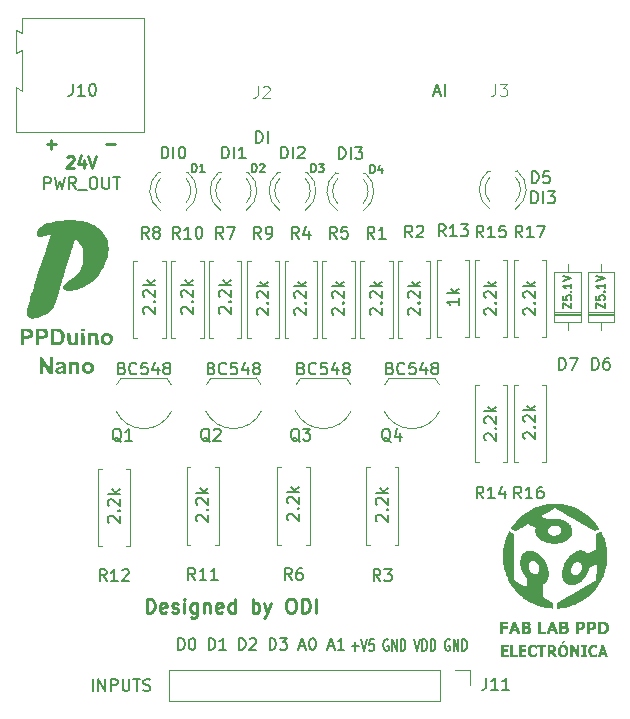
<source format=gbr>
%TF.GenerationSoftware,KiCad,Pcbnew,8.0.6*%
%TF.CreationDate,2025-08-05T17:19:42-05:00*%
%TF.ProjectId,PPDuino Nano Entradas,50504475-696e-46f2-904e-616e6f20456e,rev?*%
%TF.SameCoordinates,Original*%
%TF.FileFunction,Legend,Top*%
%TF.FilePolarity,Positive*%
%FSLAX46Y46*%
G04 Gerber Fmt 4.6, Leading zero omitted, Abs format (unit mm)*
G04 Created by KiCad (PCBNEW 8.0.6) date 2025-08-05 17:19:42*
%MOMM*%
%LPD*%
G01*
G04 APERTURE LIST*
%ADD10C,0.240000*%
%ADD11C,0.150000*%
%ADD12C,0.250000*%
%ADD13C,0.100000*%
%ADD14C,0.120000*%
%ADD15C,0.000000*%
G04 APERTURE END LIST*
D10*
X131143608Y-111740662D02*
X131143608Y-110540662D01*
X131143608Y-110540662D02*
X131429322Y-110540662D01*
X131429322Y-110540662D02*
X131600751Y-110597805D01*
X131600751Y-110597805D02*
X131715036Y-110712091D01*
X131715036Y-110712091D02*
X131772179Y-110826377D01*
X131772179Y-110826377D02*
X131829322Y-111054948D01*
X131829322Y-111054948D02*
X131829322Y-111226377D01*
X131829322Y-111226377D02*
X131772179Y-111454948D01*
X131772179Y-111454948D02*
X131715036Y-111569234D01*
X131715036Y-111569234D02*
X131600751Y-111683520D01*
X131600751Y-111683520D02*
X131429322Y-111740662D01*
X131429322Y-111740662D02*
X131143608Y-111740662D01*
X132800751Y-111683520D02*
X132686465Y-111740662D01*
X132686465Y-111740662D02*
X132457894Y-111740662D01*
X132457894Y-111740662D02*
X132343608Y-111683520D01*
X132343608Y-111683520D02*
X132286465Y-111569234D01*
X132286465Y-111569234D02*
X132286465Y-111112091D01*
X132286465Y-111112091D02*
X132343608Y-110997805D01*
X132343608Y-110997805D02*
X132457894Y-110940662D01*
X132457894Y-110940662D02*
X132686465Y-110940662D01*
X132686465Y-110940662D02*
X132800751Y-110997805D01*
X132800751Y-110997805D02*
X132857894Y-111112091D01*
X132857894Y-111112091D02*
X132857894Y-111226377D01*
X132857894Y-111226377D02*
X132286465Y-111340662D01*
X133315036Y-111683520D02*
X133429322Y-111740662D01*
X133429322Y-111740662D02*
X133657893Y-111740662D01*
X133657893Y-111740662D02*
X133772179Y-111683520D01*
X133772179Y-111683520D02*
X133829322Y-111569234D01*
X133829322Y-111569234D02*
X133829322Y-111512091D01*
X133829322Y-111512091D02*
X133772179Y-111397805D01*
X133772179Y-111397805D02*
X133657893Y-111340662D01*
X133657893Y-111340662D02*
X133486465Y-111340662D01*
X133486465Y-111340662D02*
X133372179Y-111283520D01*
X133372179Y-111283520D02*
X133315036Y-111169234D01*
X133315036Y-111169234D02*
X133315036Y-111112091D01*
X133315036Y-111112091D02*
X133372179Y-110997805D01*
X133372179Y-110997805D02*
X133486465Y-110940662D01*
X133486465Y-110940662D02*
X133657893Y-110940662D01*
X133657893Y-110940662D02*
X133772179Y-110997805D01*
X134343608Y-111740662D02*
X134343608Y-110940662D01*
X134343608Y-110540662D02*
X134286465Y-110597805D01*
X134286465Y-110597805D02*
X134343608Y-110654948D01*
X134343608Y-110654948D02*
X134400751Y-110597805D01*
X134400751Y-110597805D02*
X134343608Y-110540662D01*
X134343608Y-110540662D02*
X134343608Y-110654948D01*
X135429323Y-110940662D02*
X135429323Y-111912091D01*
X135429323Y-111912091D02*
X135372180Y-112026377D01*
X135372180Y-112026377D02*
X135315037Y-112083520D01*
X135315037Y-112083520D02*
X135200751Y-112140662D01*
X135200751Y-112140662D02*
X135029323Y-112140662D01*
X135029323Y-112140662D02*
X134915037Y-112083520D01*
X135429323Y-111683520D02*
X135315037Y-111740662D01*
X135315037Y-111740662D02*
X135086465Y-111740662D01*
X135086465Y-111740662D02*
X134972180Y-111683520D01*
X134972180Y-111683520D02*
X134915037Y-111626377D01*
X134915037Y-111626377D02*
X134857894Y-111512091D01*
X134857894Y-111512091D02*
X134857894Y-111169234D01*
X134857894Y-111169234D02*
X134915037Y-111054948D01*
X134915037Y-111054948D02*
X134972180Y-110997805D01*
X134972180Y-110997805D02*
X135086465Y-110940662D01*
X135086465Y-110940662D02*
X135315037Y-110940662D01*
X135315037Y-110940662D02*
X135429323Y-110997805D01*
X136000751Y-110940662D02*
X136000751Y-111740662D01*
X136000751Y-111054948D02*
X136057894Y-110997805D01*
X136057894Y-110997805D02*
X136172179Y-110940662D01*
X136172179Y-110940662D02*
X136343608Y-110940662D01*
X136343608Y-110940662D02*
X136457894Y-110997805D01*
X136457894Y-110997805D02*
X136515037Y-111112091D01*
X136515037Y-111112091D02*
X136515037Y-111740662D01*
X137543608Y-111683520D02*
X137429322Y-111740662D01*
X137429322Y-111740662D02*
X137200751Y-111740662D01*
X137200751Y-111740662D02*
X137086465Y-111683520D01*
X137086465Y-111683520D02*
X137029322Y-111569234D01*
X137029322Y-111569234D02*
X137029322Y-111112091D01*
X137029322Y-111112091D02*
X137086465Y-110997805D01*
X137086465Y-110997805D02*
X137200751Y-110940662D01*
X137200751Y-110940662D02*
X137429322Y-110940662D01*
X137429322Y-110940662D02*
X137543608Y-110997805D01*
X137543608Y-110997805D02*
X137600751Y-111112091D01*
X137600751Y-111112091D02*
X137600751Y-111226377D01*
X137600751Y-111226377D02*
X137029322Y-111340662D01*
X138629322Y-111740662D02*
X138629322Y-110540662D01*
X138629322Y-111683520D02*
X138515036Y-111740662D01*
X138515036Y-111740662D02*
X138286464Y-111740662D01*
X138286464Y-111740662D02*
X138172179Y-111683520D01*
X138172179Y-111683520D02*
X138115036Y-111626377D01*
X138115036Y-111626377D02*
X138057893Y-111512091D01*
X138057893Y-111512091D02*
X138057893Y-111169234D01*
X138057893Y-111169234D02*
X138115036Y-111054948D01*
X138115036Y-111054948D02*
X138172179Y-110997805D01*
X138172179Y-110997805D02*
X138286464Y-110940662D01*
X138286464Y-110940662D02*
X138515036Y-110940662D01*
X138515036Y-110940662D02*
X138629322Y-110997805D01*
X140115036Y-111740662D02*
X140115036Y-110540662D01*
X140115036Y-110997805D02*
X140229322Y-110940662D01*
X140229322Y-110940662D02*
X140457893Y-110940662D01*
X140457893Y-110940662D02*
X140572179Y-110997805D01*
X140572179Y-110997805D02*
X140629322Y-111054948D01*
X140629322Y-111054948D02*
X140686464Y-111169234D01*
X140686464Y-111169234D02*
X140686464Y-111512091D01*
X140686464Y-111512091D02*
X140629322Y-111626377D01*
X140629322Y-111626377D02*
X140572179Y-111683520D01*
X140572179Y-111683520D02*
X140457893Y-111740662D01*
X140457893Y-111740662D02*
X140229322Y-111740662D01*
X140229322Y-111740662D02*
X140115036Y-111683520D01*
X141086464Y-110940662D02*
X141372178Y-111740662D01*
X141657893Y-110940662D02*
X141372178Y-111740662D01*
X141372178Y-111740662D02*
X141257893Y-112026377D01*
X141257893Y-112026377D02*
X141200750Y-112083520D01*
X141200750Y-112083520D02*
X141086464Y-112140662D01*
X143257893Y-110540662D02*
X143486465Y-110540662D01*
X143486465Y-110540662D02*
X143600750Y-110597805D01*
X143600750Y-110597805D02*
X143715036Y-110712091D01*
X143715036Y-110712091D02*
X143772179Y-110940662D01*
X143772179Y-110940662D02*
X143772179Y-111340662D01*
X143772179Y-111340662D02*
X143715036Y-111569234D01*
X143715036Y-111569234D02*
X143600750Y-111683520D01*
X143600750Y-111683520D02*
X143486465Y-111740662D01*
X143486465Y-111740662D02*
X143257893Y-111740662D01*
X143257893Y-111740662D02*
X143143608Y-111683520D01*
X143143608Y-111683520D02*
X143029322Y-111569234D01*
X143029322Y-111569234D02*
X142972179Y-111340662D01*
X142972179Y-111340662D02*
X142972179Y-110940662D01*
X142972179Y-110940662D02*
X143029322Y-110712091D01*
X143029322Y-110712091D02*
X143143608Y-110597805D01*
X143143608Y-110597805D02*
X143257893Y-110540662D01*
X144286465Y-111740662D02*
X144286465Y-110540662D01*
X144286465Y-110540662D02*
X144572179Y-110540662D01*
X144572179Y-110540662D02*
X144743608Y-110597805D01*
X144743608Y-110597805D02*
X144857893Y-110712091D01*
X144857893Y-110712091D02*
X144915036Y-110826377D01*
X144915036Y-110826377D02*
X144972179Y-111054948D01*
X144972179Y-111054948D02*
X144972179Y-111226377D01*
X144972179Y-111226377D02*
X144915036Y-111454948D01*
X144915036Y-111454948D02*
X144857893Y-111569234D01*
X144857893Y-111569234D02*
X144743608Y-111683520D01*
X144743608Y-111683520D02*
X144572179Y-111740662D01*
X144572179Y-111740662D02*
X144286465Y-111740662D01*
X145486465Y-111740662D02*
X145486465Y-110540662D01*
D11*
X133824874Y-114869819D02*
X133824874Y-113869819D01*
X133824874Y-113869819D02*
X134051064Y-113869819D01*
X134051064Y-113869819D02*
X134186779Y-113917438D01*
X134186779Y-113917438D02*
X134277255Y-114012676D01*
X134277255Y-114012676D02*
X134322493Y-114107914D01*
X134322493Y-114107914D02*
X134367731Y-114298390D01*
X134367731Y-114298390D02*
X134367731Y-114441247D01*
X134367731Y-114441247D02*
X134322493Y-114631723D01*
X134322493Y-114631723D02*
X134277255Y-114726961D01*
X134277255Y-114726961D02*
X134186779Y-114822200D01*
X134186779Y-114822200D02*
X134051064Y-114869819D01*
X134051064Y-114869819D02*
X133824874Y-114869819D01*
X134955826Y-113869819D02*
X135046303Y-113869819D01*
X135046303Y-113869819D02*
X135136779Y-113917438D01*
X135136779Y-113917438D02*
X135182017Y-113965057D01*
X135182017Y-113965057D02*
X135227255Y-114060295D01*
X135227255Y-114060295D02*
X135272493Y-114250771D01*
X135272493Y-114250771D02*
X135272493Y-114488866D01*
X135272493Y-114488866D02*
X135227255Y-114679342D01*
X135227255Y-114679342D02*
X135182017Y-114774580D01*
X135182017Y-114774580D02*
X135136779Y-114822200D01*
X135136779Y-114822200D02*
X135046303Y-114869819D01*
X135046303Y-114869819D02*
X134955826Y-114869819D01*
X134955826Y-114869819D02*
X134865350Y-114822200D01*
X134865350Y-114822200D02*
X134820112Y-114774580D01*
X134820112Y-114774580D02*
X134774874Y-114679342D01*
X134774874Y-114679342D02*
X134729636Y-114488866D01*
X134729636Y-114488866D02*
X134729636Y-114250771D01*
X134729636Y-114250771D02*
X134774874Y-114060295D01*
X134774874Y-114060295D02*
X134820112Y-113965057D01*
X134820112Y-113965057D02*
X134865350Y-113917438D01*
X134865350Y-113917438D02*
X134955826Y-113869819D01*
X136403446Y-114869819D02*
X136403446Y-113869819D01*
X136403446Y-113869819D02*
X136629636Y-113869819D01*
X136629636Y-113869819D02*
X136765351Y-113917438D01*
X136765351Y-113917438D02*
X136855827Y-114012676D01*
X136855827Y-114012676D02*
X136901065Y-114107914D01*
X136901065Y-114107914D02*
X136946303Y-114298390D01*
X136946303Y-114298390D02*
X136946303Y-114441247D01*
X136946303Y-114441247D02*
X136901065Y-114631723D01*
X136901065Y-114631723D02*
X136855827Y-114726961D01*
X136855827Y-114726961D02*
X136765351Y-114822200D01*
X136765351Y-114822200D02*
X136629636Y-114869819D01*
X136629636Y-114869819D02*
X136403446Y-114869819D01*
X137851065Y-114869819D02*
X137308208Y-114869819D01*
X137579636Y-114869819D02*
X137579636Y-113869819D01*
X137579636Y-113869819D02*
X137489160Y-114012676D01*
X137489160Y-114012676D02*
X137398684Y-114107914D01*
X137398684Y-114107914D02*
X137308208Y-114155533D01*
X138982018Y-114869819D02*
X138982018Y-113869819D01*
X138982018Y-113869819D02*
X139208208Y-113869819D01*
X139208208Y-113869819D02*
X139343923Y-113917438D01*
X139343923Y-113917438D02*
X139434399Y-114012676D01*
X139434399Y-114012676D02*
X139479637Y-114107914D01*
X139479637Y-114107914D02*
X139524875Y-114298390D01*
X139524875Y-114298390D02*
X139524875Y-114441247D01*
X139524875Y-114441247D02*
X139479637Y-114631723D01*
X139479637Y-114631723D02*
X139434399Y-114726961D01*
X139434399Y-114726961D02*
X139343923Y-114822200D01*
X139343923Y-114822200D02*
X139208208Y-114869819D01*
X139208208Y-114869819D02*
X138982018Y-114869819D01*
X139886780Y-113965057D02*
X139932018Y-113917438D01*
X139932018Y-113917438D02*
X140022494Y-113869819D01*
X140022494Y-113869819D02*
X140248685Y-113869819D01*
X140248685Y-113869819D02*
X140339161Y-113917438D01*
X140339161Y-113917438D02*
X140384399Y-113965057D01*
X140384399Y-113965057D02*
X140429637Y-114060295D01*
X140429637Y-114060295D02*
X140429637Y-114155533D01*
X140429637Y-114155533D02*
X140384399Y-114298390D01*
X140384399Y-114298390D02*
X139841542Y-114869819D01*
X139841542Y-114869819D02*
X140429637Y-114869819D01*
X141560590Y-114869819D02*
X141560590Y-113869819D01*
X141560590Y-113869819D02*
X141786780Y-113869819D01*
X141786780Y-113869819D02*
X141922495Y-113917438D01*
X141922495Y-113917438D02*
X142012971Y-114012676D01*
X142012971Y-114012676D02*
X142058209Y-114107914D01*
X142058209Y-114107914D02*
X142103447Y-114298390D01*
X142103447Y-114298390D02*
X142103447Y-114441247D01*
X142103447Y-114441247D02*
X142058209Y-114631723D01*
X142058209Y-114631723D02*
X142012971Y-114726961D01*
X142012971Y-114726961D02*
X141922495Y-114822200D01*
X141922495Y-114822200D02*
X141786780Y-114869819D01*
X141786780Y-114869819D02*
X141560590Y-114869819D01*
X142420114Y-113869819D02*
X143008209Y-113869819D01*
X143008209Y-113869819D02*
X142691542Y-114250771D01*
X142691542Y-114250771D02*
X142827257Y-114250771D01*
X142827257Y-114250771D02*
X142917733Y-114298390D01*
X142917733Y-114298390D02*
X142962971Y-114346009D01*
X142962971Y-114346009D02*
X143008209Y-114441247D01*
X143008209Y-114441247D02*
X143008209Y-114679342D01*
X143008209Y-114679342D02*
X142962971Y-114774580D01*
X142962971Y-114774580D02*
X142917733Y-114822200D01*
X142917733Y-114822200D02*
X142827257Y-114869819D01*
X142827257Y-114869819D02*
X142555828Y-114869819D01*
X142555828Y-114869819D02*
X142465352Y-114822200D01*
X142465352Y-114822200D02*
X142420114Y-114774580D01*
X144093924Y-114584104D02*
X144546305Y-114584104D01*
X144003448Y-114869819D02*
X144320114Y-113869819D01*
X144320114Y-113869819D02*
X144636781Y-114869819D01*
X145134400Y-113869819D02*
X145224877Y-113869819D01*
X145224877Y-113869819D02*
X145315353Y-113917438D01*
X145315353Y-113917438D02*
X145360591Y-113965057D01*
X145360591Y-113965057D02*
X145405829Y-114060295D01*
X145405829Y-114060295D02*
X145451067Y-114250771D01*
X145451067Y-114250771D02*
X145451067Y-114488866D01*
X145451067Y-114488866D02*
X145405829Y-114679342D01*
X145405829Y-114679342D02*
X145360591Y-114774580D01*
X145360591Y-114774580D02*
X145315353Y-114822200D01*
X145315353Y-114822200D02*
X145224877Y-114869819D01*
X145224877Y-114869819D02*
X145134400Y-114869819D01*
X145134400Y-114869819D02*
X145043924Y-114822200D01*
X145043924Y-114822200D02*
X144998686Y-114774580D01*
X144998686Y-114774580D02*
X144953448Y-114679342D01*
X144953448Y-114679342D02*
X144908210Y-114488866D01*
X144908210Y-114488866D02*
X144908210Y-114250771D01*
X144908210Y-114250771D02*
X144953448Y-114060295D01*
X144953448Y-114060295D02*
X144998686Y-113965057D01*
X144998686Y-113965057D02*
X145043924Y-113917438D01*
X145043924Y-113917438D02*
X145134400Y-113869819D01*
X146536782Y-114584104D02*
X146989163Y-114584104D01*
X146446306Y-114869819D02*
X146762972Y-113869819D01*
X146762972Y-113869819D02*
X147079639Y-114869819D01*
X147893925Y-114869819D02*
X147351068Y-114869819D01*
X147622496Y-114869819D02*
X147622496Y-113869819D01*
X147622496Y-113869819D02*
X147532020Y-114012676D01*
X147532020Y-114012676D02*
X147441544Y-114107914D01*
X147441544Y-114107914D02*
X147351068Y-114155533D01*
D12*
X122695238Y-72073722D02*
X123457143Y-72073722D01*
X123076190Y-72454675D02*
X123076190Y-71692770D01*
X127742858Y-72073722D02*
X128504763Y-72073722D01*
X124409524Y-73159857D02*
X124457143Y-73112238D01*
X124457143Y-73112238D02*
X124552381Y-73064619D01*
X124552381Y-73064619D02*
X124790476Y-73064619D01*
X124790476Y-73064619D02*
X124885714Y-73112238D01*
X124885714Y-73112238D02*
X124933333Y-73159857D01*
X124933333Y-73159857D02*
X124980952Y-73255095D01*
X124980952Y-73255095D02*
X124980952Y-73350333D01*
X124980952Y-73350333D02*
X124933333Y-73493190D01*
X124933333Y-73493190D02*
X124361905Y-74064619D01*
X124361905Y-74064619D02*
X124980952Y-74064619D01*
X125838095Y-73397952D02*
X125838095Y-74064619D01*
X125600000Y-73017000D02*
X125361905Y-73731285D01*
X125361905Y-73731285D02*
X125980952Y-73731285D01*
X126219048Y-73064619D02*
X126552381Y-74064619D01*
X126552381Y-74064619D02*
X126885714Y-73064619D01*
D11*
X148565350Y-114588866D02*
X149098684Y-114588866D01*
X148832017Y-114969819D02*
X148832017Y-114207914D01*
X149332017Y-113969819D02*
X149565351Y-114969819D01*
X149565351Y-114969819D02*
X149798684Y-113969819D01*
X150365351Y-113969819D02*
X150032017Y-113969819D01*
X150032017Y-113969819D02*
X149998684Y-114446009D01*
X149998684Y-114446009D02*
X150032017Y-114398390D01*
X150032017Y-114398390D02*
X150098684Y-114350771D01*
X150098684Y-114350771D02*
X150265351Y-114350771D01*
X150265351Y-114350771D02*
X150332017Y-114398390D01*
X150332017Y-114398390D02*
X150365351Y-114446009D01*
X150365351Y-114446009D02*
X150398684Y-114541247D01*
X150398684Y-114541247D02*
X150398684Y-114779342D01*
X150398684Y-114779342D02*
X150365351Y-114874580D01*
X150365351Y-114874580D02*
X150332017Y-114922200D01*
X150332017Y-114922200D02*
X150265351Y-114969819D01*
X150265351Y-114969819D02*
X150098684Y-114969819D01*
X150098684Y-114969819D02*
X150032017Y-114922200D01*
X150032017Y-114922200D02*
X149998684Y-114874580D01*
X151598684Y-114017438D02*
X151532017Y-113969819D01*
X151532017Y-113969819D02*
X151432017Y-113969819D01*
X151432017Y-113969819D02*
X151332017Y-114017438D01*
X151332017Y-114017438D02*
X151265351Y-114112676D01*
X151265351Y-114112676D02*
X151232017Y-114207914D01*
X151232017Y-114207914D02*
X151198684Y-114398390D01*
X151198684Y-114398390D02*
X151198684Y-114541247D01*
X151198684Y-114541247D02*
X151232017Y-114731723D01*
X151232017Y-114731723D02*
X151265351Y-114826961D01*
X151265351Y-114826961D02*
X151332017Y-114922200D01*
X151332017Y-114922200D02*
X151432017Y-114969819D01*
X151432017Y-114969819D02*
X151498684Y-114969819D01*
X151498684Y-114969819D02*
X151598684Y-114922200D01*
X151598684Y-114922200D02*
X151632017Y-114874580D01*
X151632017Y-114874580D02*
X151632017Y-114541247D01*
X151632017Y-114541247D02*
X151498684Y-114541247D01*
X151932017Y-114969819D02*
X151932017Y-113969819D01*
X151932017Y-113969819D02*
X152332017Y-114969819D01*
X152332017Y-114969819D02*
X152332017Y-113969819D01*
X152665350Y-114969819D02*
X152665350Y-113969819D01*
X152665350Y-113969819D02*
X152832017Y-113969819D01*
X152832017Y-113969819D02*
X152932017Y-114017438D01*
X152932017Y-114017438D02*
X152998684Y-114112676D01*
X152998684Y-114112676D02*
X153032017Y-114207914D01*
X153032017Y-114207914D02*
X153065350Y-114398390D01*
X153065350Y-114398390D02*
X153065350Y-114541247D01*
X153065350Y-114541247D02*
X153032017Y-114731723D01*
X153032017Y-114731723D02*
X152998684Y-114826961D01*
X152998684Y-114826961D02*
X152932017Y-114922200D01*
X152932017Y-114922200D02*
X152832017Y-114969819D01*
X152832017Y-114969819D02*
X152665350Y-114969819D01*
X153798683Y-113969819D02*
X154032017Y-114969819D01*
X154032017Y-114969819D02*
X154265350Y-113969819D01*
X154498683Y-114969819D02*
X154498683Y-113969819D01*
X154498683Y-113969819D02*
X154665350Y-113969819D01*
X154665350Y-113969819D02*
X154765350Y-114017438D01*
X154765350Y-114017438D02*
X154832017Y-114112676D01*
X154832017Y-114112676D02*
X154865350Y-114207914D01*
X154865350Y-114207914D02*
X154898683Y-114398390D01*
X154898683Y-114398390D02*
X154898683Y-114541247D01*
X154898683Y-114541247D02*
X154865350Y-114731723D01*
X154865350Y-114731723D02*
X154832017Y-114826961D01*
X154832017Y-114826961D02*
X154765350Y-114922200D01*
X154765350Y-114922200D02*
X154665350Y-114969819D01*
X154665350Y-114969819D02*
X154498683Y-114969819D01*
X155198683Y-114969819D02*
X155198683Y-113969819D01*
X155198683Y-113969819D02*
X155365350Y-113969819D01*
X155365350Y-113969819D02*
X155465350Y-114017438D01*
X155465350Y-114017438D02*
X155532017Y-114112676D01*
X155532017Y-114112676D02*
X155565350Y-114207914D01*
X155565350Y-114207914D02*
X155598683Y-114398390D01*
X155598683Y-114398390D02*
X155598683Y-114541247D01*
X155598683Y-114541247D02*
X155565350Y-114731723D01*
X155565350Y-114731723D02*
X155532017Y-114826961D01*
X155532017Y-114826961D02*
X155465350Y-114922200D01*
X155465350Y-114922200D02*
X155365350Y-114969819D01*
X155365350Y-114969819D02*
X155198683Y-114969819D01*
X156798683Y-114017438D02*
X156732016Y-113969819D01*
X156732016Y-113969819D02*
X156632016Y-113969819D01*
X156632016Y-113969819D02*
X156532016Y-114017438D01*
X156532016Y-114017438D02*
X156465350Y-114112676D01*
X156465350Y-114112676D02*
X156432016Y-114207914D01*
X156432016Y-114207914D02*
X156398683Y-114398390D01*
X156398683Y-114398390D02*
X156398683Y-114541247D01*
X156398683Y-114541247D02*
X156432016Y-114731723D01*
X156432016Y-114731723D02*
X156465350Y-114826961D01*
X156465350Y-114826961D02*
X156532016Y-114922200D01*
X156532016Y-114922200D02*
X156632016Y-114969819D01*
X156632016Y-114969819D02*
X156698683Y-114969819D01*
X156698683Y-114969819D02*
X156798683Y-114922200D01*
X156798683Y-114922200D02*
X156832016Y-114874580D01*
X156832016Y-114874580D02*
X156832016Y-114541247D01*
X156832016Y-114541247D02*
X156698683Y-114541247D01*
X157132016Y-114969819D02*
X157132016Y-113969819D01*
X157132016Y-113969819D02*
X157532016Y-114969819D01*
X157532016Y-114969819D02*
X157532016Y-113969819D01*
X157865349Y-114969819D02*
X157865349Y-113969819D01*
X157865349Y-113969819D02*
X158032016Y-113969819D01*
X158032016Y-113969819D02*
X158132016Y-114017438D01*
X158132016Y-114017438D02*
X158198683Y-114112676D01*
X158198683Y-114112676D02*
X158232016Y-114207914D01*
X158232016Y-114207914D02*
X158265349Y-114398390D01*
X158265349Y-114398390D02*
X158265349Y-114541247D01*
X158265349Y-114541247D02*
X158232016Y-114731723D01*
X158232016Y-114731723D02*
X158198683Y-114826961D01*
X158198683Y-114826961D02*
X158132016Y-114922200D01*
X158132016Y-114922200D02*
X158032016Y-114969819D01*
X158032016Y-114969819D02*
X157865349Y-114969819D01*
X150933333Y-109054819D02*
X150600000Y-108578628D01*
X150361905Y-109054819D02*
X150361905Y-108054819D01*
X150361905Y-108054819D02*
X150742857Y-108054819D01*
X150742857Y-108054819D02*
X150838095Y-108102438D01*
X150838095Y-108102438D02*
X150885714Y-108150057D01*
X150885714Y-108150057D02*
X150933333Y-108245295D01*
X150933333Y-108245295D02*
X150933333Y-108388152D01*
X150933333Y-108388152D02*
X150885714Y-108483390D01*
X150885714Y-108483390D02*
X150838095Y-108531009D01*
X150838095Y-108531009D02*
X150742857Y-108578628D01*
X150742857Y-108578628D02*
X150361905Y-108578628D01*
X151266667Y-108054819D02*
X151885714Y-108054819D01*
X151885714Y-108054819D02*
X151552381Y-108435771D01*
X151552381Y-108435771D02*
X151695238Y-108435771D01*
X151695238Y-108435771D02*
X151790476Y-108483390D01*
X151790476Y-108483390D02*
X151838095Y-108531009D01*
X151838095Y-108531009D02*
X151885714Y-108626247D01*
X151885714Y-108626247D02*
X151885714Y-108864342D01*
X151885714Y-108864342D02*
X151838095Y-108959580D01*
X151838095Y-108959580D02*
X151790476Y-109007200D01*
X151790476Y-109007200D02*
X151695238Y-109054819D01*
X151695238Y-109054819D02*
X151409524Y-109054819D01*
X151409524Y-109054819D02*
X151314286Y-109007200D01*
X151314286Y-109007200D02*
X151266667Y-108959580D01*
X150650057Y-104004761D02*
X150602438Y-103957142D01*
X150602438Y-103957142D02*
X150554819Y-103861904D01*
X150554819Y-103861904D02*
X150554819Y-103623809D01*
X150554819Y-103623809D02*
X150602438Y-103528571D01*
X150602438Y-103528571D02*
X150650057Y-103480952D01*
X150650057Y-103480952D02*
X150745295Y-103433333D01*
X150745295Y-103433333D02*
X150840533Y-103433333D01*
X150840533Y-103433333D02*
X150983390Y-103480952D01*
X150983390Y-103480952D02*
X151554819Y-104052380D01*
X151554819Y-104052380D02*
X151554819Y-103433333D01*
X151459580Y-103004761D02*
X151507200Y-102957142D01*
X151507200Y-102957142D02*
X151554819Y-103004761D01*
X151554819Y-103004761D02*
X151507200Y-103052380D01*
X151507200Y-103052380D02*
X151459580Y-103004761D01*
X151459580Y-103004761D02*
X151554819Y-103004761D01*
X150650057Y-102576190D02*
X150602438Y-102528571D01*
X150602438Y-102528571D02*
X150554819Y-102433333D01*
X150554819Y-102433333D02*
X150554819Y-102195238D01*
X150554819Y-102195238D02*
X150602438Y-102100000D01*
X150602438Y-102100000D02*
X150650057Y-102052381D01*
X150650057Y-102052381D02*
X150745295Y-102004762D01*
X150745295Y-102004762D02*
X150840533Y-102004762D01*
X150840533Y-102004762D02*
X150983390Y-102052381D01*
X150983390Y-102052381D02*
X151554819Y-102623809D01*
X151554819Y-102623809D02*
X151554819Y-102004762D01*
X151554819Y-101576190D02*
X150554819Y-101576190D01*
X151173866Y-101480952D02*
X151554819Y-101195238D01*
X150888152Y-101195238D02*
X151269104Y-101576190D01*
X137633333Y-80054819D02*
X137300000Y-79578628D01*
X137061905Y-80054819D02*
X137061905Y-79054819D01*
X137061905Y-79054819D02*
X137442857Y-79054819D01*
X137442857Y-79054819D02*
X137538095Y-79102438D01*
X137538095Y-79102438D02*
X137585714Y-79150057D01*
X137585714Y-79150057D02*
X137633333Y-79245295D01*
X137633333Y-79245295D02*
X137633333Y-79388152D01*
X137633333Y-79388152D02*
X137585714Y-79483390D01*
X137585714Y-79483390D02*
X137538095Y-79531009D01*
X137538095Y-79531009D02*
X137442857Y-79578628D01*
X137442857Y-79578628D02*
X137061905Y-79578628D01*
X137966667Y-79054819D02*
X138633333Y-79054819D01*
X138633333Y-79054819D02*
X138204762Y-80054819D01*
X137350057Y-86404761D02*
X137302438Y-86357142D01*
X137302438Y-86357142D02*
X137254819Y-86261904D01*
X137254819Y-86261904D02*
X137254819Y-86023809D01*
X137254819Y-86023809D02*
X137302438Y-85928571D01*
X137302438Y-85928571D02*
X137350057Y-85880952D01*
X137350057Y-85880952D02*
X137445295Y-85833333D01*
X137445295Y-85833333D02*
X137540533Y-85833333D01*
X137540533Y-85833333D02*
X137683390Y-85880952D01*
X137683390Y-85880952D02*
X138254819Y-86452380D01*
X138254819Y-86452380D02*
X138254819Y-85833333D01*
X138159580Y-85404761D02*
X138207200Y-85357142D01*
X138207200Y-85357142D02*
X138254819Y-85404761D01*
X138254819Y-85404761D02*
X138207200Y-85452380D01*
X138207200Y-85452380D02*
X138159580Y-85404761D01*
X138159580Y-85404761D02*
X138254819Y-85404761D01*
X137350057Y-84976190D02*
X137302438Y-84928571D01*
X137302438Y-84928571D02*
X137254819Y-84833333D01*
X137254819Y-84833333D02*
X137254819Y-84595238D01*
X137254819Y-84595238D02*
X137302438Y-84500000D01*
X137302438Y-84500000D02*
X137350057Y-84452381D01*
X137350057Y-84452381D02*
X137445295Y-84404762D01*
X137445295Y-84404762D02*
X137540533Y-84404762D01*
X137540533Y-84404762D02*
X137683390Y-84452381D01*
X137683390Y-84452381D02*
X138254819Y-85023809D01*
X138254819Y-85023809D02*
X138254819Y-84404762D01*
X138254819Y-83976190D02*
X137254819Y-83976190D01*
X137873866Y-83880952D02*
X138254819Y-83595238D01*
X137588152Y-83595238D02*
X137969104Y-83976190D01*
X140833333Y-80054819D02*
X140500000Y-79578628D01*
X140261905Y-80054819D02*
X140261905Y-79054819D01*
X140261905Y-79054819D02*
X140642857Y-79054819D01*
X140642857Y-79054819D02*
X140738095Y-79102438D01*
X140738095Y-79102438D02*
X140785714Y-79150057D01*
X140785714Y-79150057D02*
X140833333Y-79245295D01*
X140833333Y-79245295D02*
X140833333Y-79388152D01*
X140833333Y-79388152D02*
X140785714Y-79483390D01*
X140785714Y-79483390D02*
X140738095Y-79531009D01*
X140738095Y-79531009D02*
X140642857Y-79578628D01*
X140642857Y-79578628D02*
X140261905Y-79578628D01*
X141309524Y-80054819D02*
X141500000Y-80054819D01*
X141500000Y-80054819D02*
X141595238Y-80007200D01*
X141595238Y-80007200D02*
X141642857Y-79959580D01*
X141642857Y-79959580D02*
X141738095Y-79816723D01*
X141738095Y-79816723D02*
X141785714Y-79626247D01*
X141785714Y-79626247D02*
X141785714Y-79245295D01*
X141785714Y-79245295D02*
X141738095Y-79150057D01*
X141738095Y-79150057D02*
X141690476Y-79102438D01*
X141690476Y-79102438D02*
X141595238Y-79054819D01*
X141595238Y-79054819D02*
X141404762Y-79054819D01*
X141404762Y-79054819D02*
X141309524Y-79102438D01*
X141309524Y-79102438D02*
X141261905Y-79150057D01*
X141261905Y-79150057D02*
X141214286Y-79245295D01*
X141214286Y-79245295D02*
X141214286Y-79483390D01*
X141214286Y-79483390D02*
X141261905Y-79578628D01*
X141261905Y-79578628D02*
X141309524Y-79626247D01*
X141309524Y-79626247D02*
X141404762Y-79673866D01*
X141404762Y-79673866D02*
X141595238Y-79673866D01*
X141595238Y-79673866D02*
X141690476Y-79626247D01*
X141690476Y-79626247D02*
X141738095Y-79578628D01*
X141738095Y-79578628D02*
X141785714Y-79483390D01*
X140550057Y-86504761D02*
X140502438Y-86457142D01*
X140502438Y-86457142D02*
X140454819Y-86361904D01*
X140454819Y-86361904D02*
X140454819Y-86123809D01*
X140454819Y-86123809D02*
X140502438Y-86028571D01*
X140502438Y-86028571D02*
X140550057Y-85980952D01*
X140550057Y-85980952D02*
X140645295Y-85933333D01*
X140645295Y-85933333D02*
X140740533Y-85933333D01*
X140740533Y-85933333D02*
X140883390Y-85980952D01*
X140883390Y-85980952D02*
X141454819Y-86552380D01*
X141454819Y-86552380D02*
X141454819Y-85933333D01*
X141359580Y-85504761D02*
X141407200Y-85457142D01*
X141407200Y-85457142D02*
X141454819Y-85504761D01*
X141454819Y-85504761D02*
X141407200Y-85552380D01*
X141407200Y-85552380D02*
X141359580Y-85504761D01*
X141359580Y-85504761D02*
X141454819Y-85504761D01*
X140550057Y-85076190D02*
X140502438Y-85028571D01*
X140502438Y-85028571D02*
X140454819Y-84933333D01*
X140454819Y-84933333D02*
X140454819Y-84695238D01*
X140454819Y-84695238D02*
X140502438Y-84600000D01*
X140502438Y-84600000D02*
X140550057Y-84552381D01*
X140550057Y-84552381D02*
X140645295Y-84504762D01*
X140645295Y-84504762D02*
X140740533Y-84504762D01*
X140740533Y-84504762D02*
X140883390Y-84552381D01*
X140883390Y-84552381D02*
X141454819Y-85123809D01*
X141454819Y-85123809D02*
X141454819Y-84504762D01*
X141454819Y-84076190D02*
X140454819Y-84076190D01*
X141073866Y-83980952D02*
X141454819Y-83695238D01*
X140788152Y-83695238D02*
X141169104Y-84076190D01*
X147233333Y-80054819D02*
X146900000Y-79578628D01*
X146661905Y-80054819D02*
X146661905Y-79054819D01*
X146661905Y-79054819D02*
X147042857Y-79054819D01*
X147042857Y-79054819D02*
X147138095Y-79102438D01*
X147138095Y-79102438D02*
X147185714Y-79150057D01*
X147185714Y-79150057D02*
X147233333Y-79245295D01*
X147233333Y-79245295D02*
X147233333Y-79388152D01*
X147233333Y-79388152D02*
X147185714Y-79483390D01*
X147185714Y-79483390D02*
X147138095Y-79531009D01*
X147138095Y-79531009D02*
X147042857Y-79578628D01*
X147042857Y-79578628D02*
X146661905Y-79578628D01*
X148138095Y-79054819D02*
X147661905Y-79054819D01*
X147661905Y-79054819D02*
X147614286Y-79531009D01*
X147614286Y-79531009D02*
X147661905Y-79483390D01*
X147661905Y-79483390D02*
X147757143Y-79435771D01*
X147757143Y-79435771D02*
X147995238Y-79435771D01*
X147995238Y-79435771D02*
X148090476Y-79483390D01*
X148090476Y-79483390D02*
X148138095Y-79531009D01*
X148138095Y-79531009D02*
X148185714Y-79626247D01*
X148185714Y-79626247D02*
X148185714Y-79864342D01*
X148185714Y-79864342D02*
X148138095Y-79959580D01*
X148138095Y-79959580D02*
X148090476Y-80007200D01*
X148090476Y-80007200D02*
X147995238Y-80054819D01*
X147995238Y-80054819D02*
X147757143Y-80054819D01*
X147757143Y-80054819D02*
X147661905Y-80007200D01*
X147661905Y-80007200D02*
X147614286Y-79959580D01*
X146950057Y-86504761D02*
X146902438Y-86457142D01*
X146902438Y-86457142D02*
X146854819Y-86361904D01*
X146854819Y-86361904D02*
X146854819Y-86123809D01*
X146854819Y-86123809D02*
X146902438Y-86028571D01*
X146902438Y-86028571D02*
X146950057Y-85980952D01*
X146950057Y-85980952D02*
X147045295Y-85933333D01*
X147045295Y-85933333D02*
X147140533Y-85933333D01*
X147140533Y-85933333D02*
X147283390Y-85980952D01*
X147283390Y-85980952D02*
X147854819Y-86552380D01*
X147854819Y-86552380D02*
X147854819Y-85933333D01*
X147759580Y-85504761D02*
X147807200Y-85457142D01*
X147807200Y-85457142D02*
X147854819Y-85504761D01*
X147854819Y-85504761D02*
X147807200Y-85552380D01*
X147807200Y-85552380D02*
X147759580Y-85504761D01*
X147759580Y-85504761D02*
X147854819Y-85504761D01*
X146950057Y-85076190D02*
X146902438Y-85028571D01*
X146902438Y-85028571D02*
X146854819Y-84933333D01*
X146854819Y-84933333D02*
X146854819Y-84695238D01*
X146854819Y-84695238D02*
X146902438Y-84600000D01*
X146902438Y-84600000D02*
X146950057Y-84552381D01*
X146950057Y-84552381D02*
X147045295Y-84504762D01*
X147045295Y-84504762D02*
X147140533Y-84504762D01*
X147140533Y-84504762D02*
X147283390Y-84552381D01*
X147283390Y-84552381D02*
X147854819Y-85123809D01*
X147854819Y-85123809D02*
X147854819Y-84504762D01*
X147854819Y-84076190D02*
X146854819Y-84076190D01*
X147473866Y-83980952D02*
X147854819Y-83695238D01*
X147188152Y-83695238D02*
X147569104Y-84076190D01*
X144033333Y-80054819D02*
X143700000Y-79578628D01*
X143461905Y-80054819D02*
X143461905Y-79054819D01*
X143461905Y-79054819D02*
X143842857Y-79054819D01*
X143842857Y-79054819D02*
X143938095Y-79102438D01*
X143938095Y-79102438D02*
X143985714Y-79150057D01*
X143985714Y-79150057D02*
X144033333Y-79245295D01*
X144033333Y-79245295D02*
X144033333Y-79388152D01*
X144033333Y-79388152D02*
X143985714Y-79483390D01*
X143985714Y-79483390D02*
X143938095Y-79531009D01*
X143938095Y-79531009D02*
X143842857Y-79578628D01*
X143842857Y-79578628D02*
X143461905Y-79578628D01*
X144890476Y-79388152D02*
X144890476Y-80054819D01*
X144652381Y-79007200D02*
X144414286Y-79721485D01*
X144414286Y-79721485D02*
X145033333Y-79721485D01*
X143750057Y-86504761D02*
X143702438Y-86457142D01*
X143702438Y-86457142D02*
X143654819Y-86361904D01*
X143654819Y-86361904D02*
X143654819Y-86123809D01*
X143654819Y-86123809D02*
X143702438Y-86028571D01*
X143702438Y-86028571D02*
X143750057Y-85980952D01*
X143750057Y-85980952D02*
X143845295Y-85933333D01*
X143845295Y-85933333D02*
X143940533Y-85933333D01*
X143940533Y-85933333D02*
X144083390Y-85980952D01*
X144083390Y-85980952D02*
X144654819Y-86552380D01*
X144654819Y-86552380D02*
X144654819Y-85933333D01*
X144559580Y-85504761D02*
X144607200Y-85457142D01*
X144607200Y-85457142D02*
X144654819Y-85504761D01*
X144654819Y-85504761D02*
X144607200Y-85552380D01*
X144607200Y-85552380D02*
X144559580Y-85504761D01*
X144559580Y-85504761D02*
X144654819Y-85504761D01*
X143750057Y-85076190D02*
X143702438Y-85028571D01*
X143702438Y-85028571D02*
X143654819Y-84933333D01*
X143654819Y-84933333D02*
X143654819Y-84695238D01*
X143654819Y-84695238D02*
X143702438Y-84600000D01*
X143702438Y-84600000D02*
X143750057Y-84552381D01*
X143750057Y-84552381D02*
X143845295Y-84504762D01*
X143845295Y-84504762D02*
X143940533Y-84504762D01*
X143940533Y-84504762D02*
X144083390Y-84552381D01*
X144083390Y-84552381D02*
X144654819Y-85123809D01*
X144654819Y-85123809D02*
X144654819Y-84504762D01*
X144654819Y-84076190D02*
X143654819Y-84076190D01*
X144273866Y-83980952D02*
X144654819Y-83695238D01*
X143988152Y-83695238D02*
X144369104Y-84076190D01*
X133957142Y-80054819D02*
X133623809Y-79578628D01*
X133385714Y-80054819D02*
X133385714Y-79054819D01*
X133385714Y-79054819D02*
X133766666Y-79054819D01*
X133766666Y-79054819D02*
X133861904Y-79102438D01*
X133861904Y-79102438D02*
X133909523Y-79150057D01*
X133909523Y-79150057D02*
X133957142Y-79245295D01*
X133957142Y-79245295D02*
X133957142Y-79388152D01*
X133957142Y-79388152D02*
X133909523Y-79483390D01*
X133909523Y-79483390D02*
X133861904Y-79531009D01*
X133861904Y-79531009D02*
X133766666Y-79578628D01*
X133766666Y-79578628D02*
X133385714Y-79578628D01*
X134909523Y-80054819D02*
X134338095Y-80054819D01*
X134623809Y-80054819D02*
X134623809Y-79054819D01*
X134623809Y-79054819D02*
X134528571Y-79197676D01*
X134528571Y-79197676D02*
X134433333Y-79292914D01*
X134433333Y-79292914D02*
X134338095Y-79340533D01*
X135528571Y-79054819D02*
X135623809Y-79054819D01*
X135623809Y-79054819D02*
X135719047Y-79102438D01*
X135719047Y-79102438D02*
X135766666Y-79150057D01*
X135766666Y-79150057D02*
X135814285Y-79245295D01*
X135814285Y-79245295D02*
X135861904Y-79435771D01*
X135861904Y-79435771D02*
X135861904Y-79673866D01*
X135861904Y-79673866D02*
X135814285Y-79864342D01*
X135814285Y-79864342D02*
X135766666Y-79959580D01*
X135766666Y-79959580D02*
X135719047Y-80007200D01*
X135719047Y-80007200D02*
X135623809Y-80054819D01*
X135623809Y-80054819D02*
X135528571Y-80054819D01*
X135528571Y-80054819D02*
X135433333Y-80007200D01*
X135433333Y-80007200D02*
X135385714Y-79959580D01*
X135385714Y-79959580D02*
X135338095Y-79864342D01*
X135338095Y-79864342D02*
X135290476Y-79673866D01*
X135290476Y-79673866D02*
X135290476Y-79435771D01*
X135290476Y-79435771D02*
X135338095Y-79245295D01*
X135338095Y-79245295D02*
X135385714Y-79150057D01*
X135385714Y-79150057D02*
X135433333Y-79102438D01*
X135433333Y-79102438D02*
X135528571Y-79054819D01*
X134150057Y-86404761D02*
X134102438Y-86357142D01*
X134102438Y-86357142D02*
X134054819Y-86261904D01*
X134054819Y-86261904D02*
X134054819Y-86023809D01*
X134054819Y-86023809D02*
X134102438Y-85928571D01*
X134102438Y-85928571D02*
X134150057Y-85880952D01*
X134150057Y-85880952D02*
X134245295Y-85833333D01*
X134245295Y-85833333D02*
X134340533Y-85833333D01*
X134340533Y-85833333D02*
X134483390Y-85880952D01*
X134483390Y-85880952D02*
X135054819Y-86452380D01*
X135054819Y-86452380D02*
X135054819Y-85833333D01*
X134959580Y-85404761D02*
X135007200Y-85357142D01*
X135007200Y-85357142D02*
X135054819Y-85404761D01*
X135054819Y-85404761D02*
X135007200Y-85452380D01*
X135007200Y-85452380D02*
X134959580Y-85404761D01*
X134959580Y-85404761D02*
X135054819Y-85404761D01*
X134150057Y-84976190D02*
X134102438Y-84928571D01*
X134102438Y-84928571D02*
X134054819Y-84833333D01*
X134054819Y-84833333D02*
X134054819Y-84595238D01*
X134054819Y-84595238D02*
X134102438Y-84500000D01*
X134102438Y-84500000D02*
X134150057Y-84452381D01*
X134150057Y-84452381D02*
X134245295Y-84404762D01*
X134245295Y-84404762D02*
X134340533Y-84404762D01*
X134340533Y-84404762D02*
X134483390Y-84452381D01*
X134483390Y-84452381D02*
X135054819Y-85023809D01*
X135054819Y-85023809D02*
X135054819Y-84404762D01*
X135054819Y-83976190D02*
X134054819Y-83976190D01*
X134673866Y-83880952D02*
X135054819Y-83595238D01*
X134388152Y-83595238D02*
X134769104Y-83976190D01*
X150433333Y-80054819D02*
X150100000Y-79578628D01*
X149861905Y-80054819D02*
X149861905Y-79054819D01*
X149861905Y-79054819D02*
X150242857Y-79054819D01*
X150242857Y-79054819D02*
X150338095Y-79102438D01*
X150338095Y-79102438D02*
X150385714Y-79150057D01*
X150385714Y-79150057D02*
X150433333Y-79245295D01*
X150433333Y-79245295D02*
X150433333Y-79388152D01*
X150433333Y-79388152D02*
X150385714Y-79483390D01*
X150385714Y-79483390D02*
X150338095Y-79531009D01*
X150338095Y-79531009D02*
X150242857Y-79578628D01*
X150242857Y-79578628D02*
X149861905Y-79578628D01*
X151385714Y-80054819D02*
X150814286Y-80054819D01*
X151100000Y-80054819D02*
X151100000Y-79054819D01*
X151100000Y-79054819D02*
X151004762Y-79197676D01*
X151004762Y-79197676D02*
X150909524Y-79292914D01*
X150909524Y-79292914D02*
X150814286Y-79340533D01*
X150150057Y-86504761D02*
X150102438Y-86457142D01*
X150102438Y-86457142D02*
X150054819Y-86361904D01*
X150054819Y-86361904D02*
X150054819Y-86123809D01*
X150054819Y-86123809D02*
X150102438Y-86028571D01*
X150102438Y-86028571D02*
X150150057Y-85980952D01*
X150150057Y-85980952D02*
X150245295Y-85933333D01*
X150245295Y-85933333D02*
X150340533Y-85933333D01*
X150340533Y-85933333D02*
X150483390Y-85980952D01*
X150483390Y-85980952D02*
X151054819Y-86552380D01*
X151054819Y-86552380D02*
X151054819Y-85933333D01*
X150959580Y-85504761D02*
X151007200Y-85457142D01*
X151007200Y-85457142D02*
X151054819Y-85504761D01*
X151054819Y-85504761D02*
X151007200Y-85552380D01*
X151007200Y-85552380D02*
X150959580Y-85504761D01*
X150959580Y-85504761D02*
X151054819Y-85504761D01*
X150150057Y-85076190D02*
X150102438Y-85028571D01*
X150102438Y-85028571D02*
X150054819Y-84933333D01*
X150054819Y-84933333D02*
X150054819Y-84695238D01*
X150054819Y-84695238D02*
X150102438Y-84600000D01*
X150102438Y-84600000D02*
X150150057Y-84552381D01*
X150150057Y-84552381D02*
X150245295Y-84504762D01*
X150245295Y-84504762D02*
X150340533Y-84504762D01*
X150340533Y-84504762D02*
X150483390Y-84552381D01*
X150483390Y-84552381D02*
X151054819Y-85123809D01*
X151054819Y-85123809D02*
X151054819Y-84504762D01*
X151054819Y-84076190D02*
X150054819Y-84076190D01*
X150673866Y-83980952D02*
X151054819Y-83695238D01*
X150388152Y-83695238D02*
X150769104Y-84076190D01*
X159657142Y-79954819D02*
X159323809Y-79478628D01*
X159085714Y-79954819D02*
X159085714Y-78954819D01*
X159085714Y-78954819D02*
X159466666Y-78954819D01*
X159466666Y-78954819D02*
X159561904Y-79002438D01*
X159561904Y-79002438D02*
X159609523Y-79050057D01*
X159609523Y-79050057D02*
X159657142Y-79145295D01*
X159657142Y-79145295D02*
X159657142Y-79288152D01*
X159657142Y-79288152D02*
X159609523Y-79383390D01*
X159609523Y-79383390D02*
X159561904Y-79431009D01*
X159561904Y-79431009D02*
X159466666Y-79478628D01*
X159466666Y-79478628D02*
X159085714Y-79478628D01*
X160609523Y-79954819D02*
X160038095Y-79954819D01*
X160323809Y-79954819D02*
X160323809Y-78954819D01*
X160323809Y-78954819D02*
X160228571Y-79097676D01*
X160228571Y-79097676D02*
X160133333Y-79192914D01*
X160133333Y-79192914D02*
X160038095Y-79240533D01*
X161514285Y-78954819D02*
X161038095Y-78954819D01*
X161038095Y-78954819D02*
X160990476Y-79431009D01*
X160990476Y-79431009D02*
X161038095Y-79383390D01*
X161038095Y-79383390D02*
X161133333Y-79335771D01*
X161133333Y-79335771D02*
X161371428Y-79335771D01*
X161371428Y-79335771D02*
X161466666Y-79383390D01*
X161466666Y-79383390D02*
X161514285Y-79431009D01*
X161514285Y-79431009D02*
X161561904Y-79526247D01*
X161561904Y-79526247D02*
X161561904Y-79764342D01*
X161561904Y-79764342D02*
X161514285Y-79859580D01*
X161514285Y-79859580D02*
X161466666Y-79907200D01*
X161466666Y-79907200D02*
X161371428Y-79954819D01*
X161371428Y-79954819D02*
X161133333Y-79954819D01*
X161133333Y-79954819D02*
X161038095Y-79907200D01*
X161038095Y-79907200D02*
X160990476Y-79859580D01*
X159850057Y-86504761D02*
X159802438Y-86457142D01*
X159802438Y-86457142D02*
X159754819Y-86361904D01*
X159754819Y-86361904D02*
X159754819Y-86123809D01*
X159754819Y-86123809D02*
X159802438Y-86028571D01*
X159802438Y-86028571D02*
X159850057Y-85980952D01*
X159850057Y-85980952D02*
X159945295Y-85933333D01*
X159945295Y-85933333D02*
X160040533Y-85933333D01*
X160040533Y-85933333D02*
X160183390Y-85980952D01*
X160183390Y-85980952D02*
X160754819Y-86552380D01*
X160754819Y-86552380D02*
X160754819Y-85933333D01*
X160659580Y-85504761D02*
X160707200Y-85457142D01*
X160707200Y-85457142D02*
X160754819Y-85504761D01*
X160754819Y-85504761D02*
X160707200Y-85552380D01*
X160707200Y-85552380D02*
X160659580Y-85504761D01*
X160659580Y-85504761D02*
X160754819Y-85504761D01*
X159850057Y-85076190D02*
X159802438Y-85028571D01*
X159802438Y-85028571D02*
X159754819Y-84933333D01*
X159754819Y-84933333D02*
X159754819Y-84695238D01*
X159754819Y-84695238D02*
X159802438Y-84600000D01*
X159802438Y-84600000D02*
X159850057Y-84552381D01*
X159850057Y-84552381D02*
X159945295Y-84504762D01*
X159945295Y-84504762D02*
X160040533Y-84504762D01*
X160040533Y-84504762D02*
X160183390Y-84552381D01*
X160183390Y-84552381D02*
X160754819Y-85123809D01*
X160754819Y-85123809D02*
X160754819Y-84504762D01*
X160754819Y-84076190D02*
X159754819Y-84076190D01*
X160373866Y-83980952D02*
X160754819Y-83695238D01*
X160088152Y-83695238D02*
X160469104Y-84076190D01*
X156457142Y-79854819D02*
X156123809Y-79378628D01*
X155885714Y-79854819D02*
X155885714Y-78854819D01*
X155885714Y-78854819D02*
X156266666Y-78854819D01*
X156266666Y-78854819D02*
X156361904Y-78902438D01*
X156361904Y-78902438D02*
X156409523Y-78950057D01*
X156409523Y-78950057D02*
X156457142Y-79045295D01*
X156457142Y-79045295D02*
X156457142Y-79188152D01*
X156457142Y-79188152D02*
X156409523Y-79283390D01*
X156409523Y-79283390D02*
X156361904Y-79331009D01*
X156361904Y-79331009D02*
X156266666Y-79378628D01*
X156266666Y-79378628D02*
X155885714Y-79378628D01*
X157409523Y-79854819D02*
X156838095Y-79854819D01*
X157123809Y-79854819D02*
X157123809Y-78854819D01*
X157123809Y-78854819D02*
X157028571Y-78997676D01*
X157028571Y-78997676D02*
X156933333Y-79092914D01*
X156933333Y-79092914D02*
X156838095Y-79140533D01*
X157742857Y-78854819D02*
X158361904Y-78854819D01*
X158361904Y-78854819D02*
X158028571Y-79235771D01*
X158028571Y-79235771D02*
X158171428Y-79235771D01*
X158171428Y-79235771D02*
X158266666Y-79283390D01*
X158266666Y-79283390D02*
X158314285Y-79331009D01*
X158314285Y-79331009D02*
X158361904Y-79426247D01*
X158361904Y-79426247D02*
X158361904Y-79664342D01*
X158361904Y-79664342D02*
X158314285Y-79759580D01*
X158314285Y-79759580D02*
X158266666Y-79807200D01*
X158266666Y-79807200D02*
X158171428Y-79854819D01*
X158171428Y-79854819D02*
X157885714Y-79854819D01*
X157885714Y-79854819D02*
X157790476Y-79807200D01*
X157790476Y-79807200D02*
X157742857Y-79759580D01*
X157554819Y-85119047D02*
X157554819Y-85690475D01*
X157554819Y-85404761D02*
X156554819Y-85404761D01*
X156554819Y-85404761D02*
X156697676Y-85499999D01*
X156697676Y-85499999D02*
X156792914Y-85595237D01*
X156792914Y-85595237D02*
X156840533Y-85690475D01*
X157554819Y-84690475D02*
X156554819Y-84690475D01*
X157173866Y-84595237D02*
X157554819Y-84309523D01*
X156888152Y-84309523D02*
X157269104Y-84690475D01*
X168861905Y-91154819D02*
X168861905Y-90154819D01*
X168861905Y-90154819D02*
X169100000Y-90154819D01*
X169100000Y-90154819D02*
X169242857Y-90202438D01*
X169242857Y-90202438D02*
X169338095Y-90297676D01*
X169338095Y-90297676D02*
X169385714Y-90392914D01*
X169385714Y-90392914D02*
X169433333Y-90583390D01*
X169433333Y-90583390D02*
X169433333Y-90726247D01*
X169433333Y-90726247D02*
X169385714Y-90916723D01*
X169385714Y-90916723D02*
X169338095Y-91011961D01*
X169338095Y-91011961D02*
X169242857Y-91107200D01*
X169242857Y-91107200D02*
X169100000Y-91154819D01*
X169100000Y-91154819D02*
X168861905Y-91154819D01*
X170290476Y-90154819D02*
X170100000Y-90154819D01*
X170100000Y-90154819D02*
X170004762Y-90202438D01*
X170004762Y-90202438D02*
X169957143Y-90250057D01*
X169957143Y-90250057D02*
X169861905Y-90392914D01*
X169861905Y-90392914D02*
X169814286Y-90583390D01*
X169814286Y-90583390D02*
X169814286Y-90964342D01*
X169814286Y-90964342D02*
X169861905Y-91059580D01*
X169861905Y-91059580D02*
X169909524Y-91107200D01*
X169909524Y-91107200D02*
X170004762Y-91154819D01*
X170004762Y-91154819D02*
X170195238Y-91154819D01*
X170195238Y-91154819D02*
X170290476Y-91107200D01*
X170290476Y-91107200D02*
X170338095Y-91059580D01*
X170338095Y-91059580D02*
X170385714Y-90964342D01*
X170385714Y-90964342D02*
X170385714Y-90726247D01*
X170385714Y-90726247D02*
X170338095Y-90631009D01*
X170338095Y-90631009D02*
X170290476Y-90583390D01*
X170290476Y-90583390D02*
X170195238Y-90535771D01*
X170195238Y-90535771D02*
X170004762Y-90535771D01*
X170004762Y-90535771D02*
X169909524Y-90583390D01*
X169909524Y-90583390D02*
X169861905Y-90631009D01*
X169861905Y-90631009D02*
X169814286Y-90726247D01*
X169216033Y-85966667D02*
X169216033Y-85500000D01*
X169216033Y-85500000D02*
X169916033Y-85966667D01*
X169916033Y-85966667D02*
X169916033Y-85500000D01*
X169216033Y-84900000D02*
X169216033Y-85233333D01*
X169216033Y-85233333D02*
X169549366Y-85266666D01*
X169549366Y-85266666D02*
X169516033Y-85233333D01*
X169516033Y-85233333D02*
X169482700Y-85166666D01*
X169482700Y-85166666D02*
X169482700Y-85000000D01*
X169482700Y-85000000D02*
X169516033Y-84933333D01*
X169516033Y-84933333D02*
X169549366Y-84900000D01*
X169549366Y-84900000D02*
X169616033Y-84866666D01*
X169616033Y-84866666D02*
X169782700Y-84866666D01*
X169782700Y-84866666D02*
X169849366Y-84900000D01*
X169849366Y-84900000D02*
X169882700Y-84933333D01*
X169882700Y-84933333D02*
X169916033Y-85000000D01*
X169916033Y-85000000D02*
X169916033Y-85166666D01*
X169916033Y-85166666D02*
X169882700Y-85233333D01*
X169882700Y-85233333D02*
X169849366Y-85266666D01*
X169849366Y-84566666D02*
X169882700Y-84533333D01*
X169882700Y-84533333D02*
X169916033Y-84566666D01*
X169916033Y-84566666D02*
X169882700Y-84599999D01*
X169882700Y-84599999D02*
X169849366Y-84566666D01*
X169849366Y-84566666D02*
X169916033Y-84566666D01*
X169916033Y-83866666D02*
X169916033Y-84266666D01*
X169916033Y-84066666D02*
X169216033Y-84066666D01*
X169216033Y-84066666D02*
X169316033Y-84133333D01*
X169316033Y-84133333D02*
X169382700Y-84200000D01*
X169382700Y-84200000D02*
X169416033Y-84266666D01*
X169216033Y-83666666D02*
X169916033Y-83433333D01*
X169916033Y-83433333D02*
X169216033Y-83199999D01*
X145083333Y-74416033D02*
X145083333Y-73716033D01*
X145083333Y-73716033D02*
X145250000Y-73716033D01*
X145250000Y-73716033D02*
X145350000Y-73749366D01*
X145350000Y-73749366D02*
X145416667Y-73816033D01*
X145416667Y-73816033D02*
X145450000Y-73882700D01*
X145450000Y-73882700D02*
X145483333Y-74016033D01*
X145483333Y-74016033D02*
X145483333Y-74116033D01*
X145483333Y-74116033D02*
X145450000Y-74249366D01*
X145450000Y-74249366D02*
X145416667Y-74316033D01*
X145416667Y-74316033D02*
X145350000Y-74382700D01*
X145350000Y-74382700D02*
X145250000Y-74416033D01*
X145250000Y-74416033D02*
X145083333Y-74416033D01*
X145716667Y-73716033D02*
X146150000Y-73716033D01*
X146150000Y-73716033D02*
X145916667Y-73982700D01*
X145916667Y-73982700D02*
X146016667Y-73982700D01*
X146016667Y-73982700D02*
X146083333Y-74016033D01*
X146083333Y-74016033D02*
X146116667Y-74049366D01*
X146116667Y-74049366D02*
X146150000Y-74116033D01*
X146150000Y-74116033D02*
X146150000Y-74282700D01*
X146150000Y-74282700D02*
X146116667Y-74349366D01*
X146116667Y-74349366D02*
X146083333Y-74382700D01*
X146083333Y-74382700D02*
X146016667Y-74416033D01*
X146016667Y-74416033D02*
X145816667Y-74416033D01*
X145816667Y-74416033D02*
X145750000Y-74382700D01*
X145750000Y-74382700D02*
X145716667Y-74349366D01*
X142523810Y-73264819D02*
X142523810Y-72264819D01*
X142523810Y-72264819D02*
X142761905Y-72264819D01*
X142761905Y-72264819D02*
X142904762Y-72312438D01*
X142904762Y-72312438D02*
X143000000Y-72407676D01*
X143000000Y-72407676D02*
X143047619Y-72502914D01*
X143047619Y-72502914D02*
X143095238Y-72693390D01*
X143095238Y-72693390D02*
X143095238Y-72836247D01*
X143095238Y-72836247D02*
X143047619Y-73026723D01*
X143047619Y-73026723D02*
X143000000Y-73121961D01*
X143000000Y-73121961D02*
X142904762Y-73217200D01*
X142904762Y-73217200D02*
X142761905Y-73264819D01*
X142761905Y-73264819D02*
X142523810Y-73264819D01*
X143523810Y-73264819D02*
X143523810Y-72264819D01*
X143952381Y-72360057D02*
X144000000Y-72312438D01*
X144000000Y-72312438D02*
X144095238Y-72264819D01*
X144095238Y-72264819D02*
X144333333Y-72264819D01*
X144333333Y-72264819D02*
X144428571Y-72312438D01*
X144428571Y-72312438D02*
X144476190Y-72360057D01*
X144476190Y-72360057D02*
X144523809Y-72455295D01*
X144523809Y-72455295D02*
X144523809Y-72550533D01*
X144523809Y-72550533D02*
X144476190Y-72693390D01*
X144476190Y-72693390D02*
X143904762Y-73264819D01*
X143904762Y-73264819D02*
X144523809Y-73264819D01*
X124890476Y-66954819D02*
X124890476Y-67669104D01*
X124890476Y-67669104D02*
X124842857Y-67811961D01*
X124842857Y-67811961D02*
X124747619Y-67907200D01*
X124747619Y-67907200D02*
X124604762Y-67954819D01*
X124604762Y-67954819D02*
X124509524Y-67954819D01*
X125890476Y-67954819D02*
X125319048Y-67954819D01*
X125604762Y-67954819D02*
X125604762Y-66954819D01*
X125604762Y-66954819D02*
X125509524Y-67097676D01*
X125509524Y-67097676D02*
X125414286Y-67192914D01*
X125414286Y-67192914D02*
X125319048Y-67240533D01*
X126509524Y-66954819D02*
X126604762Y-66954819D01*
X126604762Y-66954819D02*
X126700000Y-67002438D01*
X126700000Y-67002438D02*
X126747619Y-67050057D01*
X126747619Y-67050057D02*
X126795238Y-67145295D01*
X126795238Y-67145295D02*
X126842857Y-67335771D01*
X126842857Y-67335771D02*
X126842857Y-67573866D01*
X126842857Y-67573866D02*
X126795238Y-67764342D01*
X126795238Y-67764342D02*
X126747619Y-67859580D01*
X126747619Y-67859580D02*
X126700000Y-67907200D01*
X126700000Y-67907200D02*
X126604762Y-67954819D01*
X126604762Y-67954819D02*
X126509524Y-67954819D01*
X126509524Y-67954819D02*
X126414286Y-67907200D01*
X126414286Y-67907200D02*
X126366667Y-67859580D01*
X126366667Y-67859580D02*
X126319048Y-67764342D01*
X126319048Y-67764342D02*
X126271429Y-67573866D01*
X126271429Y-67573866D02*
X126271429Y-67335771D01*
X126271429Y-67335771D02*
X126319048Y-67145295D01*
X126319048Y-67145295D02*
X126366667Y-67050057D01*
X126366667Y-67050057D02*
X126414286Y-67002438D01*
X126414286Y-67002438D02*
X126509524Y-66954819D01*
X122457143Y-75854819D02*
X122457143Y-74854819D01*
X122457143Y-74854819D02*
X122838095Y-74854819D01*
X122838095Y-74854819D02*
X122933333Y-74902438D01*
X122933333Y-74902438D02*
X122980952Y-74950057D01*
X122980952Y-74950057D02*
X123028571Y-75045295D01*
X123028571Y-75045295D02*
X123028571Y-75188152D01*
X123028571Y-75188152D02*
X122980952Y-75283390D01*
X122980952Y-75283390D02*
X122933333Y-75331009D01*
X122933333Y-75331009D02*
X122838095Y-75378628D01*
X122838095Y-75378628D02*
X122457143Y-75378628D01*
X123361905Y-74854819D02*
X123600000Y-75854819D01*
X123600000Y-75854819D02*
X123790476Y-75140533D01*
X123790476Y-75140533D02*
X123980952Y-75854819D01*
X123980952Y-75854819D02*
X124219048Y-74854819D01*
X125171428Y-75854819D02*
X124838095Y-75378628D01*
X124600000Y-75854819D02*
X124600000Y-74854819D01*
X124600000Y-74854819D02*
X124980952Y-74854819D01*
X124980952Y-74854819D02*
X125076190Y-74902438D01*
X125076190Y-74902438D02*
X125123809Y-74950057D01*
X125123809Y-74950057D02*
X125171428Y-75045295D01*
X125171428Y-75045295D02*
X125171428Y-75188152D01*
X125171428Y-75188152D02*
X125123809Y-75283390D01*
X125123809Y-75283390D02*
X125076190Y-75331009D01*
X125076190Y-75331009D02*
X124980952Y-75378628D01*
X124980952Y-75378628D02*
X124600000Y-75378628D01*
X125361905Y-75950057D02*
X126123809Y-75950057D01*
X126552381Y-74854819D02*
X126742857Y-74854819D01*
X126742857Y-74854819D02*
X126838095Y-74902438D01*
X126838095Y-74902438D02*
X126933333Y-74997676D01*
X126933333Y-74997676D02*
X126980952Y-75188152D01*
X126980952Y-75188152D02*
X126980952Y-75521485D01*
X126980952Y-75521485D02*
X126933333Y-75711961D01*
X126933333Y-75711961D02*
X126838095Y-75807200D01*
X126838095Y-75807200D02*
X126742857Y-75854819D01*
X126742857Y-75854819D02*
X126552381Y-75854819D01*
X126552381Y-75854819D02*
X126457143Y-75807200D01*
X126457143Y-75807200D02*
X126361905Y-75711961D01*
X126361905Y-75711961D02*
X126314286Y-75521485D01*
X126314286Y-75521485D02*
X126314286Y-75188152D01*
X126314286Y-75188152D02*
X126361905Y-74997676D01*
X126361905Y-74997676D02*
X126457143Y-74902438D01*
X126457143Y-74902438D02*
X126552381Y-74854819D01*
X127409524Y-74854819D02*
X127409524Y-75664342D01*
X127409524Y-75664342D02*
X127457143Y-75759580D01*
X127457143Y-75759580D02*
X127504762Y-75807200D01*
X127504762Y-75807200D02*
X127600000Y-75854819D01*
X127600000Y-75854819D02*
X127790476Y-75854819D01*
X127790476Y-75854819D02*
X127885714Y-75807200D01*
X127885714Y-75807200D02*
X127933333Y-75759580D01*
X127933333Y-75759580D02*
X127980952Y-75664342D01*
X127980952Y-75664342D02*
X127980952Y-74854819D01*
X128314286Y-74854819D02*
X128885714Y-74854819D01*
X128600000Y-75854819D02*
X128600000Y-74854819D01*
X143433333Y-108954819D02*
X143100000Y-108478628D01*
X142861905Y-108954819D02*
X142861905Y-107954819D01*
X142861905Y-107954819D02*
X143242857Y-107954819D01*
X143242857Y-107954819D02*
X143338095Y-108002438D01*
X143338095Y-108002438D02*
X143385714Y-108050057D01*
X143385714Y-108050057D02*
X143433333Y-108145295D01*
X143433333Y-108145295D02*
X143433333Y-108288152D01*
X143433333Y-108288152D02*
X143385714Y-108383390D01*
X143385714Y-108383390D02*
X143338095Y-108431009D01*
X143338095Y-108431009D02*
X143242857Y-108478628D01*
X143242857Y-108478628D02*
X142861905Y-108478628D01*
X144290476Y-107954819D02*
X144100000Y-107954819D01*
X144100000Y-107954819D02*
X144004762Y-108002438D01*
X144004762Y-108002438D02*
X143957143Y-108050057D01*
X143957143Y-108050057D02*
X143861905Y-108192914D01*
X143861905Y-108192914D02*
X143814286Y-108383390D01*
X143814286Y-108383390D02*
X143814286Y-108764342D01*
X143814286Y-108764342D02*
X143861905Y-108859580D01*
X143861905Y-108859580D02*
X143909524Y-108907200D01*
X143909524Y-108907200D02*
X144004762Y-108954819D01*
X144004762Y-108954819D02*
X144195238Y-108954819D01*
X144195238Y-108954819D02*
X144290476Y-108907200D01*
X144290476Y-108907200D02*
X144338095Y-108859580D01*
X144338095Y-108859580D02*
X144385714Y-108764342D01*
X144385714Y-108764342D02*
X144385714Y-108526247D01*
X144385714Y-108526247D02*
X144338095Y-108431009D01*
X144338095Y-108431009D02*
X144290476Y-108383390D01*
X144290476Y-108383390D02*
X144195238Y-108335771D01*
X144195238Y-108335771D02*
X144004762Y-108335771D01*
X144004762Y-108335771D02*
X143909524Y-108383390D01*
X143909524Y-108383390D02*
X143861905Y-108431009D01*
X143861905Y-108431009D02*
X143814286Y-108526247D01*
X143150057Y-103904761D02*
X143102438Y-103857142D01*
X143102438Y-103857142D02*
X143054819Y-103761904D01*
X143054819Y-103761904D02*
X143054819Y-103523809D01*
X143054819Y-103523809D02*
X143102438Y-103428571D01*
X143102438Y-103428571D02*
X143150057Y-103380952D01*
X143150057Y-103380952D02*
X143245295Y-103333333D01*
X143245295Y-103333333D02*
X143340533Y-103333333D01*
X143340533Y-103333333D02*
X143483390Y-103380952D01*
X143483390Y-103380952D02*
X144054819Y-103952380D01*
X144054819Y-103952380D02*
X144054819Y-103333333D01*
X143959580Y-102904761D02*
X144007200Y-102857142D01*
X144007200Y-102857142D02*
X144054819Y-102904761D01*
X144054819Y-102904761D02*
X144007200Y-102952380D01*
X144007200Y-102952380D02*
X143959580Y-102904761D01*
X143959580Y-102904761D02*
X144054819Y-102904761D01*
X143150057Y-102476190D02*
X143102438Y-102428571D01*
X143102438Y-102428571D02*
X143054819Y-102333333D01*
X143054819Y-102333333D02*
X143054819Y-102095238D01*
X143054819Y-102095238D02*
X143102438Y-102000000D01*
X143102438Y-102000000D02*
X143150057Y-101952381D01*
X143150057Y-101952381D02*
X143245295Y-101904762D01*
X143245295Y-101904762D02*
X143340533Y-101904762D01*
X143340533Y-101904762D02*
X143483390Y-101952381D01*
X143483390Y-101952381D02*
X144054819Y-102523809D01*
X144054819Y-102523809D02*
X144054819Y-101904762D01*
X144054819Y-101476190D02*
X143054819Y-101476190D01*
X143673866Y-101380952D02*
X144054819Y-101095238D01*
X143388152Y-101095238D02*
X143769104Y-101476190D01*
X151804761Y-97250057D02*
X151709523Y-97202438D01*
X151709523Y-97202438D02*
X151614285Y-97107200D01*
X151614285Y-97107200D02*
X151471428Y-96964342D01*
X151471428Y-96964342D02*
X151376190Y-96916723D01*
X151376190Y-96916723D02*
X151280952Y-96916723D01*
X151328571Y-97154819D02*
X151233333Y-97107200D01*
X151233333Y-97107200D02*
X151138095Y-97011961D01*
X151138095Y-97011961D02*
X151090476Y-96821485D01*
X151090476Y-96821485D02*
X151090476Y-96488152D01*
X151090476Y-96488152D02*
X151138095Y-96297676D01*
X151138095Y-96297676D02*
X151233333Y-96202438D01*
X151233333Y-96202438D02*
X151328571Y-96154819D01*
X151328571Y-96154819D02*
X151519047Y-96154819D01*
X151519047Y-96154819D02*
X151614285Y-96202438D01*
X151614285Y-96202438D02*
X151709523Y-96297676D01*
X151709523Y-96297676D02*
X151757142Y-96488152D01*
X151757142Y-96488152D02*
X151757142Y-96821485D01*
X151757142Y-96821485D02*
X151709523Y-97011961D01*
X151709523Y-97011961D02*
X151614285Y-97107200D01*
X151614285Y-97107200D02*
X151519047Y-97154819D01*
X151519047Y-97154819D02*
X151328571Y-97154819D01*
X152614285Y-96488152D02*
X152614285Y-97154819D01*
X152376190Y-96107200D02*
X152138095Y-96821485D01*
X152138095Y-96821485D02*
X152757142Y-96821485D01*
X151742857Y-91031009D02*
X151885714Y-91078628D01*
X151885714Y-91078628D02*
X151933333Y-91126247D01*
X151933333Y-91126247D02*
X151980952Y-91221485D01*
X151980952Y-91221485D02*
X151980952Y-91364342D01*
X151980952Y-91364342D02*
X151933333Y-91459580D01*
X151933333Y-91459580D02*
X151885714Y-91507200D01*
X151885714Y-91507200D02*
X151790476Y-91554819D01*
X151790476Y-91554819D02*
X151409524Y-91554819D01*
X151409524Y-91554819D02*
X151409524Y-90554819D01*
X151409524Y-90554819D02*
X151742857Y-90554819D01*
X151742857Y-90554819D02*
X151838095Y-90602438D01*
X151838095Y-90602438D02*
X151885714Y-90650057D01*
X151885714Y-90650057D02*
X151933333Y-90745295D01*
X151933333Y-90745295D02*
X151933333Y-90840533D01*
X151933333Y-90840533D02*
X151885714Y-90935771D01*
X151885714Y-90935771D02*
X151838095Y-90983390D01*
X151838095Y-90983390D02*
X151742857Y-91031009D01*
X151742857Y-91031009D02*
X151409524Y-91031009D01*
X152980952Y-91459580D02*
X152933333Y-91507200D01*
X152933333Y-91507200D02*
X152790476Y-91554819D01*
X152790476Y-91554819D02*
X152695238Y-91554819D01*
X152695238Y-91554819D02*
X152552381Y-91507200D01*
X152552381Y-91507200D02*
X152457143Y-91411961D01*
X152457143Y-91411961D02*
X152409524Y-91316723D01*
X152409524Y-91316723D02*
X152361905Y-91126247D01*
X152361905Y-91126247D02*
X152361905Y-90983390D01*
X152361905Y-90983390D02*
X152409524Y-90792914D01*
X152409524Y-90792914D02*
X152457143Y-90697676D01*
X152457143Y-90697676D02*
X152552381Y-90602438D01*
X152552381Y-90602438D02*
X152695238Y-90554819D01*
X152695238Y-90554819D02*
X152790476Y-90554819D01*
X152790476Y-90554819D02*
X152933333Y-90602438D01*
X152933333Y-90602438D02*
X152980952Y-90650057D01*
X153885714Y-90554819D02*
X153409524Y-90554819D01*
X153409524Y-90554819D02*
X153361905Y-91031009D01*
X153361905Y-91031009D02*
X153409524Y-90983390D01*
X153409524Y-90983390D02*
X153504762Y-90935771D01*
X153504762Y-90935771D02*
X153742857Y-90935771D01*
X153742857Y-90935771D02*
X153838095Y-90983390D01*
X153838095Y-90983390D02*
X153885714Y-91031009D01*
X153885714Y-91031009D02*
X153933333Y-91126247D01*
X153933333Y-91126247D02*
X153933333Y-91364342D01*
X153933333Y-91364342D02*
X153885714Y-91459580D01*
X153885714Y-91459580D02*
X153838095Y-91507200D01*
X153838095Y-91507200D02*
X153742857Y-91554819D01*
X153742857Y-91554819D02*
X153504762Y-91554819D01*
X153504762Y-91554819D02*
X153409524Y-91507200D01*
X153409524Y-91507200D02*
X153361905Y-91459580D01*
X154790476Y-90888152D02*
X154790476Y-91554819D01*
X154552381Y-90507200D02*
X154314286Y-91221485D01*
X154314286Y-91221485D02*
X154933333Y-91221485D01*
X155457143Y-90983390D02*
X155361905Y-90935771D01*
X155361905Y-90935771D02*
X155314286Y-90888152D01*
X155314286Y-90888152D02*
X155266667Y-90792914D01*
X155266667Y-90792914D02*
X155266667Y-90745295D01*
X155266667Y-90745295D02*
X155314286Y-90650057D01*
X155314286Y-90650057D02*
X155361905Y-90602438D01*
X155361905Y-90602438D02*
X155457143Y-90554819D01*
X155457143Y-90554819D02*
X155647619Y-90554819D01*
X155647619Y-90554819D02*
X155742857Y-90602438D01*
X155742857Y-90602438D02*
X155790476Y-90650057D01*
X155790476Y-90650057D02*
X155838095Y-90745295D01*
X155838095Y-90745295D02*
X155838095Y-90792914D01*
X155838095Y-90792914D02*
X155790476Y-90888152D01*
X155790476Y-90888152D02*
X155742857Y-90935771D01*
X155742857Y-90935771D02*
X155647619Y-90983390D01*
X155647619Y-90983390D02*
X155457143Y-90983390D01*
X155457143Y-90983390D02*
X155361905Y-91031009D01*
X155361905Y-91031009D02*
X155314286Y-91078628D01*
X155314286Y-91078628D02*
X155266667Y-91173866D01*
X155266667Y-91173866D02*
X155266667Y-91364342D01*
X155266667Y-91364342D02*
X155314286Y-91459580D01*
X155314286Y-91459580D02*
X155361905Y-91507200D01*
X155361905Y-91507200D02*
X155457143Y-91554819D01*
X155457143Y-91554819D02*
X155647619Y-91554819D01*
X155647619Y-91554819D02*
X155742857Y-91507200D01*
X155742857Y-91507200D02*
X155790476Y-91459580D01*
X155790476Y-91459580D02*
X155838095Y-91364342D01*
X155838095Y-91364342D02*
X155838095Y-91173866D01*
X155838095Y-91173866D02*
X155790476Y-91078628D01*
X155790476Y-91078628D02*
X155742857Y-91031009D01*
X155742857Y-91031009D02*
X155647619Y-90983390D01*
D13*
X160666666Y-66957419D02*
X160666666Y-67671704D01*
X160666666Y-67671704D02*
X160619047Y-67814561D01*
X160619047Y-67814561D02*
X160523809Y-67909800D01*
X160523809Y-67909800D02*
X160380952Y-67957419D01*
X160380952Y-67957419D02*
X160285714Y-67957419D01*
X161047619Y-66957419D02*
X161666666Y-66957419D01*
X161666666Y-66957419D02*
X161333333Y-67338371D01*
X161333333Y-67338371D02*
X161476190Y-67338371D01*
X161476190Y-67338371D02*
X161571428Y-67385990D01*
X161571428Y-67385990D02*
X161619047Y-67433609D01*
X161619047Y-67433609D02*
X161666666Y-67528847D01*
X161666666Y-67528847D02*
X161666666Y-67766942D01*
X161666666Y-67766942D02*
X161619047Y-67862180D01*
X161619047Y-67862180D02*
X161571428Y-67909800D01*
X161571428Y-67909800D02*
X161476190Y-67957419D01*
X161476190Y-67957419D02*
X161190476Y-67957419D01*
X161190476Y-67957419D02*
X161095238Y-67909800D01*
X161095238Y-67909800D02*
X161047619Y-67862180D01*
D11*
X155523810Y-67669104D02*
X156000000Y-67669104D01*
X155428572Y-67954819D02*
X155761905Y-66954819D01*
X155761905Y-66954819D02*
X156095238Y-67954819D01*
X156428572Y-67954819D02*
X156428572Y-66954819D01*
D13*
X140566666Y-67157419D02*
X140566666Y-67871704D01*
X140566666Y-67871704D02*
X140519047Y-68014561D01*
X140519047Y-68014561D02*
X140423809Y-68109800D01*
X140423809Y-68109800D02*
X140280952Y-68157419D01*
X140280952Y-68157419D02*
X140185714Y-68157419D01*
X140995238Y-67252657D02*
X141042857Y-67205038D01*
X141042857Y-67205038D02*
X141138095Y-67157419D01*
X141138095Y-67157419D02*
X141376190Y-67157419D01*
X141376190Y-67157419D02*
X141471428Y-67205038D01*
X141471428Y-67205038D02*
X141519047Y-67252657D01*
X141519047Y-67252657D02*
X141566666Y-67347895D01*
X141566666Y-67347895D02*
X141566666Y-67443133D01*
X141566666Y-67443133D02*
X141519047Y-67585990D01*
X141519047Y-67585990D02*
X140947619Y-68157419D01*
X140947619Y-68157419D02*
X141566666Y-68157419D01*
D11*
X140400000Y-71954819D02*
X140400000Y-70954819D01*
X140400000Y-70954819D02*
X140638095Y-70954819D01*
X140638095Y-70954819D02*
X140780952Y-71002438D01*
X140780952Y-71002438D02*
X140876190Y-71097676D01*
X140876190Y-71097676D02*
X140923809Y-71192914D01*
X140923809Y-71192914D02*
X140971428Y-71383390D01*
X140971428Y-71383390D02*
X140971428Y-71526247D01*
X140971428Y-71526247D02*
X140923809Y-71716723D01*
X140923809Y-71716723D02*
X140876190Y-71811961D01*
X140876190Y-71811961D02*
X140780952Y-71907200D01*
X140780952Y-71907200D02*
X140638095Y-71954819D01*
X140638095Y-71954819D02*
X140400000Y-71954819D01*
X141400000Y-71954819D02*
X141400000Y-70954819D01*
X129004761Y-97250057D02*
X128909523Y-97202438D01*
X128909523Y-97202438D02*
X128814285Y-97107200D01*
X128814285Y-97107200D02*
X128671428Y-96964342D01*
X128671428Y-96964342D02*
X128576190Y-96916723D01*
X128576190Y-96916723D02*
X128480952Y-96916723D01*
X128528571Y-97154819D02*
X128433333Y-97107200D01*
X128433333Y-97107200D02*
X128338095Y-97011961D01*
X128338095Y-97011961D02*
X128290476Y-96821485D01*
X128290476Y-96821485D02*
X128290476Y-96488152D01*
X128290476Y-96488152D02*
X128338095Y-96297676D01*
X128338095Y-96297676D02*
X128433333Y-96202438D01*
X128433333Y-96202438D02*
X128528571Y-96154819D01*
X128528571Y-96154819D02*
X128719047Y-96154819D01*
X128719047Y-96154819D02*
X128814285Y-96202438D01*
X128814285Y-96202438D02*
X128909523Y-96297676D01*
X128909523Y-96297676D02*
X128957142Y-96488152D01*
X128957142Y-96488152D02*
X128957142Y-96821485D01*
X128957142Y-96821485D02*
X128909523Y-97011961D01*
X128909523Y-97011961D02*
X128814285Y-97107200D01*
X128814285Y-97107200D02*
X128719047Y-97154819D01*
X128719047Y-97154819D02*
X128528571Y-97154819D01*
X129909523Y-97154819D02*
X129338095Y-97154819D01*
X129623809Y-97154819D02*
X129623809Y-96154819D01*
X129623809Y-96154819D02*
X129528571Y-96297676D01*
X129528571Y-96297676D02*
X129433333Y-96392914D01*
X129433333Y-96392914D02*
X129338095Y-96440533D01*
X129052857Y-91031009D02*
X129195714Y-91078628D01*
X129195714Y-91078628D02*
X129243333Y-91126247D01*
X129243333Y-91126247D02*
X129290952Y-91221485D01*
X129290952Y-91221485D02*
X129290952Y-91364342D01*
X129290952Y-91364342D02*
X129243333Y-91459580D01*
X129243333Y-91459580D02*
X129195714Y-91507200D01*
X129195714Y-91507200D02*
X129100476Y-91554819D01*
X129100476Y-91554819D02*
X128719524Y-91554819D01*
X128719524Y-91554819D02*
X128719524Y-90554819D01*
X128719524Y-90554819D02*
X129052857Y-90554819D01*
X129052857Y-90554819D02*
X129148095Y-90602438D01*
X129148095Y-90602438D02*
X129195714Y-90650057D01*
X129195714Y-90650057D02*
X129243333Y-90745295D01*
X129243333Y-90745295D02*
X129243333Y-90840533D01*
X129243333Y-90840533D02*
X129195714Y-90935771D01*
X129195714Y-90935771D02*
X129148095Y-90983390D01*
X129148095Y-90983390D02*
X129052857Y-91031009D01*
X129052857Y-91031009D02*
X128719524Y-91031009D01*
X130290952Y-91459580D02*
X130243333Y-91507200D01*
X130243333Y-91507200D02*
X130100476Y-91554819D01*
X130100476Y-91554819D02*
X130005238Y-91554819D01*
X130005238Y-91554819D02*
X129862381Y-91507200D01*
X129862381Y-91507200D02*
X129767143Y-91411961D01*
X129767143Y-91411961D02*
X129719524Y-91316723D01*
X129719524Y-91316723D02*
X129671905Y-91126247D01*
X129671905Y-91126247D02*
X129671905Y-90983390D01*
X129671905Y-90983390D02*
X129719524Y-90792914D01*
X129719524Y-90792914D02*
X129767143Y-90697676D01*
X129767143Y-90697676D02*
X129862381Y-90602438D01*
X129862381Y-90602438D02*
X130005238Y-90554819D01*
X130005238Y-90554819D02*
X130100476Y-90554819D01*
X130100476Y-90554819D02*
X130243333Y-90602438D01*
X130243333Y-90602438D02*
X130290952Y-90650057D01*
X131195714Y-90554819D02*
X130719524Y-90554819D01*
X130719524Y-90554819D02*
X130671905Y-91031009D01*
X130671905Y-91031009D02*
X130719524Y-90983390D01*
X130719524Y-90983390D02*
X130814762Y-90935771D01*
X130814762Y-90935771D02*
X131052857Y-90935771D01*
X131052857Y-90935771D02*
X131148095Y-90983390D01*
X131148095Y-90983390D02*
X131195714Y-91031009D01*
X131195714Y-91031009D02*
X131243333Y-91126247D01*
X131243333Y-91126247D02*
X131243333Y-91364342D01*
X131243333Y-91364342D02*
X131195714Y-91459580D01*
X131195714Y-91459580D02*
X131148095Y-91507200D01*
X131148095Y-91507200D02*
X131052857Y-91554819D01*
X131052857Y-91554819D02*
X130814762Y-91554819D01*
X130814762Y-91554819D02*
X130719524Y-91507200D01*
X130719524Y-91507200D02*
X130671905Y-91459580D01*
X132100476Y-90888152D02*
X132100476Y-91554819D01*
X131862381Y-90507200D02*
X131624286Y-91221485D01*
X131624286Y-91221485D02*
X132243333Y-91221485D01*
X132767143Y-90983390D02*
X132671905Y-90935771D01*
X132671905Y-90935771D02*
X132624286Y-90888152D01*
X132624286Y-90888152D02*
X132576667Y-90792914D01*
X132576667Y-90792914D02*
X132576667Y-90745295D01*
X132576667Y-90745295D02*
X132624286Y-90650057D01*
X132624286Y-90650057D02*
X132671905Y-90602438D01*
X132671905Y-90602438D02*
X132767143Y-90554819D01*
X132767143Y-90554819D02*
X132957619Y-90554819D01*
X132957619Y-90554819D02*
X133052857Y-90602438D01*
X133052857Y-90602438D02*
X133100476Y-90650057D01*
X133100476Y-90650057D02*
X133148095Y-90745295D01*
X133148095Y-90745295D02*
X133148095Y-90792914D01*
X133148095Y-90792914D02*
X133100476Y-90888152D01*
X133100476Y-90888152D02*
X133052857Y-90935771D01*
X133052857Y-90935771D02*
X132957619Y-90983390D01*
X132957619Y-90983390D02*
X132767143Y-90983390D01*
X132767143Y-90983390D02*
X132671905Y-91031009D01*
X132671905Y-91031009D02*
X132624286Y-91078628D01*
X132624286Y-91078628D02*
X132576667Y-91173866D01*
X132576667Y-91173866D02*
X132576667Y-91364342D01*
X132576667Y-91364342D02*
X132624286Y-91459580D01*
X132624286Y-91459580D02*
X132671905Y-91507200D01*
X132671905Y-91507200D02*
X132767143Y-91554819D01*
X132767143Y-91554819D02*
X132957619Y-91554819D01*
X132957619Y-91554819D02*
X133052857Y-91507200D01*
X133052857Y-91507200D02*
X133100476Y-91459580D01*
X133100476Y-91459580D02*
X133148095Y-91364342D01*
X133148095Y-91364342D02*
X133148095Y-91173866D01*
X133148095Y-91173866D02*
X133100476Y-91078628D01*
X133100476Y-91078628D02*
X133052857Y-91031009D01*
X133052857Y-91031009D02*
X132957619Y-90983390D01*
X127757142Y-109054819D02*
X127423809Y-108578628D01*
X127185714Y-109054819D02*
X127185714Y-108054819D01*
X127185714Y-108054819D02*
X127566666Y-108054819D01*
X127566666Y-108054819D02*
X127661904Y-108102438D01*
X127661904Y-108102438D02*
X127709523Y-108150057D01*
X127709523Y-108150057D02*
X127757142Y-108245295D01*
X127757142Y-108245295D02*
X127757142Y-108388152D01*
X127757142Y-108388152D02*
X127709523Y-108483390D01*
X127709523Y-108483390D02*
X127661904Y-108531009D01*
X127661904Y-108531009D02*
X127566666Y-108578628D01*
X127566666Y-108578628D02*
X127185714Y-108578628D01*
X128709523Y-109054819D02*
X128138095Y-109054819D01*
X128423809Y-109054819D02*
X128423809Y-108054819D01*
X128423809Y-108054819D02*
X128328571Y-108197676D01*
X128328571Y-108197676D02*
X128233333Y-108292914D01*
X128233333Y-108292914D02*
X128138095Y-108340533D01*
X129090476Y-108150057D02*
X129138095Y-108102438D01*
X129138095Y-108102438D02*
X129233333Y-108054819D01*
X129233333Y-108054819D02*
X129471428Y-108054819D01*
X129471428Y-108054819D02*
X129566666Y-108102438D01*
X129566666Y-108102438D02*
X129614285Y-108150057D01*
X129614285Y-108150057D02*
X129661904Y-108245295D01*
X129661904Y-108245295D02*
X129661904Y-108340533D01*
X129661904Y-108340533D02*
X129614285Y-108483390D01*
X129614285Y-108483390D02*
X129042857Y-109054819D01*
X129042857Y-109054819D02*
X129661904Y-109054819D01*
X127950057Y-104104761D02*
X127902438Y-104057142D01*
X127902438Y-104057142D02*
X127854819Y-103961904D01*
X127854819Y-103961904D02*
X127854819Y-103723809D01*
X127854819Y-103723809D02*
X127902438Y-103628571D01*
X127902438Y-103628571D02*
X127950057Y-103580952D01*
X127950057Y-103580952D02*
X128045295Y-103533333D01*
X128045295Y-103533333D02*
X128140533Y-103533333D01*
X128140533Y-103533333D02*
X128283390Y-103580952D01*
X128283390Y-103580952D02*
X128854819Y-104152380D01*
X128854819Y-104152380D02*
X128854819Y-103533333D01*
X128759580Y-103104761D02*
X128807200Y-103057142D01*
X128807200Y-103057142D02*
X128854819Y-103104761D01*
X128854819Y-103104761D02*
X128807200Y-103152380D01*
X128807200Y-103152380D02*
X128759580Y-103104761D01*
X128759580Y-103104761D02*
X128854819Y-103104761D01*
X127950057Y-102676190D02*
X127902438Y-102628571D01*
X127902438Y-102628571D02*
X127854819Y-102533333D01*
X127854819Y-102533333D02*
X127854819Y-102295238D01*
X127854819Y-102295238D02*
X127902438Y-102200000D01*
X127902438Y-102200000D02*
X127950057Y-102152381D01*
X127950057Y-102152381D02*
X128045295Y-102104762D01*
X128045295Y-102104762D02*
X128140533Y-102104762D01*
X128140533Y-102104762D02*
X128283390Y-102152381D01*
X128283390Y-102152381D02*
X128854819Y-102723809D01*
X128854819Y-102723809D02*
X128854819Y-102104762D01*
X128854819Y-101676190D02*
X127854819Y-101676190D01*
X128473866Y-101580952D02*
X128854819Y-101295238D01*
X128188152Y-101295238D02*
X128569104Y-101676190D01*
X162857142Y-102054819D02*
X162523809Y-101578628D01*
X162285714Y-102054819D02*
X162285714Y-101054819D01*
X162285714Y-101054819D02*
X162666666Y-101054819D01*
X162666666Y-101054819D02*
X162761904Y-101102438D01*
X162761904Y-101102438D02*
X162809523Y-101150057D01*
X162809523Y-101150057D02*
X162857142Y-101245295D01*
X162857142Y-101245295D02*
X162857142Y-101388152D01*
X162857142Y-101388152D02*
X162809523Y-101483390D01*
X162809523Y-101483390D02*
X162761904Y-101531009D01*
X162761904Y-101531009D02*
X162666666Y-101578628D01*
X162666666Y-101578628D02*
X162285714Y-101578628D01*
X163809523Y-102054819D02*
X163238095Y-102054819D01*
X163523809Y-102054819D02*
X163523809Y-101054819D01*
X163523809Y-101054819D02*
X163428571Y-101197676D01*
X163428571Y-101197676D02*
X163333333Y-101292914D01*
X163333333Y-101292914D02*
X163238095Y-101340533D01*
X164666666Y-101054819D02*
X164476190Y-101054819D01*
X164476190Y-101054819D02*
X164380952Y-101102438D01*
X164380952Y-101102438D02*
X164333333Y-101150057D01*
X164333333Y-101150057D02*
X164238095Y-101292914D01*
X164238095Y-101292914D02*
X164190476Y-101483390D01*
X164190476Y-101483390D02*
X164190476Y-101864342D01*
X164190476Y-101864342D02*
X164238095Y-101959580D01*
X164238095Y-101959580D02*
X164285714Y-102007200D01*
X164285714Y-102007200D02*
X164380952Y-102054819D01*
X164380952Y-102054819D02*
X164571428Y-102054819D01*
X164571428Y-102054819D02*
X164666666Y-102007200D01*
X164666666Y-102007200D02*
X164714285Y-101959580D01*
X164714285Y-101959580D02*
X164761904Y-101864342D01*
X164761904Y-101864342D02*
X164761904Y-101626247D01*
X164761904Y-101626247D02*
X164714285Y-101531009D01*
X164714285Y-101531009D02*
X164666666Y-101483390D01*
X164666666Y-101483390D02*
X164571428Y-101435771D01*
X164571428Y-101435771D02*
X164380952Y-101435771D01*
X164380952Y-101435771D02*
X164285714Y-101483390D01*
X164285714Y-101483390D02*
X164238095Y-101531009D01*
X164238095Y-101531009D02*
X164190476Y-101626247D01*
X163150057Y-97004761D02*
X163102438Y-96957142D01*
X163102438Y-96957142D02*
X163054819Y-96861904D01*
X163054819Y-96861904D02*
X163054819Y-96623809D01*
X163054819Y-96623809D02*
X163102438Y-96528571D01*
X163102438Y-96528571D02*
X163150057Y-96480952D01*
X163150057Y-96480952D02*
X163245295Y-96433333D01*
X163245295Y-96433333D02*
X163340533Y-96433333D01*
X163340533Y-96433333D02*
X163483390Y-96480952D01*
X163483390Y-96480952D02*
X164054819Y-97052380D01*
X164054819Y-97052380D02*
X164054819Y-96433333D01*
X163959580Y-96004761D02*
X164007200Y-95957142D01*
X164007200Y-95957142D02*
X164054819Y-96004761D01*
X164054819Y-96004761D02*
X164007200Y-96052380D01*
X164007200Y-96052380D02*
X163959580Y-96004761D01*
X163959580Y-96004761D02*
X164054819Y-96004761D01*
X163150057Y-95576190D02*
X163102438Y-95528571D01*
X163102438Y-95528571D02*
X163054819Y-95433333D01*
X163054819Y-95433333D02*
X163054819Y-95195238D01*
X163054819Y-95195238D02*
X163102438Y-95100000D01*
X163102438Y-95100000D02*
X163150057Y-95052381D01*
X163150057Y-95052381D02*
X163245295Y-95004762D01*
X163245295Y-95004762D02*
X163340533Y-95004762D01*
X163340533Y-95004762D02*
X163483390Y-95052381D01*
X163483390Y-95052381D02*
X164054819Y-95623809D01*
X164054819Y-95623809D02*
X164054819Y-95004762D01*
X164054819Y-94576190D02*
X163054819Y-94576190D01*
X163673866Y-94480952D02*
X164054819Y-94195238D01*
X163388152Y-94195238D02*
X163769104Y-94576190D01*
X162957142Y-79954819D02*
X162623809Y-79478628D01*
X162385714Y-79954819D02*
X162385714Y-78954819D01*
X162385714Y-78954819D02*
X162766666Y-78954819D01*
X162766666Y-78954819D02*
X162861904Y-79002438D01*
X162861904Y-79002438D02*
X162909523Y-79050057D01*
X162909523Y-79050057D02*
X162957142Y-79145295D01*
X162957142Y-79145295D02*
X162957142Y-79288152D01*
X162957142Y-79288152D02*
X162909523Y-79383390D01*
X162909523Y-79383390D02*
X162861904Y-79431009D01*
X162861904Y-79431009D02*
X162766666Y-79478628D01*
X162766666Y-79478628D02*
X162385714Y-79478628D01*
X163909523Y-79954819D02*
X163338095Y-79954819D01*
X163623809Y-79954819D02*
X163623809Y-78954819D01*
X163623809Y-78954819D02*
X163528571Y-79097676D01*
X163528571Y-79097676D02*
X163433333Y-79192914D01*
X163433333Y-79192914D02*
X163338095Y-79240533D01*
X164242857Y-78954819D02*
X164909523Y-78954819D01*
X164909523Y-78954819D02*
X164480952Y-79954819D01*
X163150057Y-86504761D02*
X163102438Y-86457142D01*
X163102438Y-86457142D02*
X163054819Y-86361904D01*
X163054819Y-86361904D02*
X163054819Y-86123809D01*
X163054819Y-86123809D02*
X163102438Y-86028571D01*
X163102438Y-86028571D02*
X163150057Y-85980952D01*
X163150057Y-85980952D02*
X163245295Y-85933333D01*
X163245295Y-85933333D02*
X163340533Y-85933333D01*
X163340533Y-85933333D02*
X163483390Y-85980952D01*
X163483390Y-85980952D02*
X164054819Y-86552380D01*
X164054819Y-86552380D02*
X164054819Y-85933333D01*
X163959580Y-85504761D02*
X164007200Y-85457142D01*
X164007200Y-85457142D02*
X164054819Y-85504761D01*
X164054819Y-85504761D02*
X164007200Y-85552380D01*
X164007200Y-85552380D02*
X163959580Y-85504761D01*
X163959580Y-85504761D02*
X164054819Y-85504761D01*
X163150057Y-85076190D02*
X163102438Y-85028571D01*
X163102438Y-85028571D02*
X163054819Y-84933333D01*
X163054819Y-84933333D02*
X163054819Y-84695238D01*
X163054819Y-84695238D02*
X163102438Y-84600000D01*
X163102438Y-84600000D02*
X163150057Y-84552381D01*
X163150057Y-84552381D02*
X163245295Y-84504762D01*
X163245295Y-84504762D02*
X163340533Y-84504762D01*
X163340533Y-84504762D02*
X163483390Y-84552381D01*
X163483390Y-84552381D02*
X164054819Y-85123809D01*
X164054819Y-85123809D02*
X164054819Y-84504762D01*
X164054819Y-84076190D02*
X163054819Y-84076190D01*
X163673866Y-83980952D02*
X164054819Y-83695238D01*
X163388152Y-83695238D02*
X163769104Y-84076190D01*
X166061905Y-91154819D02*
X166061905Y-90154819D01*
X166061905Y-90154819D02*
X166300000Y-90154819D01*
X166300000Y-90154819D02*
X166442857Y-90202438D01*
X166442857Y-90202438D02*
X166538095Y-90297676D01*
X166538095Y-90297676D02*
X166585714Y-90392914D01*
X166585714Y-90392914D02*
X166633333Y-90583390D01*
X166633333Y-90583390D02*
X166633333Y-90726247D01*
X166633333Y-90726247D02*
X166585714Y-90916723D01*
X166585714Y-90916723D02*
X166538095Y-91011961D01*
X166538095Y-91011961D02*
X166442857Y-91107200D01*
X166442857Y-91107200D02*
X166300000Y-91154819D01*
X166300000Y-91154819D02*
X166061905Y-91154819D01*
X166966667Y-90154819D02*
X167633333Y-90154819D01*
X167633333Y-90154819D02*
X167204762Y-91154819D01*
X166416033Y-85966667D02*
X166416033Y-85500000D01*
X166416033Y-85500000D02*
X167116033Y-85966667D01*
X167116033Y-85966667D02*
X167116033Y-85500000D01*
X166416033Y-84900000D02*
X166416033Y-85233333D01*
X166416033Y-85233333D02*
X166749366Y-85266666D01*
X166749366Y-85266666D02*
X166716033Y-85233333D01*
X166716033Y-85233333D02*
X166682700Y-85166666D01*
X166682700Y-85166666D02*
X166682700Y-85000000D01*
X166682700Y-85000000D02*
X166716033Y-84933333D01*
X166716033Y-84933333D02*
X166749366Y-84900000D01*
X166749366Y-84900000D02*
X166816033Y-84866666D01*
X166816033Y-84866666D02*
X166982700Y-84866666D01*
X166982700Y-84866666D02*
X167049366Y-84900000D01*
X167049366Y-84900000D02*
X167082700Y-84933333D01*
X167082700Y-84933333D02*
X167116033Y-85000000D01*
X167116033Y-85000000D02*
X167116033Y-85166666D01*
X167116033Y-85166666D02*
X167082700Y-85233333D01*
X167082700Y-85233333D02*
X167049366Y-85266666D01*
X167049366Y-84566666D02*
X167082700Y-84533333D01*
X167082700Y-84533333D02*
X167116033Y-84566666D01*
X167116033Y-84566666D02*
X167082700Y-84599999D01*
X167082700Y-84599999D02*
X167049366Y-84566666D01*
X167049366Y-84566666D02*
X167116033Y-84566666D01*
X167116033Y-83866666D02*
X167116033Y-84266666D01*
X167116033Y-84066666D02*
X166416033Y-84066666D01*
X166416033Y-84066666D02*
X166516033Y-84133333D01*
X166516033Y-84133333D02*
X166582700Y-84200000D01*
X166582700Y-84200000D02*
X166616033Y-84266666D01*
X166416033Y-83666666D02*
X167116033Y-83433333D01*
X167116033Y-83433333D02*
X166416033Y-83199999D01*
X150083333Y-74516033D02*
X150083333Y-73816033D01*
X150083333Y-73816033D02*
X150250000Y-73816033D01*
X150250000Y-73816033D02*
X150350000Y-73849366D01*
X150350000Y-73849366D02*
X150416667Y-73916033D01*
X150416667Y-73916033D02*
X150450000Y-73982700D01*
X150450000Y-73982700D02*
X150483333Y-74116033D01*
X150483333Y-74116033D02*
X150483333Y-74216033D01*
X150483333Y-74216033D02*
X150450000Y-74349366D01*
X150450000Y-74349366D02*
X150416667Y-74416033D01*
X150416667Y-74416033D02*
X150350000Y-74482700D01*
X150350000Y-74482700D02*
X150250000Y-74516033D01*
X150250000Y-74516033D02*
X150083333Y-74516033D01*
X151083333Y-74049366D02*
X151083333Y-74516033D01*
X150916667Y-73782700D02*
X150750000Y-74282700D01*
X150750000Y-74282700D02*
X151183333Y-74282700D01*
X147423810Y-73306240D02*
X147423810Y-72306240D01*
X147423810Y-72306240D02*
X147661905Y-72306240D01*
X147661905Y-72306240D02*
X147804762Y-72353859D01*
X147804762Y-72353859D02*
X147900000Y-72449097D01*
X147900000Y-72449097D02*
X147947619Y-72544335D01*
X147947619Y-72544335D02*
X147995238Y-72734811D01*
X147995238Y-72734811D02*
X147995238Y-72877668D01*
X147995238Y-72877668D02*
X147947619Y-73068144D01*
X147947619Y-73068144D02*
X147900000Y-73163382D01*
X147900000Y-73163382D02*
X147804762Y-73258621D01*
X147804762Y-73258621D02*
X147661905Y-73306240D01*
X147661905Y-73306240D02*
X147423810Y-73306240D01*
X148423810Y-73306240D02*
X148423810Y-72306240D01*
X148804762Y-72306240D02*
X149423809Y-72306240D01*
X149423809Y-72306240D02*
X149090476Y-72687192D01*
X149090476Y-72687192D02*
X149233333Y-72687192D01*
X149233333Y-72687192D02*
X149328571Y-72734811D01*
X149328571Y-72734811D02*
X149376190Y-72782430D01*
X149376190Y-72782430D02*
X149423809Y-72877668D01*
X149423809Y-72877668D02*
X149423809Y-73115763D01*
X149423809Y-73115763D02*
X149376190Y-73211001D01*
X149376190Y-73211001D02*
X149328571Y-73258621D01*
X149328571Y-73258621D02*
X149233333Y-73306240D01*
X149233333Y-73306240D02*
X148947619Y-73306240D01*
X148947619Y-73306240D02*
X148852381Y-73258621D01*
X148852381Y-73258621D02*
X148804762Y-73211001D01*
X163761905Y-75354819D02*
X163761905Y-74354819D01*
X163761905Y-74354819D02*
X164000000Y-74354819D01*
X164000000Y-74354819D02*
X164142857Y-74402438D01*
X164142857Y-74402438D02*
X164238095Y-74497676D01*
X164238095Y-74497676D02*
X164285714Y-74592914D01*
X164285714Y-74592914D02*
X164333333Y-74783390D01*
X164333333Y-74783390D02*
X164333333Y-74926247D01*
X164333333Y-74926247D02*
X164285714Y-75116723D01*
X164285714Y-75116723D02*
X164238095Y-75211961D01*
X164238095Y-75211961D02*
X164142857Y-75307200D01*
X164142857Y-75307200D02*
X164000000Y-75354819D01*
X164000000Y-75354819D02*
X163761905Y-75354819D01*
X165238095Y-74354819D02*
X164761905Y-74354819D01*
X164761905Y-74354819D02*
X164714286Y-74831009D01*
X164714286Y-74831009D02*
X164761905Y-74783390D01*
X164761905Y-74783390D02*
X164857143Y-74735771D01*
X164857143Y-74735771D02*
X165095238Y-74735771D01*
X165095238Y-74735771D02*
X165190476Y-74783390D01*
X165190476Y-74783390D02*
X165238095Y-74831009D01*
X165238095Y-74831009D02*
X165285714Y-74926247D01*
X165285714Y-74926247D02*
X165285714Y-75164342D01*
X165285714Y-75164342D02*
X165238095Y-75259580D01*
X165238095Y-75259580D02*
X165190476Y-75307200D01*
X165190476Y-75307200D02*
X165095238Y-75354819D01*
X165095238Y-75354819D02*
X164857143Y-75354819D01*
X164857143Y-75354819D02*
X164761905Y-75307200D01*
X164761905Y-75307200D02*
X164714286Y-75259580D01*
X163723810Y-77054819D02*
X163723810Y-76054819D01*
X163723810Y-76054819D02*
X163961905Y-76054819D01*
X163961905Y-76054819D02*
X164104762Y-76102438D01*
X164104762Y-76102438D02*
X164200000Y-76197676D01*
X164200000Y-76197676D02*
X164247619Y-76292914D01*
X164247619Y-76292914D02*
X164295238Y-76483390D01*
X164295238Y-76483390D02*
X164295238Y-76626247D01*
X164295238Y-76626247D02*
X164247619Y-76816723D01*
X164247619Y-76816723D02*
X164200000Y-76911961D01*
X164200000Y-76911961D02*
X164104762Y-77007200D01*
X164104762Y-77007200D02*
X163961905Y-77054819D01*
X163961905Y-77054819D02*
X163723810Y-77054819D01*
X164723810Y-77054819D02*
X164723810Y-76054819D01*
X165104762Y-76054819D02*
X165723809Y-76054819D01*
X165723809Y-76054819D02*
X165390476Y-76435771D01*
X165390476Y-76435771D02*
X165533333Y-76435771D01*
X165533333Y-76435771D02*
X165628571Y-76483390D01*
X165628571Y-76483390D02*
X165676190Y-76531009D01*
X165676190Y-76531009D02*
X165723809Y-76626247D01*
X165723809Y-76626247D02*
X165723809Y-76864342D01*
X165723809Y-76864342D02*
X165676190Y-76959580D01*
X165676190Y-76959580D02*
X165628571Y-77007200D01*
X165628571Y-77007200D02*
X165533333Y-77054819D01*
X165533333Y-77054819D02*
X165247619Y-77054819D01*
X165247619Y-77054819D02*
X165152381Y-77007200D01*
X165152381Y-77007200D02*
X165104762Y-76959580D01*
X159657142Y-102054819D02*
X159323809Y-101578628D01*
X159085714Y-102054819D02*
X159085714Y-101054819D01*
X159085714Y-101054819D02*
X159466666Y-101054819D01*
X159466666Y-101054819D02*
X159561904Y-101102438D01*
X159561904Y-101102438D02*
X159609523Y-101150057D01*
X159609523Y-101150057D02*
X159657142Y-101245295D01*
X159657142Y-101245295D02*
X159657142Y-101388152D01*
X159657142Y-101388152D02*
X159609523Y-101483390D01*
X159609523Y-101483390D02*
X159561904Y-101531009D01*
X159561904Y-101531009D02*
X159466666Y-101578628D01*
X159466666Y-101578628D02*
X159085714Y-101578628D01*
X160609523Y-102054819D02*
X160038095Y-102054819D01*
X160323809Y-102054819D02*
X160323809Y-101054819D01*
X160323809Y-101054819D02*
X160228571Y-101197676D01*
X160228571Y-101197676D02*
X160133333Y-101292914D01*
X160133333Y-101292914D02*
X160038095Y-101340533D01*
X161466666Y-101388152D02*
X161466666Y-102054819D01*
X161228571Y-101007200D02*
X160990476Y-101721485D01*
X160990476Y-101721485D02*
X161609523Y-101721485D01*
X159850057Y-97114761D02*
X159802438Y-97067142D01*
X159802438Y-97067142D02*
X159754819Y-96971904D01*
X159754819Y-96971904D02*
X159754819Y-96733809D01*
X159754819Y-96733809D02*
X159802438Y-96638571D01*
X159802438Y-96638571D02*
X159850057Y-96590952D01*
X159850057Y-96590952D02*
X159945295Y-96543333D01*
X159945295Y-96543333D02*
X160040533Y-96543333D01*
X160040533Y-96543333D02*
X160183390Y-96590952D01*
X160183390Y-96590952D02*
X160754819Y-97162380D01*
X160754819Y-97162380D02*
X160754819Y-96543333D01*
X160659580Y-96114761D02*
X160707200Y-96067142D01*
X160707200Y-96067142D02*
X160754819Y-96114761D01*
X160754819Y-96114761D02*
X160707200Y-96162380D01*
X160707200Y-96162380D02*
X160659580Y-96114761D01*
X160659580Y-96114761D02*
X160754819Y-96114761D01*
X159850057Y-95686190D02*
X159802438Y-95638571D01*
X159802438Y-95638571D02*
X159754819Y-95543333D01*
X159754819Y-95543333D02*
X159754819Y-95305238D01*
X159754819Y-95305238D02*
X159802438Y-95210000D01*
X159802438Y-95210000D02*
X159850057Y-95162381D01*
X159850057Y-95162381D02*
X159945295Y-95114762D01*
X159945295Y-95114762D02*
X160040533Y-95114762D01*
X160040533Y-95114762D02*
X160183390Y-95162381D01*
X160183390Y-95162381D02*
X160754819Y-95733809D01*
X160754819Y-95733809D02*
X160754819Y-95114762D01*
X160754819Y-94686190D02*
X159754819Y-94686190D01*
X160373866Y-94590952D02*
X160754819Y-94305238D01*
X160088152Y-94305238D02*
X160469104Y-94686190D01*
X134983333Y-74416033D02*
X134983333Y-73716033D01*
X134983333Y-73716033D02*
X135150000Y-73716033D01*
X135150000Y-73716033D02*
X135250000Y-73749366D01*
X135250000Y-73749366D02*
X135316667Y-73816033D01*
X135316667Y-73816033D02*
X135350000Y-73882700D01*
X135350000Y-73882700D02*
X135383333Y-74016033D01*
X135383333Y-74016033D02*
X135383333Y-74116033D01*
X135383333Y-74116033D02*
X135350000Y-74249366D01*
X135350000Y-74249366D02*
X135316667Y-74316033D01*
X135316667Y-74316033D02*
X135250000Y-74382700D01*
X135250000Y-74382700D02*
X135150000Y-74416033D01*
X135150000Y-74416033D02*
X134983333Y-74416033D01*
X136050000Y-74416033D02*
X135650000Y-74416033D01*
X135850000Y-74416033D02*
X135850000Y-73716033D01*
X135850000Y-73716033D02*
X135783333Y-73816033D01*
X135783333Y-73816033D02*
X135716667Y-73882700D01*
X135716667Y-73882700D02*
X135650000Y-73916033D01*
X132423810Y-73264819D02*
X132423810Y-72264819D01*
X132423810Y-72264819D02*
X132661905Y-72264819D01*
X132661905Y-72264819D02*
X132804762Y-72312438D01*
X132804762Y-72312438D02*
X132900000Y-72407676D01*
X132900000Y-72407676D02*
X132947619Y-72502914D01*
X132947619Y-72502914D02*
X132995238Y-72693390D01*
X132995238Y-72693390D02*
X132995238Y-72836247D01*
X132995238Y-72836247D02*
X132947619Y-73026723D01*
X132947619Y-73026723D02*
X132900000Y-73121961D01*
X132900000Y-73121961D02*
X132804762Y-73217200D01*
X132804762Y-73217200D02*
X132661905Y-73264819D01*
X132661905Y-73264819D02*
X132423810Y-73264819D01*
X133423810Y-73264819D02*
X133423810Y-72264819D01*
X134090476Y-72264819D02*
X134185714Y-72264819D01*
X134185714Y-72264819D02*
X134280952Y-72312438D01*
X134280952Y-72312438D02*
X134328571Y-72360057D01*
X134328571Y-72360057D02*
X134376190Y-72455295D01*
X134376190Y-72455295D02*
X134423809Y-72645771D01*
X134423809Y-72645771D02*
X134423809Y-72883866D01*
X134423809Y-72883866D02*
X134376190Y-73074342D01*
X134376190Y-73074342D02*
X134328571Y-73169580D01*
X134328571Y-73169580D02*
X134280952Y-73217200D01*
X134280952Y-73217200D02*
X134185714Y-73264819D01*
X134185714Y-73264819D02*
X134090476Y-73264819D01*
X134090476Y-73264819D02*
X133995238Y-73217200D01*
X133995238Y-73217200D02*
X133947619Y-73169580D01*
X133947619Y-73169580D02*
X133900000Y-73074342D01*
X133900000Y-73074342D02*
X133852381Y-72883866D01*
X133852381Y-72883866D02*
X133852381Y-72645771D01*
X133852381Y-72645771D02*
X133900000Y-72455295D01*
X133900000Y-72455295D02*
X133947619Y-72360057D01*
X133947619Y-72360057D02*
X133995238Y-72312438D01*
X133995238Y-72312438D02*
X134090476Y-72264819D01*
X136504761Y-97250057D02*
X136409523Y-97202438D01*
X136409523Y-97202438D02*
X136314285Y-97107200D01*
X136314285Y-97107200D02*
X136171428Y-96964342D01*
X136171428Y-96964342D02*
X136076190Y-96916723D01*
X136076190Y-96916723D02*
X135980952Y-96916723D01*
X136028571Y-97154819D02*
X135933333Y-97107200D01*
X135933333Y-97107200D02*
X135838095Y-97011961D01*
X135838095Y-97011961D02*
X135790476Y-96821485D01*
X135790476Y-96821485D02*
X135790476Y-96488152D01*
X135790476Y-96488152D02*
X135838095Y-96297676D01*
X135838095Y-96297676D02*
X135933333Y-96202438D01*
X135933333Y-96202438D02*
X136028571Y-96154819D01*
X136028571Y-96154819D02*
X136219047Y-96154819D01*
X136219047Y-96154819D02*
X136314285Y-96202438D01*
X136314285Y-96202438D02*
X136409523Y-96297676D01*
X136409523Y-96297676D02*
X136457142Y-96488152D01*
X136457142Y-96488152D02*
X136457142Y-96821485D01*
X136457142Y-96821485D02*
X136409523Y-97011961D01*
X136409523Y-97011961D02*
X136314285Y-97107200D01*
X136314285Y-97107200D02*
X136219047Y-97154819D01*
X136219047Y-97154819D02*
X136028571Y-97154819D01*
X136838095Y-96250057D02*
X136885714Y-96202438D01*
X136885714Y-96202438D02*
X136980952Y-96154819D01*
X136980952Y-96154819D02*
X137219047Y-96154819D01*
X137219047Y-96154819D02*
X137314285Y-96202438D01*
X137314285Y-96202438D02*
X137361904Y-96250057D01*
X137361904Y-96250057D02*
X137409523Y-96345295D01*
X137409523Y-96345295D02*
X137409523Y-96440533D01*
X137409523Y-96440533D02*
X137361904Y-96583390D01*
X137361904Y-96583390D02*
X136790476Y-97154819D01*
X136790476Y-97154819D02*
X137409523Y-97154819D01*
X136642857Y-91031009D02*
X136785714Y-91078628D01*
X136785714Y-91078628D02*
X136833333Y-91126247D01*
X136833333Y-91126247D02*
X136880952Y-91221485D01*
X136880952Y-91221485D02*
X136880952Y-91364342D01*
X136880952Y-91364342D02*
X136833333Y-91459580D01*
X136833333Y-91459580D02*
X136785714Y-91507200D01*
X136785714Y-91507200D02*
X136690476Y-91554819D01*
X136690476Y-91554819D02*
X136309524Y-91554819D01*
X136309524Y-91554819D02*
X136309524Y-90554819D01*
X136309524Y-90554819D02*
X136642857Y-90554819D01*
X136642857Y-90554819D02*
X136738095Y-90602438D01*
X136738095Y-90602438D02*
X136785714Y-90650057D01*
X136785714Y-90650057D02*
X136833333Y-90745295D01*
X136833333Y-90745295D02*
X136833333Y-90840533D01*
X136833333Y-90840533D02*
X136785714Y-90935771D01*
X136785714Y-90935771D02*
X136738095Y-90983390D01*
X136738095Y-90983390D02*
X136642857Y-91031009D01*
X136642857Y-91031009D02*
X136309524Y-91031009D01*
X137880952Y-91459580D02*
X137833333Y-91507200D01*
X137833333Y-91507200D02*
X137690476Y-91554819D01*
X137690476Y-91554819D02*
X137595238Y-91554819D01*
X137595238Y-91554819D02*
X137452381Y-91507200D01*
X137452381Y-91507200D02*
X137357143Y-91411961D01*
X137357143Y-91411961D02*
X137309524Y-91316723D01*
X137309524Y-91316723D02*
X137261905Y-91126247D01*
X137261905Y-91126247D02*
X137261905Y-90983390D01*
X137261905Y-90983390D02*
X137309524Y-90792914D01*
X137309524Y-90792914D02*
X137357143Y-90697676D01*
X137357143Y-90697676D02*
X137452381Y-90602438D01*
X137452381Y-90602438D02*
X137595238Y-90554819D01*
X137595238Y-90554819D02*
X137690476Y-90554819D01*
X137690476Y-90554819D02*
X137833333Y-90602438D01*
X137833333Y-90602438D02*
X137880952Y-90650057D01*
X138785714Y-90554819D02*
X138309524Y-90554819D01*
X138309524Y-90554819D02*
X138261905Y-91031009D01*
X138261905Y-91031009D02*
X138309524Y-90983390D01*
X138309524Y-90983390D02*
X138404762Y-90935771D01*
X138404762Y-90935771D02*
X138642857Y-90935771D01*
X138642857Y-90935771D02*
X138738095Y-90983390D01*
X138738095Y-90983390D02*
X138785714Y-91031009D01*
X138785714Y-91031009D02*
X138833333Y-91126247D01*
X138833333Y-91126247D02*
X138833333Y-91364342D01*
X138833333Y-91364342D02*
X138785714Y-91459580D01*
X138785714Y-91459580D02*
X138738095Y-91507200D01*
X138738095Y-91507200D02*
X138642857Y-91554819D01*
X138642857Y-91554819D02*
X138404762Y-91554819D01*
X138404762Y-91554819D02*
X138309524Y-91507200D01*
X138309524Y-91507200D02*
X138261905Y-91459580D01*
X139690476Y-90888152D02*
X139690476Y-91554819D01*
X139452381Y-90507200D02*
X139214286Y-91221485D01*
X139214286Y-91221485D02*
X139833333Y-91221485D01*
X140357143Y-90983390D02*
X140261905Y-90935771D01*
X140261905Y-90935771D02*
X140214286Y-90888152D01*
X140214286Y-90888152D02*
X140166667Y-90792914D01*
X140166667Y-90792914D02*
X140166667Y-90745295D01*
X140166667Y-90745295D02*
X140214286Y-90650057D01*
X140214286Y-90650057D02*
X140261905Y-90602438D01*
X140261905Y-90602438D02*
X140357143Y-90554819D01*
X140357143Y-90554819D02*
X140547619Y-90554819D01*
X140547619Y-90554819D02*
X140642857Y-90602438D01*
X140642857Y-90602438D02*
X140690476Y-90650057D01*
X140690476Y-90650057D02*
X140738095Y-90745295D01*
X140738095Y-90745295D02*
X140738095Y-90792914D01*
X140738095Y-90792914D02*
X140690476Y-90888152D01*
X140690476Y-90888152D02*
X140642857Y-90935771D01*
X140642857Y-90935771D02*
X140547619Y-90983390D01*
X140547619Y-90983390D02*
X140357143Y-90983390D01*
X140357143Y-90983390D02*
X140261905Y-91031009D01*
X140261905Y-91031009D02*
X140214286Y-91078628D01*
X140214286Y-91078628D02*
X140166667Y-91173866D01*
X140166667Y-91173866D02*
X140166667Y-91364342D01*
X140166667Y-91364342D02*
X140214286Y-91459580D01*
X140214286Y-91459580D02*
X140261905Y-91507200D01*
X140261905Y-91507200D02*
X140357143Y-91554819D01*
X140357143Y-91554819D02*
X140547619Y-91554819D01*
X140547619Y-91554819D02*
X140642857Y-91507200D01*
X140642857Y-91507200D02*
X140690476Y-91459580D01*
X140690476Y-91459580D02*
X140738095Y-91364342D01*
X140738095Y-91364342D02*
X140738095Y-91173866D01*
X140738095Y-91173866D02*
X140690476Y-91078628D01*
X140690476Y-91078628D02*
X140642857Y-91031009D01*
X140642857Y-91031009D02*
X140547619Y-90983390D01*
X144104761Y-97250057D02*
X144009523Y-97202438D01*
X144009523Y-97202438D02*
X143914285Y-97107200D01*
X143914285Y-97107200D02*
X143771428Y-96964342D01*
X143771428Y-96964342D02*
X143676190Y-96916723D01*
X143676190Y-96916723D02*
X143580952Y-96916723D01*
X143628571Y-97154819D02*
X143533333Y-97107200D01*
X143533333Y-97107200D02*
X143438095Y-97011961D01*
X143438095Y-97011961D02*
X143390476Y-96821485D01*
X143390476Y-96821485D02*
X143390476Y-96488152D01*
X143390476Y-96488152D02*
X143438095Y-96297676D01*
X143438095Y-96297676D02*
X143533333Y-96202438D01*
X143533333Y-96202438D02*
X143628571Y-96154819D01*
X143628571Y-96154819D02*
X143819047Y-96154819D01*
X143819047Y-96154819D02*
X143914285Y-96202438D01*
X143914285Y-96202438D02*
X144009523Y-96297676D01*
X144009523Y-96297676D02*
X144057142Y-96488152D01*
X144057142Y-96488152D02*
X144057142Y-96821485D01*
X144057142Y-96821485D02*
X144009523Y-97011961D01*
X144009523Y-97011961D02*
X143914285Y-97107200D01*
X143914285Y-97107200D02*
X143819047Y-97154819D01*
X143819047Y-97154819D02*
X143628571Y-97154819D01*
X144390476Y-96154819D02*
X145009523Y-96154819D01*
X145009523Y-96154819D02*
X144676190Y-96535771D01*
X144676190Y-96535771D02*
X144819047Y-96535771D01*
X144819047Y-96535771D02*
X144914285Y-96583390D01*
X144914285Y-96583390D02*
X144961904Y-96631009D01*
X144961904Y-96631009D02*
X145009523Y-96726247D01*
X145009523Y-96726247D02*
X145009523Y-96964342D01*
X145009523Y-96964342D02*
X144961904Y-97059580D01*
X144961904Y-97059580D02*
X144914285Y-97107200D01*
X144914285Y-97107200D02*
X144819047Y-97154819D01*
X144819047Y-97154819D02*
X144533333Y-97154819D01*
X144533333Y-97154819D02*
X144438095Y-97107200D01*
X144438095Y-97107200D02*
X144390476Y-97059580D01*
X144252857Y-91031009D02*
X144395714Y-91078628D01*
X144395714Y-91078628D02*
X144443333Y-91126247D01*
X144443333Y-91126247D02*
X144490952Y-91221485D01*
X144490952Y-91221485D02*
X144490952Y-91364342D01*
X144490952Y-91364342D02*
X144443333Y-91459580D01*
X144443333Y-91459580D02*
X144395714Y-91507200D01*
X144395714Y-91507200D02*
X144300476Y-91554819D01*
X144300476Y-91554819D02*
X143919524Y-91554819D01*
X143919524Y-91554819D02*
X143919524Y-90554819D01*
X143919524Y-90554819D02*
X144252857Y-90554819D01*
X144252857Y-90554819D02*
X144348095Y-90602438D01*
X144348095Y-90602438D02*
X144395714Y-90650057D01*
X144395714Y-90650057D02*
X144443333Y-90745295D01*
X144443333Y-90745295D02*
X144443333Y-90840533D01*
X144443333Y-90840533D02*
X144395714Y-90935771D01*
X144395714Y-90935771D02*
X144348095Y-90983390D01*
X144348095Y-90983390D02*
X144252857Y-91031009D01*
X144252857Y-91031009D02*
X143919524Y-91031009D01*
X145490952Y-91459580D02*
X145443333Y-91507200D01*
X145443333Y-91507200D02*
X145300476Y-91554819D01*
X145300476Y-91554819D02*
X145205238Y-91554819D01*
X145205238Y-91554819D02*
X145062381Y-91507200D01*
X145062381Y-91507200D02*
X144967143Y-91411961D01*
X144967143Y-91411961D02*
X144919524Y-91316723D01*
X144919524Y-91316723D02*
X144871905Y-91126247D01*
X144871905Y-91126247D02*
X144871905Y-90983390D01*
X144871905Y-90983390D02*
X144919524Y-90792914D01*
X144919524Y-90792914D02*
X144967143Y-90697676D01*
X144967143Y-90697676D02*
X145062381Y-90602438D01*
X145062381Y-90602438D02*
X145205238Y-90554819D01*
X145205238Y-90554819D02*
X145300476Y-90554819D01*
X145300476Y-90554819D02*
X145443333Y-90602438D01*
X145443333Y-90602438D02*
X145490952Y-90650057D01*
X146395714Y-90554819D02*
X145919524Y-90554819D01*
X145919524Y-90554819D02*
X145871905Y-91031009D01*
X145871905Y-91031009D02*
X145919524Y-90983390D01*
X145919524Y-90983390D02*
X146014762Y-90935771D01*
X146014762Y-90935771D02*
X146252857Y-90935771D01*
X146252857Y-90935771D02*
X146348095Y-90983390D01*
X146348095Y-90983390D02*
X146395714Y-91031009D01*
X146395714Y-91031009D02*
X146443333Y-91126247D01*
X146443333Y-91126247D02*
X146443333Y-91364342D01*
X146443333Y-91364342D02*
X146395714Y-91459580D01*
X146395714Y-91459580D02*
X146348095Y-91507200D01*
X146348095Y-91507200D02*
X146252857Y-91554819D01*
X146252857Y-91554819D02*
X146014762Y-91554819D01*
X146014762Y-91554819D02*
X145919524Y-91507200D01*
X145919524Y-91507200D02*
X145871905Y-91459580D01*
X147300476Y-90888152D02*
X147300476Y-91554819D01*
X147062381Y-90507200D02*
X146824286Y-91221485D01*
X146824286Y-91221485D02*
X147443333Y-91221485D01*
X147967143Y-90983390D02*
X147871905Y-90935771D01*
X147871905Y-90935771D02*
X147824286Y-90888152D01*
X147824286Y-90888152D02*
X147776667Y-90792914D01*
X147776667Y-90792914D02*
X147776667Y-90745295D01*
X147776667Y-90745295D02*
X147824286Y-90650057D01*
X147824286Y-90650057D02*
X147871905Y-90602438D01*
X147871905Y-90602438D02*
X147967143Y-90554819D01*
X147967143Y-90554819D02*
X148157619Y-90554819D01*
X148157619Y-90554819D02*
X148252857Y-90602438D01*
X148252857Y-90602438D02*
X148300476Y-90650057D01*
X148300476Y-90650057D02*
X148348095Y-90745295D01*
X148348095Y-90745295D02*
X148348095Y-90792914D01*
X148348095Y-90792914D02*
X148300476Y-90888152D01*
X148300476Y-90888152D02*
X148252857Y-90935771D01*
X148252857Y-90935771D02*
X148157619Y-90983390D01*
X148157619Y-90983390D02*
X147967143Y-90983390D01*
X147967143Y-90983390D02*
X147871905Y-91031009D01*
X147871905Y-91031009D02*
X147824286Y-91078628D01*
X147824286Y-91078628D02*
X147776667Y-91173866D01*
X147776667Y-91173866D02*
X147776667Y-91364342D01*
X147776667Y-91364342D02*
X147824286Y-91459580D01*
X147824286Y-91459580D02*
X147871905Y-91507200D01*
X147871905Y-91507200D02*
X147967143Y-91554819D01*
X147967143Y-91554819D02*
X148157619Y-91554819D01*
X148157619Y-91554819D02*
X148252857Y-91507200D01*
X148252857Y-91507200D02*
X148300476Y-91459580D01*
X148300476Y-91459580D02*
X148348095Y-91364342D01*
X148348095Y-91364342D02*
X148348095Y-91173866D01*
X148348095Y-91173866D02*
X148300476Y-91078628D01*
X148300476Y-91078628D02*
X148252857Y-91031009D01*
X148252857Y-91031009D02*
X148157619Y-90983390D01*
X153633333Y-79954819D02*
X153300000Y-79478628D01*
X153061905Y-79954819D02*
X153061905Y-78954819D01*
X153061905Y-78954819D02*
X153442857Y-78954819D01*
X153442857Y-78954819D02*
X153538095Y-79002438D01*
X153538095Y-79002438D02*
X153585714Y-79050057D01*
X153585714Y-79050057D02*
X153633333Y-79145295D01*
X153633333Y-79145295D02*
X153633333Y-79288152D01*
X153633333Y-79288152D02*
X153585714Y-79383390D01*
X153585714Y-79383390D02*
X153538095Y-79431009D01*
X153538095Y-79431009D02*
X153442857Y-79478628D01*
X153442857Y-79478628D02*
X153061905Y-79478628D01*
X154014286Y-79050057D02*
X154061905Y-79002438D01*
X154061905Y-79002438D02*
X154157143Y-78954819D01*
X154157143Y-78954819D02*
X154395238Y-78954819D01*
X154395238Y-78954819D02*
X154490476Y-79002438D01*
X154490476Y-79002438D02*
X154538095Y-79050057D01*
X154538095Y-79050057D02*
X154585714Y-79145295D01*
X154585714Y-79145295D02*
X154585714Y-79240533D01*
X154585714Y-79240533D02*
X154538095Y-79383390D01*
X154538095Y-79383390D02*
X153966667Y-79954819D01*
X153966667Y-79954819D02*
X154585714Y-79954819D01*
X153350057Y-86504761D02*
X153302438Y-86457142D01*
X153302438Y-86457142D02*
X153254819Y-86361904D01*
X153254819Y-86361904D02*
X153254819Y-86123809D01*
X153254819Y-86123809D02*
X153302438Y-86028571D01*
X153302438Y-86028571D02*
X153350057Y-85980952D01*
X153350057Y-85980952D02*
X153445295Y-85933333D01*
X153445295Y-85933333D02*
X153540533Y-85933333D01*
X153540533Y-85933333D02*
X153683390Y-85980952D01*
X153683390Y-85980952D02*
X154254819Y-86552380D01*
X154254819Y-86552380D02*
X154254819Y-85933333D01*
X154159580Y-85504761D02*
X154207200Y-85457142D01*
X154207200Y-85457142D02*
X154254819Y-85504761D01*
X154254819Y-85504761D02*
X154207200Y-85552380D01*
X154207200Y-85552380D02*
X154159580Y-85504761D01*
X154159580Y-85504761D02*
X154254819Y-85504761D01*
X153350057Y-85076190D02*
X153302438Y-85028571D01*
X153302438Y-85028571D02*
X153254819Y-84933333D01*
X153254819Y-84933333D02*
X153254819Y-84695238D01*
X153254819Y-84695238D02*
X153302438Y-84600000D01*
X153302438Y-84600000D02*
X153350057Y-84552381D01*
X153350057Y-84552381D02*
X153445295Y-84504762D01*
X153445295Y-84504762D02*
X153540533Y-84504762D01*
X153540533Y-84504762D02*
X153683390Y-84552381D01*
X153683390Y-84552381D02*
X154254819Y-85123809D01*
X154254819Y-85123809D02*
X154254819Y-84504762D01*
X154254819Y-84076190D02*
X153254819Y-84076190D01*
X153873866Y-83980952D02*
X154254819Y-83695238D01*
X153588152Y-83695238D02*
X153969104Y-84076190D01*
X140083333Y-74416033D02*
X140083333Y-73716033D01*
X140083333Y-73716033D02*
X140250000Y-73716033D01*
X140250000Y-73716033D02*
X140350000Y-73749366D01*
X140350000Y-73749366D02*
X140416667Y-73816033D01*
X140416667Y-73816033D02*
X140450000Y-73882700D01*
X140450000Y-73882700D02*
X140483333Y-74016033D01*
X140483333Y-74016033D02*
X140483333Y-74116033D01*
X140483333Y-74116033D02*
X140450000Y-74249366D01*
X140450000Y-74249366D02*
X140416667Y-74316033D01*
X140416667Y-74316033D02*
X140350000Y-74382700D01*
X140350000Y-74382700D02*
X140250000Y-74416033D01*
X140250000Y-74416033D02*
X140083333Y-74416033D01*
X140750000Y-73782700D02*
X140783333Y-73749366D01*
X140783333Y-73749366D02*
X140850000Y-73716033D01*
X140850000Y-73716033D02*
X141016667Y-73716033D01*
X141016667Y-73716033D02*
X141083333Y-73749366D01*
X141083333Y-73749366D02*
X141116667Y-73782700D01*
X141116667Y-73782700D02*
X141150000Y-73849366D01*
X141150000Y-73849366D02*
X141150000Y-73916033D01*
X141150000Y-73916033D02*
X141116667Y-74016033D01*
X141116667Y-74016033D02*
X140716667Y-74416033D01*
X140716667Y-74416033D02*
X141150000Y-74416033D01*
X137523810Y-73264819D02*
X137523810Y-72264819D01*
X137523810Y-72264819D02*
X137761905Y-72264819D01*
X137761905Y-72264819D02*
X137904762Y-72312438D01*
X137904762Y-72312438D02*
X138000000Y-72407676D01*
X138000000Y-72407676D02*
X138047619Y-72502914D01*
X138047619Y-72502914D02*
X138095238Y-72693390D01*
X138095238Y-72693390D02*
X138095238Y-72836247D01*
X138095238Y-72836247D02*
X138047619Y-73026723D01*
X138047619Y-73026723D02*
X138000000Y-73121961D01*
X138000000Y-73121961D02*
X137904762Y-73217200D01*
X137904762Y-73217200D02*
X137761905Y-73264819D01*
X137761905Y-73264819D02*
X137523810Y-73264819D01*
X138523810Y-73264819D02*
X138523810Y-72264819D01*
X139523809Y-73264819D02*
X138952381Y-73264819D01*
X139238095Y-73264819D02*
X139238095Y-72264819D01*
X139238095Y-72264819D02*
X139142857Y-72407676D01*
X139142857Y-72407676D02*
X139047619Y-72502914D01*
X139047619Y-72502914D02*
X138952381Y-72550533D01*
X159890476Y-117254819D02*
X159890476Y-117969104D01*
X159890476Y-117969104D02*
X159842857Y-118111961D01*
X159842857Y-118111961D02*
X159747619Y-118207200D01*
X159747619Y-118207200D02*
X159604762Y-118254819D01*
X159604762Y-118254819D02*
X159509524Y-118254819D01*
X160890476Y-118254819D02*
X160319048Y-118254819D01*
X160604762Y-118254819D02*
X160604762Y-117254819D01*
X160604762Y-117254819D02*
X160509524Y-117397676D01*
X160509524Y-117397676D02*
X160414286Y-117492914D01*
X160414286Y-117492914D02*
X160319048Y-117540533D01*
X161842857Y-118254819D02*
X161271429Y-118254819D01*
X161557143Y-118254819D02*
X161557143Y-117254819D01*
X161557143Y-117254819D02*
X161461905Y-117397676D01*
X161461905Y-117397676D02*
X161366667Y-117492914D01*
X161366667Y-117492914D02*
X161271429Y-117540533D01*
X126595238Y-118354819D02*
X126595238Y-117354819D01*
X127071428Y-118354819D02*
X127071428Y-117354819D01*
X127071428Y-117354819D02*
X127642856Y-118354819D01*
X127642856Y-118354819D02*
X127642856Y-117354819D01*
X128119047Y-118354819D02*
X128119047Y-117354819D01*
X128119047Y-117354819D02*
X128499999Y-117354819D01*
X128499999Y-117354819D02*
X128595237Y-117402438D01*
X128595237Y-117402438D02*
X128642856Y-117450057D01*
X128642856Y-117450057D02*
X128690475Y-117545295D01*
X128690475Y-117545295D02*
X128690475Y-117688152D01*
X128690475Y-117688152D02*
X128642856Y-117783390D01*
X128642856Y-117783390D02*
X128595237Y-117831009D01*
X128595237Y-117831009D02*
X128499999Y-117878628D01*
X128499999Y-117878628D02*
X128119047Y-117878628D01*
X129119047Y-117354819D02*
X129119047Y-118164342D01*
X129119047Y-118164342D02*
X129166666Y-118259580D01*
X129166666Y-118259580D02*
X129214285Y-118307200D01*
X129214285Y-118307200D02*
X129309523Y-118354819D01*
X129309523Y-118354819D02*
X129499999Y-118354819D01*
X129499999Y-118354819D02*
X129595237Y-118307200D01*
X129595237Y-118307200D02*
X129642856Y-118259580D01*
X129642856Y-118259580D02*
X129690475Y-118164342D01*
X129690475Y-118164342D02*
X129690475Y-117354819D01*
X130023809Y-117354819D02*
X130595237Y-117354819D01*
X130309523Y-118354819D02*
X130309523Y-117354819D01*
X130880952Y-118307200D02*
X131023809Y-118354819D01*
X131023809Y-118354819D02*
X131261904Y-118354819D01*
X131261904Y-118354819D02*
X131357142Y-118307200D01*
X131357142Y-118307200D02*
X131404761Y-118259580D01*
X131404761Y-118259580D02*
X131452380Y-118164342D01*
X131452380Y-118164342D02*
X131452380Y-118069104D01*
X131452380Y-118069104D02*
X131404761Y-117973866D01*
X131404761Y-117973866D02*
X131357142Y-117926247D01*
X131357142Y-117926247D02*
X131261904Y-117878628D01*
X131261904Y-117878628D02*
X131071428Y-117831009D01*
X131071428Y-117831009D02*
X130976190Y-117783390D01*
X130976190Y-117783390D02*
X130928571Y-117735771D01*
X130928571Y-117735771D02*
X130880952Y-117640533D01*
X130880952Y-117640533D02*
X130880952Y-117545295D01*
X130880952Y-117545295D02*
X130928571Y-117450057D01*
X130928571Y-117450057D02*
X130976190Y-117402438D01*
X130976190Y-117402438D02*
X131071428Y-117354819D01*
X131071428Y-117354819D02*
X131309523Y-117354819D01*
X131309523Y-117354819D02*
X131452380Y-117402438D01*
X131333333Y-80054819D02*
X131000000Y-79578628D01*
X130761905Y-80054819D02*
X130761905Y-79054819D01*
X130761905Y-79054819D02*
X131142857Y-79054819D01*
X131142857Y-79054819D02*
X131238095Y-79102438D01*
X131238095Y-79102438D02*
X131285714Y-79150057D01*
X131285714Y-79150057D02*
X131333333Y-79245295D01*
X131333333Y-79245295D02*
X131333333Y-79388152D01*
X131333333Y-79388152D02*
X131285714Y-79483390D01*
X131285714Y-79483390D02*
X131238095Y-79531009D01*
X131238095Y-79531009D02*
X131142857Y-79578628D01*
X131142857Y-79578628D02*
X130761905Y-79578628D01*
X131904762Y-79483390D02*
X131809524Y-79435771D01*
X131809524Y-79435771D02*
X131761905Y-79388152D01*
X131761905Y-79388152D02*
X131714286Y-79292914D01*
X131714286Y-79292914D02*
X131714286Y-79245295D01*
X131714286Y-79245295D02*
X131761905Y-79150057D01*
X131761905Y-79150057D02*
X131809524Y-79102438D01*
X131809524Y-79102438D02*
X131904762Y-79054819D01*
X131904762Y-79054819D02*
X132095238Y-79054819D01*
X132095238Y-79054819D02*
X132190476Y-79102438D01*
X132190476Y-79102438D02*
X132238095Y-79150057D01*
X132238095Y-79150057D02*
X132285714Y-79245295D01*
X132285714Y-79245295D02*
X132285714Y-79292914D01*
X132285714Y-79292914D02*
X132238095Y-79388152D01*
X132238095Y-79388152D02*
X132190476Y-79435771D01*
X132190476Y-79435771D02*
X132095238Y-79483390D01*
X132095238Y-79483390D02*
X131904762Y-79483390D01*
X131904762Y-79483390D02*
X131809524Y-79531009D01*
X131809524Y-79531009D02*
X131761905Y-79578628D01*
X131761905Y-79578628D02*
X131714286Y-79673866D01*
X131714286Y-79673866D02*
X131714286Y-79864342D01*
X131714286Y-79864342D02*
X131761905Y-79959580D01*
X131761905Y-79959580D02*
X131809524Y-80007200D01*
X131809524Y-80007200D02*
X131904762Y-80054819D01*
X131904762Y-80054819D02*
X132095238Y-80054819D01*
X132095238Y-80054819D02*
X132190476Y-80007200D01*
X132190476Y-80007200D02*
X132238095Y-79959580D01*
X132238095Y-79959580D02*
X132285714Y-79864342D01*
X132285714Y-79864342D02*
X132285714Y-79673866D01*
X132285714Y-79673866D02*
X132238095Y-79578628D01*
X132238095Y-79578628D02*
X132190476Y-79531009D01*
X132190476Y-79531009D02*
X132095238Y-79483390D01*
X130950057Y-86404761D02*
X130902438Y-86357142D01*
X130902438Y-86357142D02*
X130854819Y-86261904D01*
X130854819Y-86261904D02*
X130854819Y-86023809D01*
X130854819Y-86023809D02*
X130902438Y-85928571D01*
X130902438Y-85928571D02*
X130950057Y-85880952D01*
X130950057Y-85880952D02*
X131045295Y-85833333D01*
X131045295Y-85833333D02*
X131140533Y-85833333D01*
X131140533Y-85833333D02*
X131283390Y-85880952D01*
X131283390Y-85880952D02*
X131854819Y-86452380D01*
X131854819Y-86452380D02*
X131854819Y-85833333D01*
X131759580Y-85404761D02*
X131807200Y-85357142D01*
X131807200Y-85357142D02*
X131854819Y-85404761D01*
X131854819Y-85404761D02*
X131807200Y-85452380D01*
X131807200Y-85452380D02*
X131759580Y-85404761D01*
X131759580Y-85404761D02*
X131854819Y-85404761D01*
X130950057Y-84976190D02*
X130902438Y-84928571D01*
X130902438Y-84928571D02*
X130854819Y-84833333D01*
X130854819Y-84833333D02*
X130854819Y-84595238D01*
X130854819Y-84595238D02*
X130902438Y-84500000D01*
X130902438Y-84500000D02*
X130950057Y-84452381D01*
X130950057Y-84452381D02*
X131045295Y-84404762D01*
X131045295Y-84404762D02*
X131140533Y-84404762D01*
X131140533Y-84404762D02*
X131283390Y-84452381D01*
X131283390Y-84452381D02*
X131854819Y-85023809D01*
X131854819Y-85023809D02*
X131854819Y-84404762D01*
X131854819Y-83976190D02*
X130854819Y-83976190D01*
X131473866Y-83880952D02*
X131854819Y-83595238D01*
X131188152Y-83595238D02*
X131569104Y-83976190D01*
X135257142Y-108954819D02*
X134923809Y-108478628D01*
X134685714Y-108954819D02*
X134685714Y-107954819D01*
X134685714Y-107954819D02*
X135066666Y-107954819D01*
X135066666Y-107954819D02*
X135161904Y-108002438D01*
X135161904Y-108002438D02*
X135209523Y-108050057D01*
X135209523Y-108050057D02*
X135257142Y-108145295D01*
X135257142Y-108145295D02*
X135257142Y-108288152D01*
X135257142Y-108288152D02*
X135209523Y-108383390D01*
X135209523Y-108383390D02*
X135161904Y-108431009D01*
X135161904Y-108431009D02*
X135066666Y-108478628D01*
X135066666Y-108478628D02*
X134685714Y-108478628D01*
X136209523Y-108954819D02*
X135638095Y-108954819D01*
X135923809Y-108954819D02*
X135923809Y-107954819D01*
X135923809Y-107954819D02*
X135828571Y-108097676D01*
X135828571Y-108097676D02*
X135733333Y-108192914D01*
X135733333Y-108192914D02*
X135638095Y-108240533D01*
X137161904Y-108954819D02*
X136590476Y-108954819D01*
X136876190Y-108954819D02*
X136876190Y-107954819D01*
X136876190Y-107954819D02*
X136780952Y-108097676D01*
X136780952Y-108097676D02*
X136685714Y-108192914D01*
X136685714Y-108192914D02*
X136590476Y-108240533D01*
X135450057Y-104004761D02*
X135402438Y-103957142D01*
X135402438Y-103957142D02*
X135354819Y-103861904D01*
X135354819Y-103861904D02*
X135354819Y-103623809D01*
X135354819Y-103623809D02*
X135402438Y-103528571D01*
X135402438Y-103528571D02*
X135450057Y-103480952D01*
X135450057Y-103480952D02*
X135545295Y-103433333D01*
X135545295Y-103433333D02*
X135640533Y-103433333D01*
X135640533Y-103433333D02*
X135783390Y-103480952D01*
X135783390Y-103480952D02*
X136354819Y-104052380D01*
X136354819Y-104052380D02*
X136354819Y-103433333D01*
X136259580Y-103004761D02*
X136307200Y-102957142D01*
X136307200Y-102957142D02*
X136354819Y-103004761D01*
X136354819Y-103004761D02*
X136307200Y-103052380D01*
X136307200Y-103052380D02*
X136259580Y-103004761D01*
X136259580Y-103004761D02*
X136354819Y-103004761D01*
X135450057Y-102576190D02*
X135402438Y-102528571D01*
X135402438Y-102528571D02*
X135354819Y-102433333D01*
X135354819Y-102433333D02*
X135354819Y-102195238D01*
X135354819Y-102195238D02*
X135402438Y-102100000D01*
X135402438Y-102100000D02*
X135450057Y-102052381D01*
X135450057Y-102052381D02*
X135545295Y-102004762D01*
X135545295Y-102004762D02*
X135640533Y-102004762D01*
X135640533Y-102004762D02*
X135783390Y-102052381D01*
X135783390Y-102052381D02*
X136354819Y-102623809D01*
X136354819Y-102623809D02*
X136354819Y-102004762D01*
X136354819Y-101576190D02*
X135354819Y-101576190D01*
X135973866Y-101480952D02*
X136354819Y-101195238D01*
X135688152Y-101195238D02*
X136069104Y-101576190D01*
D14*
%TO.C,R3*%
X149730000Y-99430000D02*
X150060000Y-99430000D01*
X149730000Y-105970000D02*
X149730000Y-99430000D01*
X150060000Y-105970000D02*
X149730000Y-105970000D01*
X152140000Y-105970000D02*
X152470000Y-105970000D01*
X152470000Y-99430000D02*
X152140000Y-99430000D01*
X152470000Y-105970000D02*
X152470000Y-99430000D01*
%TO.C,R7*%
X136430000Y-81940000D02*
X136760000Y-81940000D01*
X136430000Y-88480000D02*
X136430000Y-81940000D01*
X136760000Y-88480000D02*
X136430000Y-88480000D01*
X138840000Y-88480000D02*
X139170000Y-88480000D01*
X139170000Y-81940000D02*
X138840000Y-81940000D01*
X139170000Y-88480000D02*
X139170000Y-81940000D01*
%TO.C,R9*%
X139630000Y-81920000D02*
X139630000Y-88460000D01*
X139630000Y-88460000D02*
X139960000Y-88460000D01*
X139960000Y-81920000D02*
X139630000Y-81920000D01*
X142040000Y-81920000D02*
X142370000Y-81920000D01*
X142370000Y-81920000D02*
X142370000Y-88460000D01*
X142370000Y-88460000D02*
X142040000Y-88460000D01*
D15*
%TO.C,G\u002A\u002A\u002A*%
G36*
X125756837Y-88044087D02*
G01*
X125883476Y-88051377D01*
X125889995Y-88551900D01*
X125896515Y-89052422D01*
X125763357Y-89052422D01*
X125630199Y-89052422D01*
X125630199Y-88544609D01*
X125630199Y-88036796D01*
X125756837Y-88044087D01*
G37*
G36*
X125895536Y-87798101D02*
G01*
X125895536Y-87918709D01*
X125762868Y-87918709D01*
X125630199Y-87918709D01*
X125630199Y-87798101D01*
X125630199Y-87677493D01*
X125762868Y-87677493D01*
X125895536Y-87677493D01*
X125895536Y-87798101D01*
G37*
G36*
X122233100Y-90118650D02*
G01*
X122381870Y-90125831D01*
X122655228Y-90571070D01*
X122928585Y-91016308D01*
X122928585Y-90565039D01*
X122928585Y-90113771D01*
X123061253Y-90113771D01*
X123193922Y-90113771D01*
X123193922Y-90801235D01*
X123193922Y-91488699D01*
X123051492Y-91488699D01*
X122909062Y-91488699D01*
X122647456Y-91065450D01*
X122385850Y-90642200D01*
X122379263Y-91065450D01*
X122372676Y-91488699D01*
X122228503Y-91488699D01*
X122084330Y-91488699D01*
X122084330Y-90800084D01*
X122084330Y-90111469D01*
X122233100Y-90118650D01*
G37*
G36*
X124574881Y-88044087D02*
G01*
X124701519Y-88051377D01*
X124713580Y-88415634D01*
X124719855Y-88572358D01*
X124728399Y-88687263D01*
X124741643Y-88766777D01*
X124762022Y-88817323D01*
X124791968Y-88845328D01*
X124833915Y-88857216D01*
X124881646Y-88859450D01*
X124944331Y-88855227D01*
X124990993Y-88838387D01*
X125024299Y-88802670D01*
X125046916Y-88741816D01*
X125061512Y-88649566D01*
X125070753Y-88519661D01*
X125075403Y-88404741D01*
X125087464Y-88051377D01*
X125220133Y-88051377D01*
X125352801Y-88051377D01*
X125359321Y-88551900D01*
X125365841Y-89052422D01*
X125232683Y-89052422D01*
X125156554Y-89050911D01*
X125116853Y-89042743D01*
X125101783Y-89022466D01*
X125099525Y-88990891D01*
X125099525Y-88929359D01*
X125013359Y-88995081D01*
X124904177Y-89052951D01*
X124784395Y-89074735D01*
X124668362Y-89059455D01*
X124593324Y-89023695D01*
X124543868Y-88986992D01*
X124507159Y-88948570D01*
X124481304Y-88900832D01*
X124464415Y-88836179D01*
X124454599Y-88747014D01*
X124449967Y-88625740D01*
X124448628Y-88464759D01*
X124448599Y-88442092D01*
X124448243Y-88036796D01*
X124574881Y-88044087D01*
G37*
G36*
X120900694Y-87681935D02*
G01*
X121068650Y-87686139D01*
X121195921Y-87693426D01*
X121290063Y-87706485D01*
X121358635Y-87728006D01*
X121409192Y-87760681D01*
X121449292Y-87807200D01*
X121486490Y-87870253D01*
X121499383Y-87895080D01*
X121545695Y-88035326D01*
X121544206Y-88178733D01*
X121507694Y-88294979D01*
X121461520Y-88377306D01*
X121403431Y-88437359D01*
X121324738Y-88479542D01*
X121216752Y-88508257D01*
X121070785Y-88527910D01*
X121042890Y-88530547D01*
X120781766Y-88554181D01*
X120781766Y-88803302D01*
X120781766Y-89052422D01*
X120637037Y-89052422D01*
X120492308Y-89052422D01*
X120492308Y-88363369D01*
X120492308Y-88304654D01*
X120781766Y-88304654D01*
X120860161Y-88303216D01*
X120932665Y-88298275D01*
X121022799Y-88287532D01*
X121057600Y-88282241D01*
X121165255Y-88249564D01*
X121232523Y-88194581D01*
X121257565Y-88119218D01*
X121254053Y-88076400D01*
X121228354Y-88003127D01*
X121179888Y-87955137D01*
X121101149Y-87928404D01*
X120984626Y-87918901D01*
X120960006Y-87918709D01*
X120781766Y-87918709D01*
X120781766Y-88111681D01*
X120781766Y-88304654D01*
X120492308Y-88304654D01*
X120492308Y-88111681D01*
X120492308Y-87674317D01*
X120900694Y-87681935D01*
G37*
G36*
X126347394Y-90496807D02*
G01*
X126476010Y-90555768D01*
X126579540Y-90645461D01*
X126654434Y-90758867D01*
X126697142Y-90888971D01*
X126704115Y-91028756D01*
X126671802Y-91171205D01*
X126609672Y-91290806D01*
X126506452Y-91403002D01*
X126378246Y-91477235D01*
X126232463Y-91511295D01*
X126076507Y-91502971D01*
X125983705Y-91477636D01*
X125856452Y-91408625D01*
X125762029Y-91305687D01*
X125702436Y-91172001D01*
X125684126Y-91042276D01*
X125952665Y-91042276D01*
X125980913Y-91145271D01*
X126033106Y-91224848D01*
X126102912Y-91275807D01*
X126183996Y-91292945D01*
X126270024Y-91271063D01*
X126330182Y-91229393D01*
X126391772Y-91144257D01*
X126422224Y-91037811D01*
X126421335Y-90925002D01*
X126388901Y-90820775D01*
X126336678Y-90750372D01*
X126254505Y-90702082D01*
X126166358Y-90694941D01*
X126082119Y-90724534D01*
X126011668Y-90786447D01*
X125964884Y-90876263D01*
X125954696Y-90921065D01*
X125952665Y-91042276D01*
X125684126Y-91042276D01*
X125679676Y-91010749D01*
X125679502Y-90994207D01*
X125699320Y-90828110D01*
X125756984Y-90690806D01*
X125849803Y-90584987D01*
X125975091Y-90513347D01*
X126130158Y-90478579D01*
X126197242Y-90475594D01*
X126347394Y-90496807D01*
G37*
G36*
X126352868Y-88040842D02*
G01*
X126388465Y-88050546D01*
X126400722Y-88076121D01*
X126402089Y-88113826D01*
X126402089Y-88188335D01*
X126476313Y-88125879D01*
X126555707Y-88071454D01*
X126639516Y-88044803D01*
X126745032Y-88041468D01*
X126790129Y-88044969D01*
X126909379Y-88075011D01*
X126995193Y-88139584D01*
X127048804Y-88239670D01*
X127053273Y-88254620D01*
X127061902Y-88309619D01*
X127069170Y-88401507D01*
X127074457Y-88518936D01*
X127077146Y-88650555D01*
X127077358Y-88696629D01*
X127077493Y-89052422D01*
X126948102Y-89052422D01*
X126818711Y-89052422D01*
X126806965Y-88686494D01*
X126802075Y-88545811D01*
X126796996Y-88445261D01*
X126790379Y-88376745D01*
X126780874Y-88332167D01*
X126767130Y-88303429D01*
X126747797Y-88282434D01*
X126738254Y-88274438D01*
X126663510Y-88242346D01*
X126578684Y-88249712D01*
X126498610Y-88294683D01*
X126486598Y-88305874D01*
X126467332Y-88329703D01*
X126453523Y-88362008D01*
X126443980Y-88411139D01*
X126437515Y-88485443D01*
X126432939Y-88593269D01*
X126429979Y-88703293D01*
X126421687Y-89052422D01*
X126291280Y-89052422D01*
X126160874Y-89052422D01*
X126160874Y-88545869D01*
X126160874Y-88039317D01*
X126281481Y-88039317D01*
X126352868Y-88040842D01*
G37*
G36*
X125269629Y-90494353D02*
G01*
X125317409Y-90512185D01*
X125366396Y-90542475D01*
X125403000Y-90580338D01*
X125428965Y-90632769D01*
X125446034Y-90706764D01*
X125455952Y-90809316D01*
X125460462Y-90947422D01*
X125461348Y-91089496D01*
X125461348Y-91488699D01*
X125328680Y-91488699D01*
X125196011Y-91488699D01*
X125196011Y-91137840D01*
X125195710Y-91000863D01*
X125193947Y-90903503D01*
X125189436Y-90837137D01*
X125180892Y-90793139D01*
X125167026Y-90762885D01*
X125146552Y-90737750D01*
X125134493Y-90725464D01*
X125062974Y-90681480D01*
X124984681Y-90684996D01*
X124900715Y-90735916D01*
X124888461Y-90746924D01*
X124867105Y-90769535D01*
X124852227Y-90796398D01*
X124842662Y-90836018D01*
X124837245Y-90896900D01*
X124834811Y-90987549D01*
X124834196Y-91116470D01*
X124834188Y-91143142D01*
X124834188Y-91488699D01*
X124689458Y-91488699D01*
X124544729Y-91488699D01*
X124544729Y-90994207D01*
X124544729Y-90499716D01*
X124677398Y-90499716D01*
X124753358Y-90501249D01*
X124792908Y-90509487D01*
X124807864Y-90529884D01*
X124810066Y-90560959D01*
X124810066Y-90622203D01*
X124864340Y-90570703D01*
X124923134Y-90525253D01*
X124974457Y-90497399D01*
X125062966Y-90478836D01*
X125169495Y-90478171D01*
X125269629Y-90494353D01*
G37*
G36*
X122179137Y-87681935D02*
G01*
X122341917Y-87685792D01*
X122464578Y-87692030D01*
X122555243Y-87703035D01*
X122622036Y-87721196D01*
X122673081Y-87748899D01*
X122716500Y-87788531D01*
X122760419Y-87842478D01*
X122770304Y-87855634D01*
X122803926Y-87931306D01*
X122821324Y-88034748D01*
X122822496Y-88148297D01*
X122807443Y-88254290D01*
X122776165Y-88335066D01*
X122770304Y-88343607D01*
X122715265Y-88409725D01*
X122658363Y-88456478D01*
X122588732Y-88488428D01*
X122495508Y-88510139D01*
X122367826Y-88526173D01*
X122326229Y-88530104D01*
X122060209Y-88554181D01*
X122060209Y-88803302D01*
X122060209Y-89052422D01*
X121915479Y-89052422D01*
X121770750Y-89052422D01*
X121770750Y-88363369D01*
X121770750Y-88310322D01*
X122060209Y-88310322D01*
X122247151Y-88294026D01*
X122347917Y-88282940D01*
X122413760Y-88268250D01*
X122457994Y-88245732D01*
X122488366Y-88217482D01*
X122534748Y-88137411D01*
X122533516Y-88056370D01*
X122484772Y-87979266D01*
X122483432Y-87977916D01*
X122446977Y-87947004D01*
X122405424Y-87929125D01*
X122344761Y-87920842D01*
X122250980Y-87918716D01*
X122242217Y-87918709D01*
X122060209Y-87918709D01*
X122060209Y-88114515D01*
X122060209Y-88310322D01*
X121770750Y-88310322D01*
X121770750Y-88114515D01*
X121770750Y-87674317D01*
X122179137Y-87681935D01*
G37*
G36*
X127998440Y-88072297D02*
G01*
X128070039Y-88108756D01*
X128185832Y-88205072D01*
X128260783Y-88323684D01*
X128298414Y-88470474D01*
X128301005Y-88494716D01*
X128298884Y-88650036D01*
X128259471Y-88781780D01*
X128179602Y-88900466D01*
X128178707Y-88901488D01*
X128063834Y-88997414D01*
X127925659Y-89056428D01*
X127775242Y-89075486D01*
X127628493Y-89053033D01*
X127495594Y-88989945D01*
X127391752Y-88894527D01*
X127319363Y-88774655D01*
X127280827Y-88638209D01*
X127278737Y-88505478D01*
X127565301Y-88505478D01*
X127568197Y-88645319D01*
X127602830Y-88749759D01*
X127668974Y-88818160D01*
X127677831Y-88823276D01*
X127761296Y-88854616D01*
X127839993Y-88847779D01*
X127898108Y-88823018D01*
X127961518Y-88776885D01*
X128001469Y-88711527D01*
X128020914Y-88618411D01*
X128022804Y-88489005D01*
X128021740Y-88465619D01*
X127995885Y-88385544D01*
X127936133Y-88315550D01*
X127856741Y-88268634D01*
X127792279Y-88256411D01*
X127691836Y-88275855D01*
X127620031Y-88334058D01*
X127577040Y-88430826D01*
X127565301Y-88505478D01*
X127278737Y-88505478D01*
X127278541Y-88493065D01*
X127314903Y-88347103D01*
X127377605Y-88228838D01*
X127467691Y-88137038D01*
X127586560Y-88073448D01*
X127722470Y-88040103D01*
X127863678Y-88039041D01*
X127998440Y-88072297D01*
G37*
G36*
X123581098Y-87679422D02*
G01*
X123710995Y-87686544D01*
X123810211Y-87700859D01*
X123887473Y-87724368D01*
X123951509Y-87759074D01*
X124011047Y-87806976D01*
X124022294Y-87817472D01*
X124106259Y-87916236D01*
X124163783Y-88032015D01*
X124197625Y-88173371D01*
X124210546Y-88348869D01*
X124210811Y-88402448D01*
X124192929Y-88591327D01*
X124141027Y-88748374D01*
X124053667Y-88877331D01*
X124012878Y-88917947D01*
X123952589Y-88966251D01*
X123888521Y-89001700D01*
X123812070Y-89026158D01*
X123714631Y-89041490D01*
X123587596Y-89049561D01*
X123422360Y-89052236D01*
X123392925Y-89052288D01*
X123049193Y-89052422D01*
X123049193Y-88811207D01*
X123338651Y-88811207D01*
X123517993Y-88811207D01*
X123615141Y-88808142D01*
X123700521Y-88800088D01*
X123756331Y-88788753D01*
X123757947Y-88788162D01*
X123821515Y-88750401D01*
X123866157Y-88688652D01*
X123894905Y-88595759D01*
X123910787Y-88464567D01*
X123913273Y-88421443D01*
X123913432Y-88250820D01*
X123893185Y-88120901D01*
X123849048Y-88027213D01*
X123777540Y-87965284D01*
X123675178Y-87930640D01*
X123538481Y-87918810D01*
X123521872Y-87918709D01*
X123338651Y-87918709D01*
X123338651Y-88364958D01*
X123338651Y-88811207D01*
X123049193Y-88811207D01*
X123049193Y-88364958D01*
X123049193Y-87677493D01*
X123411791Y-87677493D01*
X123581098Y-87679422D01*
G37*
G36*
X124028356Y-90483825D02*
G01*
X124129333Y-90511352D01*
X124209133Y-90562430D01*
X124243084Y-90596063D01*
X124261754Y-90621651D01*
X124275597Y-90656313D01*
X124285768Y-90708064D01*
X124293420Y-90784914D01*
X124299707Y-90894876D01*
X124305073Y-91026690D01*
X124311068Y-91159608D01*
X124318397Y-91277647D01*
X124326322Y-91371386D01*
X124334103Y-91431407D01*
X124337988Y-91446487D01*
X124343465Y-91470602D01*
X124325747Y-91483314D01*
X124275297Y-91488135D01*
X124223294Y-91488699D01*
X124143426Y-91485794D01*
X124099180Y-91474497D01*
X124078149Y-91450937D01*
X124074983Y-91442423D01*
X124063537Y-91416264D01*
X124043967Y-91411354D01*
X124003802Y-91428958D01*
X123958780Y-91454194D01*
X123833656Y-91502872D01*
X123706902Y-91511150D01*
X123590250Y-91478925D01*
X123553634Y-91457823D01*
X123463862Y-91373277D01*
X123417733Y-91273268D01*
X123416954Y-91169789D01*
X123687940Y-91169789D01*
X123695717Y-91233733D01*
X123708721Y-91257109D01*
X123767346Y-91308599D01*
X123846428Y-91317103D01*
X123939822Y-91284632D01*
X124001847Y-91231440D01*
X124032789Y-91148579D01*
X124037847Y-91082543D01*
X124034211Y-91047967D01*
X124014104Y-91034893D01*
X123964550Y-91038270D01*
X123935660Y-91042757D01*
X123809056Y-91073220D01*
X123726101Y-91115925D01*
X123687940Y-91169789D01*
X123416954Y-91169789D01*
X123416909Y-91163758D01*
X123447607Y-91077843D01*
X123488955Y-91020622D01*
X123551933Y-90974960D01*
X123644884Y-90936584D01*
X123776152Y-90901220D01*
X123805220Y-90894685D01*
X123914764Y-90869294D01*
X123984292Y-90848275D01*
X124021244Y-90827328D01*
X124033061Y-90802150D01*
X124027185Y-90768440D01*
X124026633Y-90766682D01*
X123985827Y-90707797D01*
X123918792Y-90676945D01*
X123839731Y-90675842D01*
X123762849Y-90706204D01*
X123732225Y-90731109D01*
X123685456Y-90770351D01*
X123638324Y-90784022D01*
X123568210Y-90778430D01*
X123564471Y-90777874D01*
X123489965Y-90757132D01*
X123459657Y-90721433D01*
X123472345Y-90666933D01*
X123511552Y-90608593D01*
X123587434Y-90539669D01*
X123689701Y-90496764D01*
X123825619Y-90477351D01*
X123893870Y-90475594D01*
X124028356Y-90483825D01*
G37*
G36*
X124995732Y-78522564D02*
G01*
X125339799Y-78547760D01*
X125665511Y-78589965D01*
X125708251Y-78597095D01*
X126074481Y-78679873D01*
X126415695Y-78797180D01*
X126729261Y-78947105D01*
X127012550Y-79127735D01*
X127262930Y-79337157D01*
X127477770Y-79573461D01*
X127654439Y-79834733D01*
X127785526Y-80106860D01*
X127851618Y-80293542D01*
X127895384Y-80469385D01*
X127920125Y-80652592D01*
X127929147Y-80861367D01*
X127929354Y-80899336D01*
X127906676Y-81240287D01*
X127837841Y-81594164D01*
X127722803Y-81961146D01*
X127561511Y-82341412D01*
X127515637Y-82435224D01*
X127306442Y-82813450D01*
X127078839Y-83148705D01*
X126830418Y-83443534D01*
X126558767Y-83700480D01*
X126261477Y-83922085D01*
X125936137Y-84110893D01*
X125919571Y-84119277D01*
X125591858Y-84268581D01*
X125283224Y-84376722D01*
X124989561Y-84444846D01*
X124706761Y-84474097D01*
X124641215Y-84475454D01*
X124448196Y-84465403D01*
X124295320Y-84433509D01*
X124183505Y-84380231D01*
X124113668Y-84306027D01*
X124086726Y-84211352D01*
X124086420Y-84198823D01*
X124100178Y-84098878D01*
X124143527Y-83999408D01*
X124219576Y-83896913D01*
X124331435Y-83787891D01*
X124482213Y-83668844D01*
X124675007Y-83536278D01*
X124897193Y-83383959D01*
X125080745Y-83241099D01*
X125232369Y-83100673D01*
X125358771Y-82955654D01*
X125466656Y-82799015D01*
X125562729Y-82623730D01*
X125580151Y-82587845D01*
X125663884Y-82391913D01*
X125723878Y-82199805D01*
X125763583Y-81996554D01*
X125786448Y-81767191D01*
X125791392Y-81671226D01*
X125792549Y-81390713D01*
X125770132Y-81145450D01*
X125722261Y-80927596D01*
X125647056Y-80729311D01*
X125542637Y-80542753D01*
X125508886Y-80492942D01*
X125457294Y-80426674D01*
X125390385Y-80350703D01*
X125315725Y-80272379D01*
X125240880Y-80199051D01*
X125173414Y-80138066D01*
X125120894Y-80096774D01*
X125090885Y-80082524D01*
X125087846Y-80083976D01*
X125079772Y-80107752D01*
X125058878Y-80173320D01*
X125026509Y-80276355D01*
X124984010Y-80412531D01*
X124932729Y-80577523D01*
X124874011Y-80767008D01*
X124809200Y-80976659D01*
X124739644Y-81202152D01*
X124714038Y-81285281D01*
X124636204Y-81537776D01*
X124556986Y-81794240D01*
X124478623Y-82047455D01*
X124403356Y-82290205D01*
X124333423Y-82515274D01*
X124271064Y-82715445D01*
X124218520Y-82883503D01*
X124180055Y-83005819D01*
X124124930Y-83183710D01*
X124068704Y-83371139D01*
X124015254Y-83554760D01*
X123968455Y-83721226D01*
X123932183Y-83857193D01*
X123927874Y-83874196D01*
X123826231Y-84268260D01*
X123730002Y-84617809D01*
X123637761Y-84926081D01*
X123548083Y-85196317D01*
X123459542Y-85431757D01*
X123370713Y-85635639D01*
X123280170Y-85811205D01*
X123186488Y-85961694D01*
X123088240Y-86090345D01*
X122984001Y-86200399D01*
X122872346Y-86295096D01*
X122857777Y-86306028D01*
X122691035Y-86416965D01*
X122493741Y-86528043D01*
X122282782Y-86630637D01*
X122075047Y-86716121D01*
X122009291Y-86739372D01*
X121854359Y-86783092D01*
X121695264Y-86813132D01*
X121543191Y-86828556D01*
X121409323Y-86828425D01*
X121304847Y-86811801D01*
X121275062Y-86800912D01*
X121179384Y-86734059D01*
X121099087Y-86634660D01*
X121046623Y-86518328D01*
X121045004Y-86512531D01*
X121029035Y-86403488D01*
X121031842Y-86261243D01*
X121053763Y-86083716D01*
X121095138Y-85868826D01*
X121156303Y-85614492D01*
X121237598Y-85318632D01*
X121240889Y-85307233D01*
X121311920Y-85066375D01*
X121397520Y-84784355D01*
X121496273Y-84465531D01*
X121606766Y-84114261D01*
X121727583Y-83734901D01*
X121857309Y-83331810D01*
X121994529Y-82909343D01*
X122137828Y-82471859D01*
X122285790Y-82023715D01*
X122437002Y-81569268D01*
X122590048Y-81112874D01*
X122743512Y-80658892D01*
X122889983Y-80229194D01*
X123065724Y-79715842D01*
X122918760Y-79731432D01*
X122837427Y-79745211D01*
X122725468Y-79771102D01*
X122597820Y-79805363D01*
X122472809Y-79843160D01*
X122316507Y-79891403D01*
X122197582Y-79922190D01*
X122108551Y-79935811D01*
X122041929Y-79932558D01*
X121990235Y-79912722D01*
X121945984Y-79876596D01*
X121934389Y-79864140D01*
X121894472Y-79811600D01*
X121874236Y-79756775D01*
X121867530Y-79679908D01*
X121867236Y-79648487D01*
X121889879Y-79491467D01*
X121953860Y-79332722D01*
X122053258Y-79180220D01*
X122182154Y-79041931D01*
X122334626Y-78925824D01*
X122451169Y-78862494D01*
X122681447Y-78772863D01*
X122951289Y-78695520D01*
X123253454Y-78631057D01*
X123580702Y-78580061D01*
X123925794Y-78543124D01*
X124281490Y-78520836D01*
X124640549Y-78513786D01*
X124995732Y-78522564D01*
G37*
D14*
%TO.C,R5*%
X146030000Y-81920000D02*
X146030000Y-88460000D01*
X146030000Y-88460000D02*
X146360000Y-88460000D01*
X146360000Y-81920000D02*
X146030000Y-81920000D01*
X148440000Y-81920000D02*
X148770000Y-81920000D01*
X148770000Y-81920000D02*
X148770000Y-88460000D01*
X148770000Y-88460000D02*
X148440000Y-88460000D01*
%TO.C,R4*%
X142830000Y-81920000D02*
X143160000Y-81920000D01*
X142830000Y-88460000D02*
X142830000Y-81920000D01*
X143160000Y-88460000D02*
X142830000Y-88460000D01*
X145240000Y-88460000D02*
X145570000Y-88460000D01*
X145570000Y-81920000D02*
X145240000Y-81920000D01*
X145570000Y-88460000D02*
X145570000Y-81920000D01*
%TO.C,R10*%
X133230000Y-81940000D02*
X133230000Y-88480000D01*
X133230000Y-88480000D02*
X133560000Y-88480000D01*
X133560000Y-81940000D02*
X133230000Y-81940000D01*
X135640000Y-81940000D02*
X135970000Y-81940000D01*
X135970000Y-81940000D02*
X135970000Y-88480000D01*
X135970000Y-88480000D02*
X135640000Y-88480000D01*
D15*
%TO.C,G\u002A\u002A\u002A*%
G36*
X162182533Y-114878626D02*
G01*
X162182533Y-115286619D01*
X162374756Y-115287377D01*
X162566980Y-115288135D01*
X162567756Y-115384615D01*
X162568533Y-115481095D01*
X162259168Y-115481095D01*
X161949803Y-115481095D01*
X161949803Y-114975864D01*
X161949803Y-114470633D01*
X162066168Y-114470633D01*
X162182533Y-114470633D01*
X162182533Y-114878626D01*
G37*
G36*
X164995917Y-114567839D02*
G01*
X164995917Y-114665066D01*
X164860403Y-114665066D01*
X164724890Y-114665066D01*
X164724890Y-115073081D01*
X164724890Y-115481095D01*
X164607051Y-115481095D01*
X164489213Y-115481095D01*
X164489213Y-115073110D01*
X164489213Y-114665125D01*
X164352963Y-114664359D01*
X164216713Y-114663593D01*
X164216713Y-114567850D01*
X164216713Y-114472106D01*
X164606315Y-114471359D01*
X164995917Y-114470612D01*
X164995917Y-114567839D01*
G37*
G36*
X161787775Y-112580805D02*
G01*
X161787775Y-112682440D01*
X161569775Y-112682440D01*
X161351774Y-112682440D01*
X161351774Y-112781130D01*
X161351774Y-112879819D01*
X161553572Y-112879819D01*
X161755370Y-112879819D01*
X161755370Y-112979982D01*
X161755370Y-113080144D01*
X161553572Y-113080144D01*
X161351774Y-113080144D01*
X161351774Y-113306982D01*
X161351774Y-113533821D01*
X161222152Y-113533821D01*
X161092531Y-113533821D01*
X161092531Y-113006495D01*
X161092531Y-112479170D01*
X161440153Y-112479170D01*
X161787775Y-112479170D01*
X161787775Y-112580805D01*
G37*
G36*
X167686323Y-114471333D02*
G01*
X167793099Y-114472106D01*
X167793099Y-114975864D01*
X167793099Y-115479622D01*
X167680846Y-115480393D01*
X167568593Y-115481164D01*
X167390669Y-115130628D01*
X167212746Y-114780093D01*
X167211998Y-115130594D01*
X167211249Y-115481095D01*
X167105207Y-115481095D01*
X166999165Y-115481095D01*
X166999165Y-114975836D01*
X166999165Y-114470577D01*
X167142140Y-114471342D01*
X167285114Y-114472106D01*
X167431579Y-114758566D01*
X167578044Y-115045025D01*
X167578795Y-114757792D01*
X167579546Y-114470560D01*
X167686323Y-114471333D01*
G37*
G36*
X161479187Y-114471356D02*
G01*
X161792194Y-114472106D01*
X161792194Y-114567850D01*
X161792194Y-114663593D01*
X161594035Y-114664350D01*
X161395876Y-114665108D01*
X161396656Y-114752729D01*
X161397437Y-114840350D01*
X161579349Y-114841109D01*
X161761262Y-114841868D01*
X161761262Y-114937589D01*
X161761262Y-115033310D01*
X161578613Y-115033310D01*
X161395964Y-115033310D01*
X161395964Y-115159965D01*
X161395964Y-115286621D01*
X161594079Y-115287378D01*
X161792194Y-115288135D01*
X161792194Y-115383879D01*
X161792194Y-115479622D01*
X161479187Y-115480372D01*
X161166179Y-115481122D01*
X161166179Y-114975864D01*
X161166179Y-114470607D01*
X161479187Y-114471356D01*
G37*
G36*
X163304941Y-114567850D02*
G01*
X163304941Y-114665066D01*
X163107562Y-114665066D01*
X162910183Y-114665066D01*
X162910183Y-114753445D01*
X162910183Y-114841823D01*
X163092832Y-114841823D01*
X163275481Y-114841823D01*
X163275481Y-114937567D01*
X163275481Y-115033310D01*
X163092832Y-115033310D01*
X162910183Y-115033310D01*
X162910183Y-115159986D01*
X162910183Y-115286662D01*
X163107562Y-115286662D01*
X163304941Y-115286662D01*
X163304941Y-115383879D01*
X163304941Y-115481095D01*
X162991197Y-115481095D01*
X162677453Y-115481095D01*
X162677453Y-114975864D01*
X162677453Y-114470633D01*
X162991197Y-114470633D01*
X163304941Y-114470633D01*
X163304941Y-114567850D01*
G37*
G36*
X168442681Y-114558995D02*
G01*
X168442681Y-114647390D01*
X168376397Y-114647390D01*
X168310113Y-114647390D01*
X168310113Y-114975864D01*
X168310113Y-115304338D01*
X168376397Y-115304338D01*
X168442681Y-115304338D01*
X168442681Y-115392716D01*
X168442681Y-115481095D01*
X168192275Y-115481095D01*
X167941869Y-115481095D01*
X167941869Y-115392716D01*
X167941869Y-115304338D01*
X168009639Y-115304338D01*
X168077409Y-115304338D01*
X168076660Y-114976601D01*
X168075910Y-114648863D01*
X168008846Y-114648072D01*
X167941782Y-114647280D01*
X167942562Y-114559693D01*
X167943342Y-114472106D01*
X168193012Y-114471353D01*
X168442681Y-114470600D01*
X168442681Y-114558995D01*
G37*
G36*
X166567816Y-114091162D02*
G01*
X166581122Y-114091405D01*
X166590579Y-114091820D01*
X166596700Y-114092422D01*
X166599994Y-114093227D01*
X166600972Y-114094251D01*
X166600948Y-114094434D01*
X166599120Y-114097525D01*
X166594215Y-114104978D01*
X166586549Y-114116338D01*
X166576434Y-114131146D01*
X166564185Y-114148948D01*
X166550115Y-114169285D01*
X166534537Y-114191702D01*
X166517767Y-114215742D01*
X166508831Y-114228514D01*
X166417674Y-114358687D01*
X166343334Y-114358687D01*
X166268995Y-114358687D01*
X166287688Y-114319653D01*
X166293566Y-114307407D01*
X166301539Y-114290829D01*
X166311141Y-114270894D01*
X166321900Y-114248575D01*
X166333349Y-114224845D01*
X166345018Y-114200678D01*
X166351941Y-114186349D01*
X166397500Y-114092078D01*
X166499704Y-114091304D01*
X166527618Y-114091127D01*
X166550152Y-114091075D01*
X166567816Y-114091162D01*
G37*
G36*
X164562862Y-112904829D02*
G01*
X164562862Y-113330550D01*
X164779390Y-113330550D01*
X164995917Y-113330550D01*
X164995917Y-113432185D01*
X164995917Y-113533821D01*
X164649675Y-113533821D01*
X164595210Y-113533809D01*
X164546371Y-113533772D01*
X164502891Y-113533707D01*
X164464505Y-113533612D01*
X164430946Y-113533483D01*
X164401948Y-113533317D01*
X164377246Y-113533113D01*
X164356572Y-113532866D01*
X164339662Y-113532574D01*
X164326248Y-113532235D01*
X164316065Y-113531845D01*
X164308846Y-113531402D01*
X164304326Y-113530902D01*
X164302237Y-113530344D01*
X164302033Y-113530138D01*
X164301890Y-113526849D01*
X164301759Y-113517967D01*
X164301641Y-113503791D01*
X164301536Y-113484619D01*
X164301445Y-113460751D01*
X164301367Y-113432485D01*
X164301304Y-113400120D01*
X164301255Y-113363954D01*
X164301221Y-113324288D01*
X164301203Y-113281419D01*
X164301200Y-113235646D01*
X164301214Y-113187269D01*
X164301243Y-113136585D01*
X164301290Y-113083894D01*
X164301354Y-113029495D01*
X164301389Y-113003549D01*
X164302145Y-112480643D01*
X164432504Y-112479875D01*
X164562862Y-112479108D01*
X164562862Y-112904829D01*
G37*
G36*
X168648161Y-112479177D02*
G01*
X168695582Y-112479219D01*
X168737563Y-112479350D01*
X168774558Y-112479588D01*
X168807019Y-112479945D01*
X168835398Y-112480438D01*
X168860148Y-112481081D01*
X168881722Y-112481890D01*
X168900571Y-112482879D01*
X168917148Y-112484064D01*
X168931907Y-112485460D01*
X168945298Y-112487081D01*
X168957775Y-112488944D01*
X168961863Y-112489630D01*
X169004815Y-112499272D01*
X169045458Y-112512849D01*
X169083088Y-112530026D01*
X169116998Y-112550467D01*
X169146485Y-112573836D01*
X169154320Y-112581323D01*
X169179880Y-112611011D01*
X169201115Y-112644474D01*
X169217811Y-112681268D01*
X169229758Y-112720951D01*
X169235179Y-112750197D01*
X169236943Y-112768061D01*
X169237934Y-112789710D01*
X169238171Y-112813354D01*
X169237676Y-112837199D01*
X169236467Y-112859454D01*
X169234566Y-112878328D01*
X169233667Y-112884238D01*
X169223282Y-112929746D01*
X169208438Y-112971791D01*
X169189236Y-113010172D01*
X169165779Y-113044686D01*
X169138169Y-113075131D01*
X169135931Y-113077247D01*
X169100533Y-113107234D01*
X169063996Y-113131838D01*
X169025468Y-113151564D01*
X168984736Y-113166717D01*
X168968221Y-113171733D01*
X168953461Y-113175842D01*
X168939586Y-113179148D01*
X168925726Y-113181753D01*
X168911011Y-113183758D01*
X168894572Y-113185266D01*
X168875537Y-113186378D01*
X168853038Y-113187198D01*
X168826204Y-113187828D01*
X168801375Y-113188257D01*
X168701972Y-113189822D01*
X168701212Y-113361085D01*
X168700452Y-113532348D01*
X168570094Y-113533115D01*
X168439735Y-113533882D01*
X168439735Y-113006526D01*
X168439735Y-112991765D01*
X168701925Y-112991765D01*
X168747703Y-112991765D01*
X168766496Y-112991543D01*
X168785995Y-112990932D01*
X168804171Y-112990021D01*
X168818996Y-112988896D01*
X168821964Y-112988589D01*
X168856180Y-112982792D01*
X168885697Y-112973487D01*
X168910611Y-112960565D01*
X168931015Y-112943919D01*
X168947001Y-112923437D01*
X168958662Y-112899012D01*
X168966094Y-112870533D01*
X168969388Y-112837893D01*
X168969411Y-112816080D01*
X168968837Y-112800683D01*
X168968025Y-112789539D01*
X168966637Y-112781013D01*
X168964336Y-112773468D01*
X168960783Y-112765267D01*
X168957556Y-112758634D01*
X168946094Y-112738232D01*
X168933968Y-112722604D01*
X168920197Y-112710641D01*
X168909102Y-112703880D01*
X168891661Y-112695787D01*
X168872613Y-112689292D01*
X168851219Y-112684278D01*
X168826740Y-112680625D01*
X168798436Y-112678215D01*
X168765569Y-112676929D01*
X168739486Y-112676634D01*
X168701925Y-112676548D01*
X168701925Y-112834157D01*
X168701925Y-112991765D01*
X168439735Y-112991765D01*
X168439735Y-112834157D01*
X168439735Y-112479170D01*
X168648161Y-112479177D01*
G37*
G36*
X167708403Y-112479177D02*
G01*
X167755823Y-112479219D01*
X167797805Y-112479350D01*
X167834799Y-112479588D01*
X167867260Y-112479945D01*
X167895640Y-112480438D01*
X167920390Y-112481081D01*
X167941963Y-112481890D01*
X167960812Y-112482879D01*
X167977390Y-112484064D01*
X167992148Y-112485460D01*
X168005539Y-112487081D01*
X168018016Y-112488944D01*
X168022105Y-112489630D01*
X168065690Y-112499427D01*
X168106619Y-112513202D01*
X168144400Y-112530673D01*
X168178544Y-112551559D01*
X168208561Y-112575578D01*
X168233961Y-112602449D01*
X168245679Y-112618184D01*
X168258566Y-112639524D01*
X168270613Y-112663802D01*
X168280630Y-112688441D01*
X168286218Y-112706061D01*
X168291360Y-112727563D01*
X168294940Y-112748632D01*
X168297098Y-112770770D01*
X168297970Y-112795477D01*
X168297694Y-112824251D01*
X168297553Y-112829337D01*
X168296825Y-112849800D01*
X168295900Y-112865922D01*
X168294592Y-112879251D01*
X168292716Y-112891338D01*
X168290084Y-112903733D01*
X168287237Y-112915192D01*
X168275122Y-112955160D01*
X168260474Y-112990462D01*
X168242810Y-113021954D01*
X168221647Y-113050493D01*
X168196504Y-113076936D01*
X168195760Y-113077633D01*
X168160081Y-113107777D01*
X168123072Y-113132519D01*
X168083949Y-113152323D01*
X168044978Y-113166717D01*
X168028462Y-113171733D01*
X168013702Y-113175842D01*
X167999827Y-113179148D01*
X167985967Y-113181753D01*
X167971252Y-113183758D01*
X167954813Y-113185266D01*
X167935778Y-113186378D01*
X167913279Y-113187198D01*
X167886445Y-113187828D01*
X167861616Y-113188257D01*
X167762214Y-113189822D01*
X167761453Y-113361085D01*
X167760693Y-113532348D01*
X167630335Y-113533115D01*
X167499977Y-113533882D01*
X167499977Y-113006526D01*
X167499977Y-112991765D01*
X167762166Y-112991765D01*
X167807945Y-112991765D01*
X167826738Y-112991543D01*
X167846236Y-112990932D01*
X167864412Y-112990021D01*
X167879237Y-112988896D01*
X167882206Y-112988589D01*
X167916425Y-112982769D01*
X167945958Y-112973400D01*
X167970897Y-112960380D01*
X167991336Y-112943607D01*
X168007367Y-112922978D01*
X168019083Y-112898391D01*
X168026577Y-112869743D01*
X168029942Y-112836932D01*
X168030162Y-112825319D01*
X168029217Y-112801618D01*
X168026100Y-112781788D01*
X168020432Y-112764085D01*
X168013897Y-112750447D01*
X168001966Y-112731834D01*
X167988018Y-112716875D01*
X167971026Y-112704796D01*
X167949965Y-112694824D01*
X167931559Y-112688472D01*
X167915661Y-112684734D01*
X167894732Y-112681614D01*
X167869604Y-112679186D01*
X167841113Y-112677525D01*
X167810094Y-112676706D01*
X167799727Y-112676634D01*
X167762166Y-112676548D01*
X167762166Y-112834157D01*
X167762166Y-112991765D01*
X167499977Y-112991765D01*
X167499977Y-112834157D01*
X167499977Y-112479170D01*
X167708403Y-112479177D01*
G37*
G36*
X169587920Y-112480006D02*
G01*
X169632240Y-112480345D01*
X169671205Y-112480712D01*
X169705352Y-112481130D01*
X169735217Y-112481624D01*
X169761337Y-112482216D01*
X169784249Y-112482931D01*
X169804490Y-112483792D01*
X169822597Y-112484823D01*
X169839107Y-112486048D01*
X169854555Y-112487490D01*
X169869480Y-112489173D01*
X169884418Y-112491122D01*
X169899905Y-112493358D01*
X169903874Y-112493957D01*
X169954646Y-112504604D01*
X170003475Y-112520686D01*
X170049974Y-112541959D01*
X170093758Y-112568176D01*
X170134441Y-112599092D01*
X170171640Y-112634459D01*
X170204967Y-112674034D01*
X170220521Y-112696015D01*
X170247576Y-112741733D01*
X170269545Y-112789987D01*
X170286473Y-112840938D01*
X170298404Y-112894745D01*
X170305383Y-112951567D01*
X170307469Y-113006923D01*
X170304795Y-113065611D01*
X170296804Y-113121968D01*
X170283546Y-113175874D01*
X170265068Y-113227211D01*
X170241421Y-113275860D01*
X170212652Y-113321702D01*
X170178810Y-113364617D01*
X170147624Y-113397238D01*
X170109172Y-113430277D01*
X170067419Y-113458728D01*
X170022945Y-113482287D01*
X169976325Y-113500646D01*
X169929544Y-113513206D01*
X169909872Y-113517016D01*
X169889410Y-113520361D01*
X169867687Y-113523266D01*
X169844233Y-113525757D01*
X169818579Y-113527857D01*
X169790253Y-113529594D01*
X169758786Y-113530992D01*
X169723708Y-113532076D01*
X169684549Y-113532871D01*
X169640838Y-113533404D01*
X169592106Y-113533698D01*
X169546677Y-113533781D01*
X169379494Y-113533821D01*
X169379494Y-113334085D01*
X169641684Y-113334085D01*
X169727853Y-113332769D01*
X169753455Y-113332339D01*
X169773986Y-113331878D01*
X169790270Y-113331330D01*
X169803128Y-113330636D01*
X169813381Y-113329740D01*
X169821852Y-113328584D01*
X169829363Y-113327112D01*
X169836735Y-113325266D01*
X169837108Y-113325165D01*
X169873013Y-113312386D01*
X169906408Y-113294453D01*
X169936863Y-113271725D01*
X169963949Y-113244560D01*
X169987236Y-113213318D01*
X170001826Y-113187671D01*
X170015692Y-113154559D01*
X170026333Y-113117550D01*
X170033715Y-113077700D01*
X170037801Y-113036068D01*
X170038556Y-112993710D01*
X170035945Y-112951683D01*
X170029931Y-112911046D01*
X170020478Y-112872856D01*
X170013181Y-112851658D01*
X169996412Y-112815815D01*
X169975306Y-112783380D01*
X169950297Y-112754720D01*
X169921816Y-112730197D01*
X169890293Y-112710178D01*
X169856162Y-112695026D01*
X169819854Y-112685106D01*
X169815003Y-112684221D01*
X169805046Y-112682943D01*
X169790368Y-112681638D01*
X169772139Y-112680382D01*
X169751529Y-112679251D01*
X169729708Y-112678319D01*
X169716069Y-112677873D01*
X169641684Y-112675752D01*
X169641684Y-113004918D01*
X169641684Y-113334085D01*
X169379494Y-113334085D01*
X169379494Y-113006178D01*
X169379494Y-113004918D01*
X169379494Y-112478535D01*
X169587920Y-112480006D01*
G37*
G36*
X163935587Y-114455810D02*
G01*
X163974688Y-114460607D01*
X164012166Y-114468297D01*
X164049318Y-114479150D01*
X164087442Y-114493438D01*
X164127833Y-114511434D01*
X164132017Y-114513433D01*
X164176942Y-114535022D01*
X164176942Y-114656017D01*
X164176942Y-114777012D01*
X164165087Y-114777012D01*
X164160065Y-114776698D01*
X164155288Y-114775356D01*
X164149829Y-114772387D01*
X164142763Y-114767192D01*
X164133163Y-114759173D01*
X164120918Y-114748452D01*
X164084199Y-114717906D01*
X164049165Y-114692748D01*
X164015510Y-114672821D01*
X163982925Y-114657968D01*
X163951103Y-114648034D01*
X163919735Y-114642862D01*
X163911911Y-114642294D01*
X163874565Y-114642755D01*
X163839892Y-114648414D01*
X163807618Y-114659365D01*
X163777466Y-114675705D01*
X163749162Y-114697530D01*
X163746347Y-114700088D01*
X163721858Y-114726105D01*
X163700958Y-114755831D01*
X163683472Y-114789612D01*
X163669227Y-114827791D01*
X163658049Y-114870715D01*
X163656414Y-114878648D01*
X163654230Y-114893665D01*
X163652571Y-114913282D01*
X163651436Y-114936245D01*
X163650825Y-114961304D01*
X163650737Y-114987205D01*
X163651172Y-115012697D01*
X163652130Y-115036528D01*
X163653610Y-115057445D01*
X163655613Y-115074197D01*
X163656462Y-115078972D01*
X163667461Y-115122305D01*
X163682153Y-115161540D01*
X163700364Y-115196524D01*
X163721925Y-115227101D01*
X163746663Y-115253120D01*
X163774406Y-115274424D01*
X163804983Y-115290861D01*
X163838223Y-115302275D01*
X163873953Y-115308514D01*
X163912002Y-115309422D01*
X163913127Y-115309368D01*
X163938725Y-115307098D01*
X163961854Y-115302679D01*
X163984466Y-115295563D01*
X164008510Y-115285202D01*
X164020631Y-115279173D01*
X164053282Y-115260368D01*
X164085462Y-115237633D01*
X164118156Y-115210250D01*
X164129216Y-115200080D01*
X164140871Y-115189304D01*
X164149293Y-115182057D01*
X164155420Y-115177708D01*
X164160190Y-115175624D01*
X164164541Y-115175174D01*
X164166040Y-115175277D01*
X164175469Y-115176189D01*
X164176239Y-115294873D01*
X164177009Y-115413557D01*
X164129797Y-115436732D01*
X164076948Y-115460261D01*
X164025137Y-115478313D01*
X163973632Y-115491031D01*
X163921698Y-115498555D01*
X163868605Y-115501029D01*
X163813618Y-115498595D01*
X163811810Y-115498437D01*
X163760163Y-115491131D01*
X163711296Y-115478716D01*
X163665401Y-115461338D01*
X163622674Y-115439143D01*
X163583307Y-115412276D01*
X163547495Y-115380886D01*
X163515431Y-115345116D01*
X163487308Y-115305114D01*
X163463320Y-115261027D01*
X163447391Y-115223324D01*
X163433028Y-115179210D01*
X163422090Y-115132641D01*
X163414443Y-115082846D01*
X163409949Y-115029050D01*
X163408976Y-115005324D01*
X163409151Y-114940920D01*
X163413634Y-114880456D01*
X163422465Y-114823812D01*
X163435684Y-114770866D01*
X163453333Y-114721495D01*
X163475451Y-114675579D01*
X163502078Y-114632996D01*
X163533255Y-114593624D01*
X163552229Y-114573422D01*
X163582890Y-114544971D01*
X163613698Y-114521396D01*
X163646039Y-114501813D01*
X163681299Y-114485339D01*
X163703531Y-114476896D01*
X163725325Y-114469708D01*
X163745819Y-114464163D01*
X163766408Y-114460037D01*
X163788486Y-114457106D01*
X163813445Y-114455145D01*
X163842682Y-114453932D01*
X163847329Y-114453806D01*
X163893566Y-114453633D01*
X163935587Y-114455810D01*
G37*
G36*
X165316289Y-114471438D02*
G01*
X165361145Y-114471701D01*
X165400564Y-114471981D01*
X165435006Y-114472302D01*
X165464925Y-114472689D01*
X165490779Y-114473168D01*
X165513024Y-114473764D01*
X165532118Y-114474501D01*
X165548516Y-114475404D01*
X165562675Y-114476499D01*
X165575053Y-114477810D01*
X165586105Y-114479362D01*
X165596288Y-114481180D01*
X165606059Y-114483290D01*
X165615875Y-114485715D01*
X165625720Y-114488352D01*
X165660929Y-114500944D01*
X165693971Y-114518559D01*
X165724178Y-114540645D01*
X165750878Y-114566652D01*
X165773402Y-114596025D01*
X165788340Y-114622350D01*
X165796295Y-114640151D01*
X165802284Y-114657213D01*
X165806758Y-114675284D01*
X165810168Y-114696113D01*
X165812405Y-114715644D01*
X165814258Y-114755255D01*
X165812121Y-114794922D01*
X165806206Y-114833622D01*
X165796725Y-114870331D01*
X165783890Y-114904027D01*
X165767913Y-114933686D01*
X165766899Y-114935253D01*
X165750782Y-114958028D01*
X165733375Y-114978619D01*
X165713756Y-114997876D01*
X165691002Y-115016651D01*
X165664191Y-115035797D01*
X165643090Y-115049513D01*
X165642715Y-115050647D01*
X165643466Y-115053129D01*
X165645532Y-115057232D01*
X165649105Y-115063229D01*
X165654374Y-115071394D01*
X165661529Y-115081999D01*
X165670760Y-115095318D01*
X165682258Y-115111623D01*
X165696213Y-115131188D01*
X165712814Y-115154287D01*
X165732253Y-115181191D01*
X165754719Y-115212174D01*
X165780402Y-115247510D01*
X165792815Y-115264567D01*
X165815642Y-115295949D01*
X165837453Y-115325978D01*
X165858002Y-115354312D01*
X165877042Y-115380608D01*
X165894325Y-115404525D01*
X165909606Y-115425721D01*
X165922638Y-115443852D01*
X165933173Y-115458578D01*
X165940966Y-115469555D01*
X165945768Y-115476442D01*
X165947337Y-115478885D01*
X165944511Y-115479327D01*
X165936363Y-115479740D01*
X165923463Y-115480114D01*
X165906379Y-115480441D01*
X165885682Y-115480711D01*
X165861942Y-115480916D01*
X165835727Y-115481047D01*
X165807608Y-115481095D01*
X165806565Y-115481095D01*
X165665670Y-115481095D01*
X165536274Y-115295544D01*
X165406878Y-115109993D01*
X165366371Y-115109949D01*
X165325864Y-115109905D01*
X165325864Y-115295500D01*
X165325864Y-115481095D01*
X165209499Y-115481095D01*
X165093134Y-115481095D01*
X165093134Y-114975652D01*
X165093134Y-114927256D01*
X165325864Y-114927256D01*
X165385519Y-114927153D01*
X165410142Y-114926871D01*
X165432166Y-114926145D01*
X165450593Y-114925025D01*
X165464423Y-114923561D01*
X165467418Y-114923082D01*
X165494384Y-114915551D01*
X165518080Y-114903372D01*
X165538103Y-114886930D01*
X165554050Y-114866607D01*
X165565517Y-114842788D01*
X165570528Y-114824897D01*
X165572019Y-114813671D01*
X165572857Y-114798496D01*
X165572959Y-114781288D01*
X165572771Y-114774169D01*
X165572016Y-114758316D01*
X165570891Y-114746659D01*
X165569089Y-114737503D01*
X165566305Y-114729153D01*
X165563439Y-114722512D01*
X165550898Y-114701528D01*
X165534597Y-114684833D01*
X165519210Y-114674895D01*
X165509112Y-114670248D01*
X165498489Y-114666582D01*
X165486505Y-114663791D01*
X165472328Y-114661770D01*
X165455121Y-114660412D01*
X165434050Y-114659612D01*
X165408281Y-114659263D01*
X165395830Y-114659225D01*
X165325864Y-114659174D01*
X165325864Y-114793215D01*
X165325864Y-114927256D01*
X165093134Y-114927256D01*
X165093134Y-114793215D01*
X165093134Y-114470209D01*
X165316289Y-114471438D01*
G37*
G36*
X165819583Y-113002076D02*
G01*
X165837536Y-113055687D01*
X165854982Y-113107833D01*
X165871828Y-113158235D01*
X165887984Y-113206616D01*
X165903356Y-113252701D01*
X165917852Y-113296210D01*
X165931382Y-113336867D01*
X165943852Y-113374394D01*
X165955170Y-113408515D01*
X165965244Y-113438952D01*
X165973983Y-113465428D01*
X165981294Y-113487665D01*
X165987086Y-113505387D01*
X165991265Y-113518316D01*
X165993741Y-113526174D01*
X165994436Y-113528665D01*
X165994182Y-113529883D01*
X165993005Y-113530894D01*
X165990402Y-113531715D01*
X165985874Y-113532368D01*
X165978920Y-113532870D01*
X165969039Y-113533242D01*
X165955730Y-113533503D01*
X165938493Y-113533672D01*
X165916825Y-113533768D01*
X165890228Y-113533811D01*
X165860977Y-113533821D01*
X165727358Y-113533821D01*
X165715084Y-113493314D01*
X165710443Y-113477992D01*
X165704568Y-113458592D01*
X165697932Y-113436675D01*
X165691009Y-113413803D01*
X165684270Y-113391538D01*
X165682753Y-113386523D01*
X165662696Y-113320239D01*
X165499157Y-113319478D01*
X165335619Y-113318717D01*
X165312678Y-113394600D01*
X165305976Y-113416762D01*
X165299278Y-113438893D01*
X165292943Y-113459810D01*
X165287329Y-113478334D01*
X165282793Y-113493282D01*
X165280320Y-113501415D01*
X165270902Y-113532348D01*
X165140774Y-113533115D01*
X165109662Y-113533287D01*
X165083934Y-113533392D01*
X165063082Y-113533413D01*
X165046599Y-113533331D01*
X165033977Y-113533131D01*
X165024708Y-113532794D01*
X165018284Y-113532304D01*
X165014199Y-113531642D01*
X165011943Y-113530793D01*
X165011011Y-113529738D01*
X165010877Y-113528696D01*
X165011821Y-113525409D01*
X165014545Y-113516813D01*
X165018956Y-113503184D01*
X165024963Y-113484801D01*
X165032473Y-113461941D01*
X165041394Y-113434880D01*
X165051636Y-113403897D01*
X165063105Y-113369269D01*
X165075710Y-113331273D01*
X165089359Y-113290186D01*
X165103960Y-113246286D01*
X165119420Y-113199851D01*
X165135649Y-113151157D01*
X165144843Y-113123597D01*
X165394274Y-113123597D01*
X165395082Y-113124604D01*
X165398590Y-113125422D01*
X165405263Y-113126067D01*
X165415565Y-113126555D01*
X165429963Y-113126904D01*
X165448922Y-113127130D01*
X165472906Y-113127249D01*
X165497887Y-113127279D01*
X165528260Y-113127216D01*
X165553025Y-113127020D01*
X165572466Y-113126682D01*
X165586865Y-113126194D01*
X165596507Y-113125548D01*
X165601674Y-113124733D01*
X165602783Y-113124017D01*
X165601947Y-113120718D01*
X165599561Y-113112393D01*
X165595810Y-113099647D01*
X165590877Y-113083084D01*
X165584947Y-113063310D01*
X165578204Y-113040928D01*
X165570832Y-113016544D01*
X165563015Y-112990763D01*
X165554938Y-112964190D01*
X165546785Y-112937428D01*
X165538739Y-112911084D01*
X165530985Y-112885762D01*
X165523707Y-112862066D01*
X165517090Y-112840602D01*
X165511317Y-112821975D01*
X165506572Y-112806788D01*
X165503040Y-112795648D01*
X165500905Y-112789158D01*
X165500425Y-112787859D01*
X165499063Y-112789416D01*
X165496104Y-112796608D01*
X165491557Y-112809401D01*
X165485434Y-112827762D01*
X165477747Y-112851657D01*
X165468505Y-112881053D01*
X165457719Y-112915917D01*
X165446880Y-112951359D01*
X165437628Y-112981735D01*
X165428870Y-113010474D01*
X165420758Y-113037074D01*
X165413448Y-113061032D01*
X165407090Y-113081846D01*
X165401840Y-113099013D01*
X165397851Y-113112033D01*
X165395275Y-113120402D01*
X165394274Y-113123597D01*
X165144843Y-113123597D01*
X165152554Y-113100482D01*
X165170043Y-113048103D01*
X165185425Y-113002076D01*
X165359742Y-112480643D01*
X165502315Y-112480643D01*
X165644888Y-112480643D01*
X165819583Y-113002076D01*
G37*
G36*
X170070707Y-114975128D02*
G01*
X170227135Y-115479622D01*
X170107763Y-115480392D01*
X170081855Y-115480541D01*
X170057845Y-115480643D01*
X170036359Y-115480698D01*
X170018021Y-115480707D01*
X170003457Y-115480670D01*
X169993289Y-115480586D01*
X169988145Y-115480456D01*
X169987634Y-115480392D01*
X169986692Y-115477479D01*
X169984346Y-115469531D01*
X169980779Y-115457186D01*
X169976172Y-115441082D01*
X169970710Y-115421859D01*
X169964575Y-115400156D01*
X169958128Y-115377250D01*
X169929379Y-115274878D01*
X169784280Y-115274878D01*
X169639181Y-115274878D01*
X169634750Y-115289994D01*
X169632848Y-115296623D01*
X169629605Y-115308080D01*
X169625261Y-115323518D01*
X169620052Y-115342088D01*
X169614217Y-115362944D01*
X169607993Y-115385237D01*
X169605805Y-115393086D01*
X169581292Y-115481061D01*
X169463875Y-115481078D01*
X169433399Y-115481047D01*
X169408372Y-115480934D01*
X169388351Y-115480725D01*
X169372894Y-115480407D01*
X169361558Y-115479965D01*
X169353900Y-115479386D01*
X169349479Y-115478655D01*
X169347850Y-115477759D01*
X169347854Y-115477413D01*
X169348856Y-115474269D01*
X169351494Y-115465845D01*
X169355661Y-115452485D01*
X169361251Y-115434538D01*
X169368154Y-115412350D01*
X169376265Y-115386267D01*
X169385475Y-115356636D01*
X169395676Y-115323804D01*
X169406762Y-115288116D01*
X169418624Y-115249921D01*
X169431155Y-115209563D01*
X169444248Y-115167391D01*
X169457795Y-115123750D01*
X169468655Y-115088759D01*
X169691765Y-115088759D01*
X169693351Y-115089788D01*
X169698389Y-115090614D01*
X169707296Y-115091251D01*
X169720490Y-115091715D01*
X169738390Y-115092023D01*
X169761412Y-115092188D01*
X169784906Y-115092229D01*
X169878047Y-115092229D01*
X169876337Y-115085601D01*
X169875232Y-115081592D01*
X169872669Y-115072451D01*
X169868800Y-115058714D01*
X169863777Y-115040916D01*
X169857751Y-115019594D01*
X169850873Y-114995284D01*
X169843295Y-114968521D01*
X169835168Y-114939841D01*
X169829659Y-114920414D01*
X169818608Y-114881675D01*
X169809018Y-114848539D01*
X169800892Y-114821021D01*
X169794236Y-114799135D01*
X169789053Y-114782897D01*
X169785349Y-114772322D01*
X169783128Y-114767422D01*
X169782505Y-114767225D01*
X169781172Y-114771347D01*
X169778461Y-114780421D01*
X169774550Y-114793820D01*
X169769614Y-114810920D01*
X169763831Y-114831095D01*
X169757376Y-114853720D01*
X169750426Y-114878171D01*
X169743157Y-114903821D01*
X169735747Y-114930045D01*
X169728370Y-114956219D01*
X169721204Y-114981718D01*
X169714426Y-115005915D01*
X169708211Y-115028186D01*
X169702736Y-115047906D01*
X169698178Y-115064450D01*
X169694712Y-115077192D01*
X169692516Y-115085507D01*
X169691765Y-115088759D01*
X169468655Y-115088759D01*
X169471688Y-115078988D01*
X169485820Y-115033450D01*
X169500084Y-114987484D01*
X169514371Y-114941435D01*
X169528574Y-114895651D01*
X169542587Y-114850479D01*
X169556300Y-114806264D01*
X169569607Y-114763354D01*
X169582400Y-114722094D01*
X169594572Y-114682833D01*
X169606014Y-114645915D01*
X169616620Y-114611689D01*
X169626282Y-114580499D01*
X169634893Y-114552694D01*
X169642344Y-114528620D01*
X169648528Y-114508623D01*
X169653338Y-114493050D01*
X169656667Y-114482247D01*
X169658405Y-114476561D01*
X169658634Y-114475789D01*
X169659291Y-114474541D01*
X169660861Y-114473512D01*
X169663863Y-114472681D01*
X169668817Y-114472026D01*
X169676244Y-114471526D01*
X169686662Y-114471162D01*
X169700592Y-114470912D01*
X169718554Y-114470755D01*
X169741066Y-114470670D01*
X169768650Y-114470637D01*
X169787163Y-114470633D01*
X169914279Y-114470633D01*
X170070707Y-114975128D01*
G37*
G36*
X169050400Y-114454318D02*
G01*
X169078308Y-114456443D01*
X169104951Y-114460026D01*
X169131842Y-114465214D01*
X169152994Y-114470224D01*
X169171615Y-114475180D01*
X169188503Y-114480322D01*
X169204994Y-114486163D01*
X169222423Y-114493217D01*
X169242124Y-114501995D01*
X169265432Y-114513012D01*
X169269757Y-114515100D01*
X169311737Y-114535412D01*
X169311737Y-114656212D01*
X169311737Y-114777012D01*
X169299678Y-114777012D01*
X169294479Y-114776701D01*
X169289609Y-114775358D01*
X169284097Y-114772369D01*
X169276974Y-114767119D01*
X169267271Y-114758994D01*
X169256832Y-114749865D01*
X169227933Y-114725278D01*
X169201527Y-114704848D01*
X169176647Y-114687965D01*
X169152323Y-114674020D01*
X169127584Y-114662404D01*
X169102575Y-114652887D01*
X169090894Y-114649002D01*
X169081355Y-114646329D01*
X169072330Y-114644638D01*
X169062191Y-114643702D01*
X169049311Y-114643292D01*
X169033345Y-114643184D01*
X169006216Y-114643935D01*
X168983056Y-114646575D01*
X168962138Y-114651488D01*
X168941736Y-114659056D01*
X168924477Y-114667359D01*
X168910473Y-114676194D01*
X168894565Y-114688703D01*
X168878061Y-114703618D01*
X168862268Y-114719673D01*
X168848493Y-114735599D01*
X168838042Y-114750131D01*
X168836549Y-114752613D01*
X168820015Y-114784359D01*
X168806897Y-114816899D01*
X168796987Y-114851131D01*
X168790080Y-114887952D01*
X168785969Y-114928261D01*
X168784447Y-114972954D01*
X168784429Y-114979188D01*
X168785121Y-115016839D01*
X168787314Y-115049861D01*
X168791225Y-115079372D01*
X168797068Y-115106495D01*
X168805061Y-115132348D01*
X168815419Y-115158052D01*
X168821320Y-115170721D01*
X168840874Y-115205538D01*
X168863410Y-115235296D01*
X168889032Y-115260076D01*
X168917845Y-115279961D01*
X168949955Y-115295033D01*
X168985466Y-115305374D01*
X168995542Y-115307347D01*
X169012787Y-115309229D01*
X169033532Y-115309710D01*
X169055579Y-115308887D01*
X169076729Y-115306855D01*
X169094784Y-115303709D01*
X169098156Y-115302868D01*
X169123919Y-115293978D01*
X169151966Y-115280708D01*
X169181383Y-115263627D01*
X169211259Y-115243307D01*
X169240681Y-115220316D01*
X169265260Y-115198527D01*
X169276485Y-115188132D01*
X169284543Y-115181253D01*
X169290427Y-115177238D01*
X169295131Y-115175432D01*
X169299648Y-115175182D01*
X169300612Y-115175260D01*
X169310264Y-115176189D01*
X169311034Y-115294873D01*
X169311804Y-115413557D01*
X169265357Y-115436356D01*
X169212160Y-115460028D01*
X169159963Y-115478192D01*
X169108068Y-115490986D01*
X169055780Y-115498543D01*
X169002402Y-115501000D01*
X168947238Y-115498493D01*
X168946605Y-115498437D01*
X168894585Y-115491182D01*
X168845643Y-115478941D01*
X168799832Y-115461745D01*
X168757208Y-115439624D01*
X168717826Y-115412609D01*
X168681741Y-115380730D01*
X168649008Y-115344017D01*
X168636065Y-115326875D01*
X168616015Y-115295405D01*
X168597600Y-115259471D01*
X168581351Y-115220399D01*
X168567798Y-115179514D01*
X168557471Y-115138140D01*
X168554698Y-115123680D01*
X168548348Y-115078872D01*
X168544287Y-115030808D01*
X168542602Y-114981692D01*
X168543376Y-114933733D01*
X168545975Y-114896099D01*
X168553904Y-114839353D01*
X168566280Y-114785542D01*
X168582960Y-114734897D01*
X168603802Y-114687650D01*
X168628663Y-114644034D01*
X168657400Y-114604280D01*
X168689870Y-114568620D01*
X168725930Y-114537287D01*
X168765437Y-114510511D01*
X168792581Y-114495817D01*
X168820661Y-114483040D01*
X168847944Y-114472958D01*
X168875672Y-114465300D01*
X168905090Y-114459794D01*
X168937440Y-114456170D01*
X168973965Y-114454155D01*
X168984736Y-114453851D01*
X169019714Y-114453503D01*
X169050400Y-114454318D01*
G37*
G36*
X162305660Y-112479878D02*
G01*
X162448649Y-112480643D01*
X162623443Y-113005016D01*
X162641350Y-113058747D01*
X162658751Y-113110984D01*
X162675556Y-113161453D01*
X162691672Y-113209877D01*
X162707010Y-113255984D01*
X162721477Y-113299498D01*
X162734983Y-113340144D01*
X162747436Y-113377648D01*
X162758746Y-113411735D01*
X162768820Y-113442131D01*
X162777569Y-113468560D01*
X162784900Y-113490749D01*
X162790723Y-113508422D01*
X162794946Y-113521305D01*
X162797479Y-113529124D01*
X162798237Y-113531605D01*
X162795388Y-113532059D01*
X162787233Y-113532482D01*
X162774357Y-113532864D01*
X162757344Y-113533196D01*
X162736781Y-113533466D01*
X162713251Y-113533667D01*
X162687341Y-113533788D01*
X162664433Y-113533821D01*
X162530629Y-113533821D01*
X162526129Y-113519827D01*
X162523967Y-113512928D01*
X162520427Y-113501418D01*
X162515821Y-113486328D01*
X162510465Y-113468689D01*
X162504673Y-113449535D01*
X162502106Y-113441023D01*
X162495869Y-113420329D01*
X162489607Y-113399581D01*
X162483722Y-113380108D01*
X162478617Y-113363236D01*
X162474692Y-113350297D01*
X162473838Y-113347489D01*
X162465091Y-113318766D01*
X162301844Y-113318766D01*
X162138597Y-113318766D01*
X162129855Y-113347489D01*
X162125935Y-113360381D01*
X162120832Y-113377184D01*
X162115072Y-113396167D01*
X162109179Y-113415601D01*
X162105938Y-113426293D01*
X162100205Y-113445206D01*
X162094304Y-113464659D01*
X162088760Y-113482925D01*
X162084097Y-113498274D01*
X162082021Y-113505098D01*
X162073280Y-113533821D01*
X161941996Y-113533821D01*
X161909610Y-113533789D01*
X161882694Y-113533686D01*
X161860829Y-113533500D01*
X161843593Y-113533218D01*
X161830565Y-113532830D01*
X161821326Y-113532322D01*
X161815454Y-113531683D01*
X161812529Y-113530902D01*
X161812037Y-113530138D01*
X161813091Y-113527007D01*
X161815917Y-113518563D01*
X161820422Y-113505081D01*
X161826516Y-113486837D01*
X161834105Y-113464108D01*
X161843098Y-113437169D01*
X161853402Y-113406296D01*
X161864926Y-113371765D01*
X161877577Y-113333852D01*
X161891263Y-113292832D01*
X161905893Y-113248982D01*
X161921374Y-113202578D01*
X161937613Y-113153895D01*
X161947171Y-113125239D01*
X162197263Y-113125239D01*
X162200098Y-113125710D01*
X162208164Y-113126143D01*
X162220797Y-113126525D01*
X162237337Y-113126842D01*
X162257120Y-113127082D01*
X162279486Y-113127232D01*
X162301844Y-113127279D01*
X162326005Y-113127223D01*
X162348195Y-113127063D01*
X162367752Y-113126813D01*
X162384013Y-113126486D01*
X162396318Y-113126095D01*
X162404003Y-113125652D01*
X162406425Y-113125210D01*
X162405592Y-113122130D01*
X162403213Y-113114026D01*
X162399469Y-113101492D01*
X162394542Y-113085123D01*
X162388614Y-113065511D01*
X162381866Y-113043253D01*
X162374478Y-113018942D01*
X162366634Y-112993171D01*
X162358513Y-112966536D01*
X162350298Y-112939630D01*
X162342170Y-112913048D01*
X162334311Y-112887384D01*
X162326901Y-112863231D01*
X162320122Y-112841186D01*
X162314155Y-112821840D01*
X162309183Y-112805789D01*
X162305386Y-112793627D01*
X162302946Y-112785948D01*
X162302051Y-112783348D01*
X162301107Y-112785942D01*
X162298631Y-112793585D01*
X162294806Y-112805687D01*
X162289810Y-112821660D01*
X162283826Y-112840915D01*
X162277032Y-112862863D01*
X162269611Y-112886915D01*
X162261741Y-112912481D01*
X162253605Y-112938973D01*
X162245382Y-112965802D01*
X162237252Y-112992378D01*
X162229398Y-113018113D01*
X162221998Y-113042418D01*
X162215234Y-113064703D01*
X162209285Y-113084380D01*
X162204334Y-113100859D01*
X162200559Y-113113552D01*
X162198142Y-113121869D01*
X162197263Y-113125222D01*
X162197263Y-113125239D01*
X161947171Y-113125239D01*
X161947177Y-113125222D01*
X161954520Y-113103209D01*
X161972002Y-113050797D01*
X161988016Y-113002785D01*
X162162671Y-112479114D01*
X162305660Y-112479878D01*
G37*
G36*
X166443444Y-114451535D02*
G01*
X166489588Y-114456096D01*
X166534358Y-114464609D01*
X166576923Y-114477084D01*
X166616454Y-114493530D01*
X166630921Y-114501052D01*
X166671352Y-114526737D01*
X166708271Y-114557055D01*
X166741532Y-114591803D01*
X166770993Y-114630783D01*
X166796510Y-114673792D01*
X166817940Y-114720629D01*
X166835138Y-114771094D01*
X166841730Y-114796055D01*
X166846948Y-114818999D01*
X166851052Y-114840340D01*
X166854189Y-114861409D01*
X166856511Y-114883534D01*
X166858167Y-114908043D01*
X166859307Y-114936265D01*
X166859830Y-114956715D01*
X166860008Y-115005212D01*
X166858258Y-115049181D01*
X166854439Y-115089708D01*
X166848413Y-115127880D01*
X166840041Y-115164781D01*
X166829184Y-115201498D01*
X166828026Y-115204993D01*
X166809264Y-115253009D01*
X166786344Y-115297523D01*
X166759506Y-115338246D01*
X166728988Y-115374888D01*
X166695028Y-115407162D01*
X166657866Y-115434778D01*
X166620610Y-115456044D01*
X166589440Y-115470262D01*
X166559209Y-115481354D01*
X166528583Y-115489621D01*
X166496229Y-115495362D01*
X166460813Y-115498877D01*
X166423231Y-115500425D01*
X166390204Y-115500590D01*
X166362949Y-115499703D01*
X166341443Y-115497763D01*
X166339271Y-115497462D01*
X166289396Y-115487696D01*
X166243058Y-115473266D01*
X166200084Y-115454085D01*
X166160305Y-115430068D01*
X166123546Y-115401128D01*
X166098363Y-115376676D01*
X166066966Y-115339249D01*
X166039569Y-115297584D01*
X166016232Y-115251822D01*
X165997014Y-115202106D01*
X165981975Y-115148578D01*
X165971175Y-115091380D01*
X165967851Y-115065716D01*
X165966369Y-115047935D01*
X165965321Y-115025767D01*
X165964796Y-115004359D01*
X166204459Y-115004359D01*
X166207930Y-115055796D01*
X166215255Y-115103466D01*
X166226393Y-115147172D01*
X166241300Y-115186718D01*
X166259935Y-115221908D01*
X166265698Y-115230781D01*
X166276361Y-115244507D01*
X166289778Y-115258855D01*
X166304437Y-115272419D01*
X166318824Y-115283796D01*
X166330883Y-115291309D01*
X166356322Y-115301358D01*
X166384577Y-115307640D01*
X166413753Y-115309931D01*
X166441959Y-115308006D01*
X166453411Y-115305805D01*
X166483015Y-115295892D01*
X166509978Y-115280728D01*
X166534313Y-115260306D01*
X166556030Y-115234614D01*
X166575140Y-115203643D01*
X166578652Y-115196811D01*
X166591063Y-115169328D01*
X166600924Y-115141344D01*
X166608519Y-115111667D01*
X166614131Y-115079106D01*
X166618042Y-115042472D01*
X166619207Y-115026213D01*
X166620849Y-114974518D01*
X166619173Y-114925287D01*
X166614276Y-114878903D01*
X166606252Y-114835747D01*
X166595196Y-114796200D01*
X166581202Y-114760643D01*
X166564366Y-114729459D01*
X166544782Y-114703029D01*
X166536726Y-114694398D01*
X166516023Y-114675948D01*
X166494928Y-114662208D01*
X166471679Y-114652158D01*
X166455354Y-114647318D01*
X166424225Y-114642322D01*
X166392601Y-114642871D01*
X166361572Y-114648855D01*
X166333379Y-114659601D01*
X166319883Y-114667840D01*
X166304713Y-114679823D01*
X166289222Y-114694238D01*
X166274765Y-114709772D01*
X166262694Y-114725116D01*
X166257471Y-114733154D01*
X166240304Y-114767311D01*
X166226490Y-114805908D01*
X166216000Y-114849067D01*
X166208806Y-114896908D01*
X166204885Y-114949351D01*
X166204459Y-115004359D01*
X165964796Y-115004359D01*
X165964706Y-115000699D01*
X165964525Y-114974220D01*
X165964776Y-114947818D01*
X165965460Y-114922982D01*
X165966576Y-114901200D01*
X165967885Y-114886013D01*
X165976749Y-114827633D01*
X165989888Y-114772824D01*
X166007226Y-114721716D01*
X166028687Y-114674442D01*
X166054197Y-114631134D01*
X166083680Y-114591924D01*
X166117061Y-114556945D01*
X166154265Y-114526328D01*
X166184178Y-114506577D01*
X166221144Y-114487644D01*
X166261715Y-114472601D01*
X166305060Y-114461459D01*
X166350350Y-114454227D01*
X166396754Y-114450916D01*
X166443444Y-114451535D01*
G37*
G36*
X163195432Y-112479614D02*
G01*
X163239597Y-112479858D01*
X163279028Y-112480338D01*
X163314110Y-112481071D01*
X163345227Y-112482076D01*
X163372765Y-112483371D01*
X163397108Y-112484972D01*
X163418641Y-112486900D01*
X163437750Y-112489170D01*
X163454820Y-112491801D01*
X163470234Y-112494811D01*
X163483343Y-112497945D01*
X163518224Y-112509446D01*
X163550470Y-112524843D01*
X163579471Y-112543682D01*
X163604617Y-112565507D01*
X163625300Y-112589864D01*
X163640416Y-112615257D01*
X163649004Y-112634508D01*
X163655162Y-112652060D01*
X163659330Y-112669797D01*
X163661950Y-112689602D01*
X163663464Y-112713361D01*
X163663474Y-112713613D01*
X163664010Y-112733555D01*
X163663667Y-112749584D01*
X163662343Y-112763624D01*
X163660065Y-112776951D01*
X163649952Y-112812952D01*
X163634866Y-112846507D01*
X163615201Y-112877086D01*
X163591352Y-112904159D01*
X163563714Y-112927195D01*
X163535461Y-112944275D01*
X163528120Y-112948455D01*
X163523615Y-112951881D01*
X163522941Y-112952978D01*
X163525568Y-112954797D01*
X163532576Y-112957631D01*
X163542653Y-112960973D01*
X163546960Y-112962255D01*
X163581878Y-112974817D01*
X163614644Y-112991475D01*
X163644469Y-113011658D01*
X163670561Y-113034796D01*
X163692129Y-113060318D01*
X163700456Y-113072939D01*
X163714098Y-113100631D01*
X163724271Y-113132102D01*
X163730878Y-113166297D01*
X163733820Y-113202161D01*
X163733000Y-113238640D01*
X163728320Y-113274681D01*
X163721742Y-113302454D01*
X163707748Y-113340434D01*
X163688731Y-113375617D01*
X163664967Y-113407780D01*
X163636732Y-113436699D01*
X163604302Y-113462153D01*
X163567954Y-113483917D01*
X163527963Y-113501771D01*
X163484606Y-113515491D01*
X163447819Y-113523318D01*
X163435198Y-113525250D01*
X163421261Y-113526947D01*
X163405594Y-113528420D01*
X163387783Y-113529684D01*
X163367415Y-113530751D01*
X163344075Y-113531634D01*
X163317349Y-113532347D01*
X163286824Y-113532903D01*
X163252086Y-113533313D01*
X163212721Y-113533593D01*
X163168315Y-113533754D01*
X163118455Y-113533810D01*
X163115571Y-113533810D01*
X163073504Y-113533792D01*
X163036991Y-113533730D01*
X163005697Y-113533618D01*
X162979284Y-113533450D01*
X162957414Y-113533220D01*
X162939752Y-113532923D01*
X162925959Y-113532553D01*
X162915700Y-113532103D01*
X162908637Y-113531569D01*
X162904433Y-113530944D01*
X162902751Y-113530223D01*
X162902706Y-113530138D01*
X162902563Y-113526849D01*
X162902432Y-113517967D01*
X162902314Y-113503791D01*
X162902209Y-113484619D01*
X162902118Y-113460751D01*
X162902040Y-113432485D01*
X162901977Y-113400120D01*
X162901928Y-113363954D01*
X162901908Y-113340163D01*
X163163535Y-113340163D01*
X163251177Y-113338576D01*
X163278367Y-113338017D01*
X163300390Y-113337399D01*
X163317968Y-113336677D01*
X163331827Y-113335805D01*
X163342691Y-113334739D01*
X163351282Y-113333433D01*
X163357968Y-113331938D01*
X163377246Y-113325847D01*
X163395936Y-113318124D01*
X163412508Y-113309511D01*
X163425435Y-113300752D01*
X163429444Y-113297175D01*
X163445244Y-113277265D01*
X163456274Y-113253952D01*
X163462493Y-113227350D01*
X163463976Y-113203991D01*
X163461931Y-113175625D01*
X163455800Y-113151337D01*
X163445394Y-113130788D01*
X163430528Y-113113642D01*
X163411014Y-113099559D01*
X163404258Y-113095898D01*
X163395616Y-113091635D01*
X163387666Y-113088167D01*
X163379673Y-113085401D01*
X163370906Y-113083245D01*
X163360632Y-113081607D01*
X163348118Y-113080396D01*
X163332632Y-113079519D01*
X163313440Y-113078885D01*
X163289811Y-113078401D01*
X163261488Y-113077983D01*
X163163535Y-113076660D01*
X163163535Y-113208412D01*
X163163535Y-113340163D01*
X162901908Y-113340163D01*
X162901894Y-113324288D01*
X162901876Y-113281419D01*
X162901873Y-113235646D01*
X162901880Y-113208412D01*
X162901886Y-113187269D01*
X162901916Y-113136585D01*
X162901963Y-113083894D01*
X162902026Y-113029495D01*
X162902062Y-113003549D01*
X162902219Y-112894549D01*
X163163535Y-112894549D01*
X163229200Y-112894549D01*
X163253588Y-112894431D01*
X163272911Y-112894048D01*
X163287992Y-112893354D01*
X163299652Y-112892304D01*
X163308713Y-112890854D01*
X163312423Y-112889991D01*
X163337634Y-112881821D01*
X163357720Y-112871443D01*
X163373216Y-112858283D01*
X163384658Y-112841770D01*
X163392580Y-112821333D01*
X163397083Y-112799519D01*
X163398647Y-112776602D01*
X163395979Y-112755351D01*
X163388753Y-112733585D01*
X163386469Y-112728399D01*
X163379356Y-112715238D01*
X163370757Y-112704250D01*
X163360142Y-112695260D01*
X163346978Y-112688099D01*
X163330733Y-112682592D01*
X163310875Y-112678569D01*
X163286870Y-112675856D01*
X163258188Y-112674282D01*
X163224295Y-112673674D01*
X163217299Y-112673654D01*
X163163535Y-112673602D01*
X163163535Y-112784076D01*
X163163535Y-112894549D01*
X162902219Y-112894549D01*
X162902379Y-112784076D01*
X162902818Y-112480643D01*
X163091359Y-112479764D01*
X163146148Y-112479589D01*
X163195432Y-112479614D01*
G37*
G36*
X166395534Y-112479676D02*
G01*
X166441391Y-112479999D01*
X166482295Y-112480578D01*
X166518558Y-112481424D01*
X166550492Y-112482546D01*
X166578409Y-112483955D01*
X166602620Y-112485659D01*
X166623437Y-112487668D01*
X166641171Y-112489993D01*
X166647173Y-112490962D01*
X166687074Y-112500111D01*
X166723915Y-112513280D01*
X166757150Y-112530212D01*
X166786233Y-112550645D01*
X166800839Y-112563856D01*
X166811976Y-112575543D01*
X166820587Y-112586347D01*
X166828124Y-112598343D01*
X166836040Y-112613605D01*
X166836918Y-112615411D01*
X166845635Y-112635249D01*
X166852475Y-112654491D01*
X166856227Y-112668823D01*
X166858816Y-112686612D01*
X166860355Y-112707783D01*
X166860812Y-112730183D01*
X166860158Y-112751661D01*
X166858361Y-112770062D01*
X166857722Y-112773967D01*
X166848548Y-112809301D01*
X166834449Y-112842474D01*
X166815864Y-112872868D01*
X166793232Y-112899869D01*
X166766992Y-112922861D01*
X166739257Y-112940356D01*
X166729768Y-112945592D01*
X166722735Y-112949951D01*
X166719435Y-112952629D01*
X166719335Y-112952892D01*
X166721987Y-112954517D01*
X166729197Y-112957465D01*
X166739891Y-112961331D01*
X166752996Y-112965706D01*
X166754178Y-112966085D01*
X166792049Y-112980882D01*
X166825700Y-112999610D01*
X166855002Y-113022145D01*
X166879831Y-113048362D01*
X166900061Y-113078134D01*
X166915567Y-113111335D01*
X166923038Y-113134644D01*
X166925429Y-113144416D01*
X166927147Y-113153985D01*
X166928296Y-113164616D01*
X166928980Y-113177572D01*
X166929304Y-113194117D01*
X166929374Y-113211239D01*
X166929304Y-113231004D01*
X166928998Y-113246229D01*
X166928328Y-113258265D01*
X166927166Y-113268461D01*
X166925383Y-113278169D01*
X166922852Y-113288739D01*
X166921544Y-113293725D01*
X166908292Y-113332336D01*
X166889948Y-113368335D01*
X166866838Y-113401430D01*
X166839286Y-113431329D01*
X166807618Y-113457738D01*
X166772159Y-113480365D01*
X166733234Y-113498917D01*
X166691167Y-113513102D01*
X166672897Y-113517629D01*
X166661992Y-113520014D01*
X166651748Y-113522112D01*
X166641718Y-113523944D01*
X166631455Y-113525531D01*
X166620512Y-113526894D01*
X166608442Y-113528053D01*
X166594797Y-113529029D01*
X166579132Y-113529843D01*
X166560997Y-113530517D01*
X166539948Y-113531070D01*
X166515536Y-113531524D01*
X166487315Y-113531899D01*
X166454837Y-113532216D01*
X166417656Y-113532497D01*
X166375325Y-113532762D01*
X166344425Y-113532937D01*
X166299775Y-113533172D01*
X166260676Y-113533344D01*
X166226784Y-113533451D01*
X166197759Y-113533489D01*
X166173259Y-113533454D01*
X166152942Y-113533343D01*
X166136465Y-113533152D01*
X166123489Y-113532878D01*
X166113670Y-113532517D01*
X166106667Y-113532065D01*
X166102139Y-113531519D01*
X166099743Y-113530876D01*
X166099155Y-113530374D01*
X166099002Y-113527060D01*
X166098862Y-113518153D01*
X166098735Y-113503952D01*
X166098621Y-113484756D01*
X166098522Y-113460864D01*
X166098437Y-113432576D01*
X166098366Y-113400189D01*
X166098311Y-113364004D01*
X166098287Y-113340163D01*
X166359893Y-113340163D01*
X166447535Y-113338614D01*
X166473550Y-113338111D01*
X166494482Y-113337586D01*
X166511142Y-113336981D01*
X166524338Y-113336240D01*
X166534881Y-113335309D01*
X166543580Y-113334129D01*
X166551245Y-113332646D01*
X166558157Y-113330944D01*
X166577417Y-113324694D01*
X166596132Y-113316601D01*
X166612822Y-113307436D01*
X166626010Y-113297971D01*
X166631383Y-113292749D01*
X166637509Y-113284466D01*
X166644315Y-113273308D01*
X166649717Y-113262932D01*
X166653842Y-113253602D01*
X166656583Y-113245366D01*
X166658283Y-113236450D01*
X166659289Y-113225080D01*
X166659909Y-113210595D01*
X166660229Y-113194308D01*
X166659800Y-113181918D01*
X166658430Y-113171456D01*
X166655923Y-113160956D01*
X166654563Y-113156318D01*
X166650642Y-113144789D01*
X166646243Y-113135929D01*
X166640050Y-113127637D01*
X166630747Y-113117811D01*
X166629943Y-113117010D01*
X166619798Y-113107627D01*
X166609459Y-113099805D01*
X166598294Y-113093408D01*
X166585673Y-113088301D01*
X166570965Y-113084349D01*
X166553537Y-113081418D01*
X166532759Y-113079372D01*
X166507999Y-113078076D01*
X166478626Y-113077397D01*
X166444009Y-113077198D01*
X166443640Y-113077198D01*
X166359893Y-113077198D01*
X166359893Y-113208681D01*
X166359893Y-113340163D01*
X166098287Y-113340163D01*
X166098271Y-113324319D01*
X166098248Y-113281433D01*
X166098241Y-113235645D01*
X166098246Y-113208681D01*
X166098250Y-113187254D01*
X166098277Y-113136559D01*
X166098322Y-113083859D01*
X166098385Y-113029454D01*
X166098420Y-113003549D01*
X166098577Y-112895002D01*
X166359893Y-112895002D01*
X166432805Y-112893843D01*
X166457367Y-112893372D01*
X166476806Y-112892793D01*
X166491893Y-112892055D01*
X166503397Y-112891103D01*
X166512086Y-112889886D01*
X166518732Y-112888350D01*
X166520447Y-112887817D01*
X166541084Y-112879107D01*
X166559026Y-112867810D01*
X166572949Y-112854827D01*
X166577117Y-112849332D01*
X166584706Y-112836390D01*
X166589743Y-112823359D01*
X166592656Y-112808538D01*
X166593874Y-112790231D01*
X166593980Y-112782603D01*
X166592228Y-112756352D01*
X166586622Y-112734204D01*
X166576998Y-112715669D01*
X166567425Y-112704222D01*
X166558008Y-112696131D01*
X166547075Y-112689507D01*
X166534009Y-112684226D01*
X166518192Y-112680166D01*
X166499007Y-112677205D01*
X166475838Y-112675219D01*
X166448066Y-112674087D01*
X166415075Y-112673685D01*
X166413657Y-112673682D01*
X166359893Y-112673602D01*
X166359893Y-112784302D01*
X166359893Y-112895002D01*
X166098577Y-112895002D01*
X166098737Y-112784302D01*
X166099176Y-112480643D01*
X166287717Y-112479764D01*
X166344414Y-112479601D01*
X166395534Y-112479676D01*
G37*
G36*
X162033925Y-104931839D02*
G01*
X162063633Y-104951525D01*
X162092055Y-104970369D01*
X162118785Y-104988104D01*
X162143419Y-105004460D01*
X162165553Y-105019168D01*
X162184782Y-105031960D01*
X162200700Y-105042566D01*
X162212905Y-105050718D01*
X162220992Y-105056147D01*
X162224510Y-105058550D01*
X162232610Y-105064381D01*
X162233348Y-107015188D01*
X162234087Y-108965994D01*
X162773196Y-109275772D01*
X163312305Y-109585551D01*
X163313053Y-109192390D01*
X163313800Y-108799230D01*
X163289897Y-108770730D01*
X163255264Y-108727851D01*
X163219467Y-108680568D01*
X163183288Y-108630036D01*
X163147507Y-108577413D01*
X163112905Y-108523856D01*
X163080262Y-108470521D01*
X163050359Y-108418567D01*
X163042051Y-108403445D01*
X162996492Y-108315054D01*
X162955282Y-108225861D01*
X162918444Y-108136122D01*
X162886003Y-108046090D01*
X162857982Y-107956021D01*
X162834407Y-107866168D01*
X162817876Y-107788835D01*
X163484894Y-107788835D01*
X163488731Y-107844495D01*
X163496944Y-107900373D01*
X163509398Y-107956036D01*
X163525960Y-108011052D01*
X163546495Y-108064988D01*
X163570871Y-108117411D01*
X163598953Y-108167890D01*
X163630609Y-108215991D01*
X163665703Y-108261283D01*
X163704103Y-108303332D01*
X163745674Y-108341707D01*
X163790284Y-108375974D01*
X163799897Y-108382523D01*
X163841912Y-108407723D01*
X163885043Y-108428202D01*
X163928745Y-108443820D01*
X163972472Y-108454440D01*
X164015680Y-108459923D01*
X164057824Y-108460130D01*
X164090387Y-108456406D01*
X164133018Y-108446431D01*
X164172483Y-108431573D01*
X164209170Y-108411630D01*
X164243467Y-108386401D01*
X164267319Y-108364427D01*
X164297032Y-108330464D01*
X164322811Y-108292447D01*
X164344588Y-108250768D01*
X164362299Y-108205817D01*
X164375876Y-108157985D01*
X164385253Y-108107664D01*
X164390365Y-108055244D01*
X164391144Y-108001117D01*
X164387524Y-107945672D01*
X164379440Y-107889302D01*
X164366824Y-107832396D01*
X164361095Y-107811629D01*
X164351915Y-107782179D01*
X164341697Y-107753871D01*
X164329752Y-107724981D01*
X164315390Y-107693779D01*
X164308061Y-107678741D01*
X164278797Y-107624793D01*
X164246265Y-107574538D01*
X164210747Y-107528214D01*
X164172525Y-107486060D01*
X164131881Y-107448316D01*
X164089097Y-107415220D01*
X164044454Y-107387012D01*
X163998235Y-107363931D01*
X163950721Y-107346216D01*
X163902195Y-107334106D01*
X163901630Y-107334000D01*
X163878312Y-107330894D01*
X163851666Y-107329393D01*
X163824018Y-107329497D01*
X163797694Y-107331206D01*
X163777704Y-107333992D01*
X163736615Y-107344636D01*
X163697597Y-107360654D01*
X163660956Y-107381800D01*
X163626999Y-107407826D01*
X163596032Y-107438486D01*
X163568360Y-107473532D01*
X163544291Y-107512718D01*
X163536012Y-107528934D01*
X163515969Y-107577019D01*
X163500969Y-107627484D01*
X163490879Y-107679897D01*
X163485565Y-107733824D01*
X163484894Y-107788835D01*
X162817876Y-107788835D01*
X162815300Y-107776786D01*
X162800685Y-107688130D01*
X162790587Y-107600454D01*
X162785029Y-107514013D01*
X162784036Y-107429061D01*
X162787631Y-107345852D01*
X162795839Y-107264642D01*
X162808682Y-107185685D01*
X162826186Y-107109235D01*
X162848374Y-107035546D01*
X162875271Y-106964874D01*
X162901338Y-106908389D01*
X162934617Y-106848068D01*
X162971917Y-106791691D01*
X163013030Y-106739428D01*
X163057745Y-106691446D01*
X163105854Y-106647914D01*
X163157148Y-106609000D01*
X163211417Y-106574872D01*
X163268452Y-106545700D01*
X163328044Y-106521650D01*
X163389984Y-106502892D01*
X163411724Y-106497709D01*
X163436562Y-106492382D01*
X163458492Y-106488198D01*
X163478828Y-106485028D01*
X163498882Y-106482740D01*
X163519968Y-106481204D01*
X163543399Y-106480291D01*
X163570490Y-106479868D01*
X163592171Y-106479795D01*
X163620365Y-106479894D01*
X163644035Y-106480266D01*
X163664545Y-106481020D01*
X163683261Y-106482265D01*
X163701547Y-106484109D01*
X163720769Y-106486661D01*
X163742292Y-106490031D01*
X163761563Y-106493298D01*
X163832794Y-106508322D01*
X163905143Y-106528853D01*
X163978220Y-106554702D01*
X164051635Y-106585680D01*
X164124998Y-106621598D01*
X164197919Y-106662267D01*
X164270007Y-106707498D01*
X164340873Y-106757102D01*
X164399188Y-106802025D01*
X164434523Y-106831424D01*
X164472084Y-106864474D01*
X164510676Y-106900027D01*
X164549102Y-106936939D01*
X164586168Y-106974062D01*
X164620676Y-107010250D01*
X164648445Y-107040942D01*
X164715329Y-107120786D01*
X164778345Y-107203449D01*
X164837390Y-107288635D01*
X164892362Y-107376044D01*
X164943155Y-107465380D01*
X164989669Y-107556343D01*
X165031798Y-107648636D01*
X165069441Y-107741961D01*
X165102493Y-107836019D01*
X165130852Y-107930513D01*
X165154414Y-108025145D01*
X165173076Y-108119616D01*
X165186734Y-108213629D01*
X165195287Y-108306886D01*
X165198630Y-108399088D01*
X165196660Y-108489938D01*
X165189274Y-108579137D01*
X165187182Y-108596405D01*
X165174846Y-108674012D01*
X165158036Y-108748903D01*
X165136861Y-108820804D01*
X165111431Y-108889439D01*
X165081855Y-108954534D01*
X165048241Y-109015815D01*
X165010700Y-109073006D01*
X164983323Y-109109000D01*
X164966130Y-109129143D01*
X164945832Y-109151023D01*
X164923671Y-109173434D01*
X164900889Y-109195168D01*
X164878728Y-109215018D01*
X164858428Y-109231777D01*
X164852072Y-109236630D01*
X164806332Y-109268154D01*
X164758382Y-109296488D01*
X164709944Y-109320647D01*
X164690275Y-109329145D01*
X164674808Y-109335512D01*
X164674868Y-109865210D01*
X164674927Y-110394908D01*
X165128482Y-110660044D01*
X165582036Y-110925180D01*
X165582099Y-111154228D01*
X165582162Y-111383275D01*
X165557858Y-111382718D01*
X165543476Y-111382326D01*
X165528634Y-111381820D01*
X165516421Y-111381308D01*
X165515878Y-111381281D01*
X165353907Y-111370299D01*
X165193151Y-111353570D01*
X165033714Y-111331132D01*
X164875701Y-111303021D01*
X164719218Y-111269274D01*
X164564369Y-111229929D01*
X164411259Y-111185023D01*
X164259994Y-111134593D01*
X164110678Y-111078676D01*
X163963417Y-111017309D01*
X163818314Y-110950529D01*
X163675477Y-110878373D01*
X163535009Y-110800879D01*
X163397015Y-110718084D01*
X163261601Y-110630024D01*
X163131129Y-110538385D01*
X163050815Y-110478548D01*
X162973873Y-110418517D01*
X162899305Y-110357432D01*
X162826113Y-110294438D01*
X162753301Y-110228676D01*
X162679872Y-110159290D01*
X162608135Y-110088736D01*
X162539989Y-110019319D01*
X162476020Y-109951618D01*
X162415246Y-109884505D01*
X162356683Y-109816853D01*
X162299348Y-109747537D01*
X162242258Y-109675428D01*
X162205541Y-109627488D01*
X162110782Y-109497414D01*
X162021089Y-109364404D01*
X161936504Y-109228599D01*
X161857068Y-109090137D01*
X161782820Y-108949157D01*
X161713803Y-108805800D01*
X161650057Y-108660205D01*
X161591622Y-108512511D01*
X161538540Y-108362858D01*
X161490852Y-108211384D01*
X161448598Y-108058231D01*
X161411819Y-107903536D01*
X161380556Y-107747440D01*
X161354850Y-107590082D01*
X161334742Y-107431601D01*
X161320273Y-107272138D01*
X161311483Y-107111830D01*
X161308413Y-106950818D01*
X161311105Y-106789242D01*
X161319598Y-106627240D01*
X161321001Y-106607887D01*
X161335954Y-106447012D01*
X161356721Y-106286994D01*
X161383266Y-106127974D01*
X161415555Y-105970091D01*
X161453553Y-105813487D01*
X161497225Y-105658301D01*
X161546536Y-105504674D01*
X161601451Y-105352746D01*
X161661935Y-105202657D01*
X161680314Y-105159951D01*
X161704991Y-105104744D01*
X161732104Y-105046458D01*
X161760781Y-104986888D01*
X161790144Y-104927829D01*
X161819320Y-104871075D01*
X161841516Y-104829320D01*
X161851438Y-104810959D01*
X162033925Y-104931839D01*
G37*
G36*
X169624335Y-104834861D02*
G01*
X169624939Y-104835497D01*
X169625409Y-104836334D01*
X169625690Y-104836784D01*
X169627919Y-104840652D01*
X169632441Y-104849034D01*
X169638870Y-104861199D01*
X169646822Y-104876412D01*
X169655911Y-104893940D01*
X169665753Y-104913051D01*
X169666222Y-104913964D01*
X169737515Y-105059308D01*
X169803293Y-105206642D01*
X169863533Y-105355826D01*
X169918214Y-105506721D01*
X169967315Y-105659188D01*
X170010813Y-105813086D01*
X170048686Y-105968278D01*
X170080914Y-106124623D01*
X170107473Y-106281982D01*
X170128343Y-106440215D01*
X170143501Y-106599184D01*
X170152926Y-106758749D01*
X170156596Y-106918771D01*
X170154489Y-107079110D01*
X170146584Y-107239627D01*
X170132859Y-107400182D01*
X170113292Y-107560636D01*
X170096590Y-107669903D01*
X170067364Y-107828769D01*
X170032570Y-107985946D01*
X169992285Y-108141302D01*
X169946588Y-108294702D01*
X169895555Y-108446014D01*
X169839265Y-108595105D01*
X169777794Y-108741842D01*
X169711221Y-108886091D01*
X169639623Y-109027720D01*
X169563077Y-109166597D01*
X169481661Y-109302587D01*
X169395452Y-109435557D01*
X169304529Y-109565376D01*
X169208967Y-109691909D01*
X169108846Y-109815024D01*
X169004242Y-109934587D01*
X168895234Y-110050467D01*
X168781898Y-110162529D01*
X168664311Y-110270640D01*
X168542553Y-110374669D01*
X168500127Y-110409157D01*
X168372307Y-110508019D01*
X168241345Y-110601973D01*
X168107385Y-110690955D01*
X167970571Y-110774901D01*
X167831050Y-110853746D01*
X167688964Y-110927424D01*
X167544460Y-110995872D01*
X167397681Y-111059024D01*
X167248772Y-111116816D01*
X167097878Y-111169183D01*
X166945143Y-111216061D01*
X166790712Y-111257385D01*
X166634730Y-111293089D01*
X166477341Y-111323110D01*
X166445326Y-111328489D01*
X166369401Y-111340157D01*
X166290612Y-111350757D01*
X166210405Y-111360143D01*
X166130222Y-111368167D01*
X166051507Y-111374685D01*
X165975704Y-111379549D01*
X165915297Y-111382251D01*
X165859081Y-111384206D01*
X165859081Y-111160462D01*
X165859081Y-110936718D01*
X166730347Y-110425818D01*
X166798816Y-110385668D01*
X166867030Y-110345668D01*
X166934748Y-110305958D01*
X167001729Y-110266680D01*
X167067730Y-110227977D01*
X167132509Y-110189989D01*
X167195826Y-110152859D01*
X167257439Y-110116728D01*
X167317106Y-110081738D01*
X167374585Y-110048031D01*
X167429635Y-110015747D01*
X167482014Y-109985030D01*
X167531480Y-109956021D01*
X167577793Y-109928860D01*
X167620710Y-109903691D01*
X167659989Y-109880654D01*
X167695390Y-109859892D01*
X167726671Y-109841546D01*
X167753589Y-109825758D01*
X167775903Y-109812669D01*
X167793099Y-109802582D01*
X167826137Y-109783201D01*
X167862568Y-109761831D01*
X167902121Y-109738631D01*
X167944524Y-109713760D01*
X167989507Y-109687376D01*
X168036799Y-109659640D01*
X168086128Y-109630709D01*
X168137225Y-109600743D01*
X168189817Y-109569901D01*
X168243634Y-109538340D01*
X168298404Y-109506221D01*
X168353858Y-109473702D01*
X168409723Y-109440942D01*
X168465730Y-109408101D01*
X168521606Y-109375336D01*
X168577081Y-109342806D01*
X168631884Y-109310672D01*
X168685744Y-109279091D01*
X168738389Y-109248222D01*
X168789550Y-109218225D01*
X168838955Y-109189257D01*
X168886332Y-109161479D01*
X168931412Y-109135050D01*
X168973923Y-109110127D01*
X169013593Y-109086869D01*
X169050153Y-109065437D01*
X169083331Y-109045988D01*
X169112856Y-109028682D01*
X169138457Y-109013677D01*
X169159863Y-109001132D01*
X169176803Y-108991207D01*
X169189006Y-108984060D01*
X169191495Y-108982603D01*
X169234752Y-108957284D01*
X169236344Y-108942554D01*
X169236498Y-108938254D01*
X169236657Y-108928334D01*
X169236820Y-108913063D01*
X169236985Y-108892714D01*
X169237152Y-108867556D01*
X169237320Y-108837861D01*
X169237488Y-108803900D01*
X169237654Y-108765944D01*
X169237818Y-108724263D01*
X169237978Y-108679129D01*
X169238134Y-108630812D01*
X169238284Y-108579584D01*
X169238428Y-108525716D01*
X169238564Y-108469478D01*
X169238691Y-108411141D01*
X169238808Y-108350976D01*
X169238915Y-108289255D01*
X169238952Y-108265732D01*
X169239968Y-107603640D01*
X169233873Y-107607481D01*
X169230579Y-107609431D01*
X169222512Y-107614149D01*
X169209992Y-107621448D01*
X169193344Y-107631140D01*
X169172890Y-107643038D01*
X169148953Y-107656953D01*
X169121855Y-107672699D01*
X169091918Y-107690088D01*
X169059467Y-107708932D01*
X169024823Y-107729045D01*
X168988309Y-107750237D01*
X168950247Y-107772323D01*
X168927179Y-107785706D01*
X168626580Y-107960090D01*
X168616756Y-107990280D01*
X168599000Y-108044161D01*
X168581056Y-108097297D01*
X168563115Y-108149173D01*
X168545368Y-108199277D01*
X168528004Y-108247093D01*
X168511214Y-108292107D01*
X168495190Y-108333806D01*
X168480121Y-108371675D01*
X168466199Y-108405201D01*
X168453613Y-108433868D01*
X168447208Y-108447634D01*
X168429611Y-108482419D01*
X168408519Y-108520582D01*
X168384501Y-108561232D01*
X168358126Y-108603482D01*
X168329962Y-108646442D01*
X168300580Y-108689225D01*
X168270548Y-108730941D01*
X168240435Y-108770702D01*
X168239666Y-108771689D01*
X168212895Y-108804901D01*
X168182890Y-108840148D01*
X168150556Y-108876477D01*
X168116798Y-108912934D01*
X168082519Y-108948565D01*
X168048624Y-108982417D01*
X168016017Y-109013535D01*
X167985603Y-109040966D01*
X167978694Y-109046926D01*
X167905731Y-109106178D01*
X167831690Y-109160265D01*
X167756741Y-109209107D01*
X167681054Y-109252627D01*
X167604799Y-109290746D01*
X167528145Y-109323386D01*
X167451262Y-109350468D01*
X167374320Y-109371915D01*
X167297489Y-109387649D01*
X167220938Y-109397590D01*
X167217300Y-109397918D01*
X167197597Y-109399172D01*
X167173923Y-109399901D01*
X167147576Y-109400131D01*
X167119854Y-109399892D01*
X167092054Y-109399210D01*
X167065476Y-109398114D01*
X167041417Y-109396630D01*
X167021175Y-109394786D01*
X167011527Y-109393537D01*
X166946061Y-109381003D01*
X166882351Y-109363475D01*
X166820914Y-109341169D01*
X166762263Y-109314303D01*
X166706915Y-109283092D01*
X166655383Y-109247753D01*
X166644187Y-109239113D01*
X166617476Y-109216405D01*
X166589522Y-109189681D01*
X166561555Y-109160273D01*
X166534808Y-109129509D01*
X166510514Y-109098722D01*
X166497780Y-109081014D01*
X166461675Y-109023651D01*
X166429738Y-108962367D01*
X166401971Y-108897406D01*
X166378380Y-108829017D01*
X166358966Y-108757445D01*
X166343735Y-108682939D01*
X166332690Y-108605743D01*
X166325835Y-108526105D01*
X166323173Y-108444272D01*
X166324709Y-108360491D01*
X166330446Y-108275007D01*
X166340387Y-108188069D01*
X166354538Y-108099922D01*
X166355267Y-108096382D01*
X167095952Y-108096382D01*
X167096866Y-108153294D01*
X167102486Y-108208593D01*
X167112814Y-108261541D01*
X167121614Y-108292972D01*
X167138800Y-108339140D01*
X167159911Y-108381466D01*
X167184734Y-108419744D01*
X167213058Y-108453768D01*
X167244670Y-108483333D01*
X167279359Y-108508232D01*
X167316913Y-108528260D01*
X167357119Y-108543210D01*
X167386927Y-108550584D01*
X167403457Y-108552894D01*
X167423989Y-108554291D01*
X167446705Y-108554776D01*
X167469784Y-108554348D01*
X167491409Y-108553005D01*
X167509760Y-108550750D01*
X167510606Y-108550604D01*
X167556564Y-108539677D01*
X167602155Y-108523120D01*
X167647019Y-108501198D01*
X167690795Y-108474172D01*
X167733124Y-108442306D01*
X167773645Y-108405862D01*
X167811996Y-108365104D01*
X167847819Y-108320294D01*
X167870033Y-108288428D01*
X167901793Y-108235913D01*
X167929192Y-108181574D01*
X167952183Y-108125856D01*
X167970718Y-108069202D01*
X167984749Y-108012056D01*
X167994228Y-107954863D01*
X167999106Y-107898066D01*
X167999337Y-107842110D01*
X167994872Y-107787437D01*
X167985662Y-107734493D01*
X167971660Y-107683721D01*
X167952817Y-107635564D01*
X167942875Y-107615113D01*
X167918911Y-107574595D01*
X167891374Y-107538566D01*
X167860434Y-107507168D01*
X167826262Y-107480543D01*
X167789028Y-107458831D01*
X167748902Y-107442174D01*
X167726319Y-107435391D01*
X167705259Y-107431215D01*
X167680344Y-107428448D01*
X167653454Y-107427144D01*
X167626466Y-107427359D01*
X167601261Y-107429149D01*
X167586226Y-107431271D01*
X167538690Y-107442688D01*
X167492072Y-107459665D01*
X167446652Y-107481906D01*
X167402711Y-107509114D01*
X167360529Y-107540991D01*
X167320387Y-107577240D01*
X167282566Y-107617565D01*
X167247344Y-107661669D01*
X167215005Y-107709254D01*
X167185826Y-107760025D01*
X167160090Y-107813683D01*
X167138076Y-107869931D01*
X167121457Y-107923334D01*
X167108247Y-107980666D01*
X167099746Y-108038594D01*
X167095952Y-108096382D01*
X166355267Y-108096382D01*
X166372900Y-108010813D01*
X166395479Y-107920990D01*
X166422278Y-107830698D01*
X166453301Y-107740185D01*
X166476320Y-107679871D01*
X166522733Y-107570760D01*
X166573980Y-107464792D01*
X166629966Y-107362119D01*
X166690601Y-107262894D01*
X166755790Y-107167270D01*
X166825441Y-107075401D01*
X166889355Y-106998923D01*
X166907510Y-106978761D01*
X166929106Y-106955783D01*
X166953151Y-106930969D01*
X166978656Y-106905299D01*
X167004631Y-106879754D01*
X167030085Y-106855313D01*
X167054030Y-106832958D01*
X167075476Y-106813668D01*
X167083041Y-106807108D01*
X167158324Y-106745824D01*
X167234308Y-106690219D01*
X167310940Y-106640317D01*
X167388170Y-106596143D01*
X167465946Y-106557720D01*
X167544217Y-106525075D01*
X167622930Y-106498231D01*
X167702036Y-106477213D01*
X167781481Y-106462045D01*
X167816666Y-106457215D01*
X167836645Y-106455407D01*
X167860949Y-106454172D01*
X167888161Y-106453498D01*
X167916861Y-106453376D01*
X167945631Y-106453796D01*
X167973052Y-106454748D01*
X167997705Y-106456222D01*
X168018170Y-106458209D01*
X168021410Y-106458636D01*
X168088696Y-106470742D01*
X168153210Y-106488027D01*
X168215046Y-106510520D01*
X168274295Y-106538252D01*
X168282317Y-106542515D01*
X168289209Y-106546400D01*
X168296237Y-106550784D01*
X168303973Y-106556114D01*
X168312993Y-106562837D01*
X168323871Y-106571400D01*
X168337182Y-106582251D01*
X168353500Y-106595837D01*
X168373399Y-106612604D01*
X168385235Y-106622629D01*
X168411378Y-106644712D01*
X168433536Y-106663228D01*
X168452132Y-106678521D01*
X168467591Y-106690931D01*
X168480336Y-106700801D01*
X168490791Y-106708473D01*
X168496874Y-106712651D01*
X168512213Y-106722835D01*
X168771306Y-106586853D01*
X168810339Y-106566367D01*
X168849785Y-106545664D01*
X168889084Y-106525039D01*
X168927677Y-106504785D01*
X168965004Y-106485195D01*
X169000506Y-106466563D01*
X169033623Y-106449182D01*
X169063797Y-106433347D01*
X169090467Y-106419351D01*
X169113075Y-106407487D01*
X169131061Y-106398049D01*
X169132034Y-106397538D01*
X169233669Y-106344206D01*
X169234413Y-105694633D01*
X169235157Y-105045059D01*
X169355197Y-104978817D01*
X169398158Y-104955107D01*
X169436254Y-104934084D01*
X169469779Y-104915592D01*
X169499031Y-104899476D01*
X169524304Y-104885580D01*
X169545895Y-104873750D01*
X169564099Y-104863829D01*
X169579212Y-104855663D01*
X169591530Y-104849
... [21609 chars truncated]
</source>
